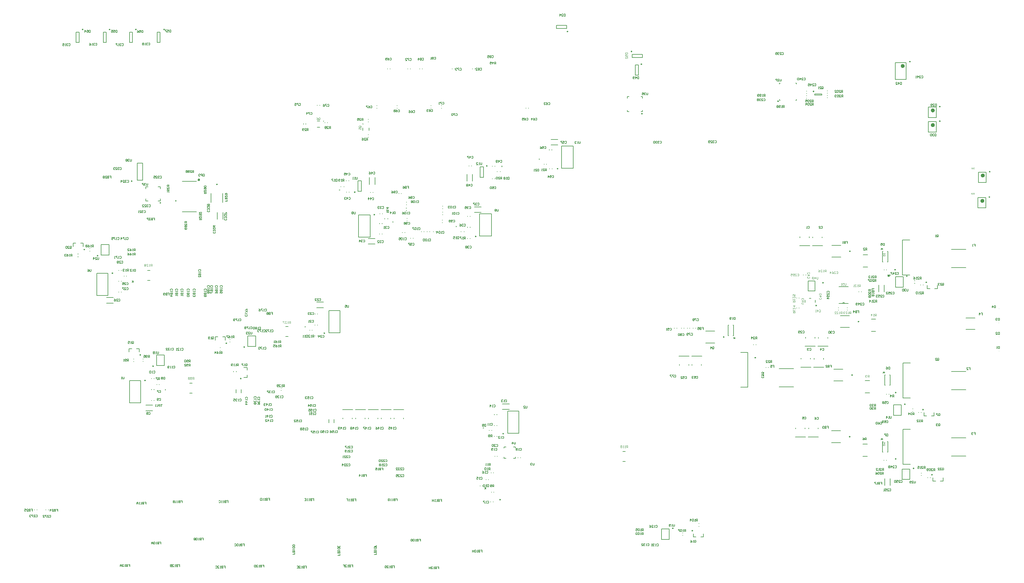
<source format=gbo>
G04*
G04 #@! TF.GenerationSoftware,Altium Limited,Altium Designer,20.2.6 (244)*
G04*
G04 Layer_Color=32896*
%FSLAX25Y25*%
%MOIN*%
G70*
G04*
G04 #@! TF.SameCoordinates,C0FDDEC0-252B-4CE6-8BE1-5BCEE630C73E*
G04*
G04*
G04 #@! TF.FilePolarity,Positive*
G04*
G01*
G75*
%ADD10C,0.00984*%
%ADD12C,0.00787*%
%ADD13C,0.00600*%
%ADD14C,0.01000*%
%ADD16C,0.02362*%
%ADD21C,0.00500*%
%ADD27C,0.00236*%
%ADD28C,0.00400*%
%ADD241C,0.01500*%
%ADD398C,0.00394*%
%ADD399C,0.00591*%
G36*
X186742Y591197D02*
X185742D01*
Y589697D01*
X186742D01*
Y591197D01*
D02*
G37*
G36*
X1119081Y599503D02*
X1119120Y599501D01*
X1119157Y599494D01*
X1119192Y599487D01*
X1119224Y599478D01*
X1119254Y599469D01*
X1119282Y599457D01*
X1119307Y599445D01*
X1119331Y599434D01*
X1119349Y599422D01*
X1119365Y599413D01*
X1119379Y599404D01*
X1119391Y599397D01*
X1119398Y599390D01*
X1119402Y599388D01*
X1119405Y599385D01*
X1119428Y599362D01*
X1119448Y599337D01*
X1119469Y599309D01*
X1119485Y599281D01*
X1119513Y599226D01*
X1119532Y599170D01*
X1119538Y599145D01*
X1119545Y599120D01*
X1119550Y599099D01*
X1119555Y599080D01*
X1119557Y599064D01*
Y599053D01*
X1119559Y599046D01*
Y599044D01*
X1119358Y599023D01*
X1119354Y599076D01*
X1119344Y599122D01*
X1119331Y599164D01*
X1119314Y599196D01*
X1119300Y599224D01*
X1119287Y599242D01*
X1119277Y599254D01*
X1119273Y599258D01*
X1119238Y599286D01*
X1119201Y599307D01*
X1119162Y599323D01*
X1119127Y599332D01*
X1119095Y599339D01*
X1119067Y599341D01*
X1119058Y599344D01*
X1119044D01*
X1118996Y599341D01*
X1118952Y599332D01*
X1118915Y599318D01*
X1118882Y599304D01*
X1118857Y599288D01*
X1118841Y599277D01*
X1118829Y599267D01*
X1118825Y599263D01*
X1118797Y599231D01*
X1118776Y599198D01*
X1118760Y599166D01*
X1118751Y599133D01*
X1118744Y599108D01*
X1118742Y599085D01*
X1118739Y599071D01*
Y599069D01*
Y599067D01*
X1118744Y599025D01*
X1118753Y598981D01*
X1118769Y598942D01*
X1118785Y598905D01*
X1118804Y598875D01*
X1118820Y598849D01*
X1118825Y598840D01*
X1118829Y598833D01*
X1118834Y598831D01*
Y598829D01*
X1118852Y598803D01*
X1118876Y598778D01*
X1118901Y598750D01*
X1118929Y598722D01*
X1118986Y598667D01*
X1119044Y598611D01*
X1119074Y598586D01*
X1119100Y598563D01*
X1119125Y598542D01*
X1119146Y598524D01*
X1119162Y598510D01*
X1119176Y598498D01*
X1119185Y598491D01*
X1119187Y598489D01*
X1119245Y598441D01*
X1119298Y598394D01*
X1119342Y598353D01*
X1119377Y598318D01*
X1119407Y598288D01*
X1119428Y598267D01*
X1119439Y598253D01*
X1119444Y598251D01*
Y598249D01*
X1119476Y598209D01*
X1119501Y598173D01*
X1119525Y598136D01*
X1119543Y598103D01*
X1119557Y598076D01*
X1119566Y598055D01*
X1119571Y598041D01*
X1119573Y598039D01*
Y598036D01*
X1119582Y598011D01*
X1119587Y597988D01*
X1119592Y597965D01*
X1119594Y597944D01*
X1119596Y597925D01*
Y597912D01*
Y597902D01*
Y597900D01*
X1118536D01*
Y598089D01*
X1119324D01*
X1119296Y598129D01*
X1119282Y598145D01*
X1119271Y598161D01*
X1119259Y598175D01*
X1119250Y598184D01*
X1119243Y598191D01*
X1119240Y598193D01*
X1119229Y598205D01*
X1119215Y598216D01*
X1119183Y598246D01*
X1119146Y598281D01*
X1119106Y598316D01*
X1119069Y598346D01*
X1119053Y598360D01*
X1119040Y598374D01*
X1119028Y598383D01*
X1119019Y598390D01*
X1119014Y598394D01*
X1119012Y598397D01*
X1118975Y598429D01*
X1118938Y598459D01*
X1118906Y598489D01*
X1118876Y598515D01*
X1118848Y598540D01*
X1118825Y598563D01*
X1118801Y598584D01*
X1118783Y598602D01*
X1118765Y598621D01*
X1118751Y598635D01*
X1118739Y598646D01*
X1118728Y598658D01*
X1118716Y598671D01*
X1118711Y598676D01*
X1118679Y598715D01*
X1118651Y598750D01*
X1118628Y598785D01*
X1118610Y598812D01*
X1118596Y598838D01*
X1118587Y598856D01*
X1118582Y598868D01*
X1118580Y598873D01*
X1118566Y598907D01*
X1118557Y598942D01*
X1118548Y598974D01*
X1118543Y599002D01*
X1118540Y599027D01*
X1118538Y599046D01*
Y599057D01*
Y599062D01*
X1118540Y599097D01*
X1118545Y599129D01*
X1118550Y599161D01*
X1118559Y599189D01*
X1118582Y599244D01*
X1118605Y599288D01*
X1118619Y599309D01*
X1118631Y599325D01*
X1118642Y599341D01*
X1118654Y599353D01*
X1118663Y599362D01*
X1118668Y599371D01*
X1118672Y599374D01*
X1118674Y599376D01*
X1118700Y599399D01*
X1118728Y599420D01*
X1118758Y599436D01*
X1118788Y599450D01*
X1118848Y599473D01*
X1118908Y599489D01*
X1118933Y599494D01*
X1118959Y599499D01*
X1118982Y599501D01*
X1119000Y599503D01*
X1119016Y599506D01*
X1119040D01*
X1119081Y599503D01*
D02*
G37*
G36*
X1121100Y597900D02*
X1120525D01*
X1120472Y597902D01*
X1120423Y597905D01*
X1120379Y597909D01*
X1120342Y597914D01*
X1120310Y597919D01*
X1120287Y597921D01*
X1120280Y597923D01*
X1120273Y597925D01*
X1120268D01*
X1120227Y597937D01*
X1120190Y597951D01*
X1120158Y597962D01*
X1120130Y597976D01*
X1120107Y597988D01*
X1120090Y597997D01*
X1120081Y598004D01*
X1120077Y598006D01*
X1120047Y598027D01*
X1120021Y598053D01*
X1119996Y598076D01*
X1119975Y598099D01*
X1119957Y598119D01*
X1119943Y598136D01*
X1119934Y598147D01*
X1119931Y598152D01*
X1119908Y598189D01*
X1119885Y598228D01*
X1119866Y598265D01*
X1119853Y598302D01*
X1119839Y598334D01*
X1119829Y598360D01*
X1119827Y598369D01*
X1119825Y598376D01*
X1119823Y598381D01*
Y598383D01*
X1119809Y598438D01*
X1119797Y598494D01*
X1119790Y598547D01*
X1119783Y598598D01*
X1119781Y598641D01*
Y598660D01*
X1119779Y598676D01*
Y598688D01*
Y598699D01*
Y598704D01*
Y598706D01*
X1119781Y598785D01*
X1119788Y598856D01*
X1119800Y598921D01*
X1119804Y598951D01*
X1119811Y598977D01*
X1119818Y599002D01*
X1119823Y599023D01*
X1119827Y599041D01*
X1119834Y599057D01*
X1119836Y599071D01*
X1119841Y599080D01*
X1119843Y599085D01*
Y599087D01*
X1119869Y599147D01*
X1119899Y599200D01*
X1119931Y599247D01*
X1119961Y599286D01*
X1119989Y599318D01*
X1120012Y599341D01*
X1120021Y599348D01*
X1120028Y599355D01*
X1120030Y599358D01*
X1120033Y599360D01*
X1120070Y599390D01*
X1120109Y599413D01*
X1120148Y599434D01*
X1120185Y599450D01*
X1120218Y599462D01*
X1120243Y599469D01*
X1120252Y599473D01*
X1120259D01*
X1120264Y599475D01*
X1120266D01*
X1120305Y599482D01*
X1120352Y599489D01*
X1120398Y599494D01*
X1120444Y599496D01*
X1120485Y599499D01*
X1121100D01*
Y597900D01*
D02*
G37*
G36*
X1117843Y599503D02*
X1117880Y599501D01*
X1117945Y599487D01*
X1117975Y599478D01*
X1118002Y599469D01*
X1118028Y599457D01*
X1118051Y599445D01*
X1118069Y599434D01*
X1118088Y599422D01*
X1118104Y599413D01*
X1118116Y599404D01*
X1118125Y599397D01*
X1118132Y599390D01*
X1118136Y599388D01*
X1118139Y599385D01*
X1118159Y599362D01*
X1118180Y599339D01*
X1118196Y599314D01*
X1118210Y599288D01*
X1118233Y599240D01*
X1118247Y599194D01*
X1118256Y599154D01*
X1118259Y599136D01*
X1118261Y599122D01*
X1118263Y599108D01*
Y599099D01*
Y599094D01*
Y599092D01*
X1118261Y599050D01*
X1118254Y599011D01*
X1118245Y598977D01*
X1118233Y598946D01*
X1118224Y598923D01*
X1118215Y598905D01*
X1118208Y598896D01*
X1118206Y598891D01*
X1118180Y598863D01*
X1118152Y598838D01*
X1118122Y598815D01*
X1118092Y598796D01*
X1118065Y598782D01*
X1118044Y598773D01*
X1118035Y598769D01*
X1118028Y598766D01*
X1118025Y598764D01*
X1118023D01*
X1118076Y598748D01*
X1118120Y598727D01*
X1118159Y598702D01*
X1118192Y598678D01*
X1118217Y598655D01*
X1118236Y598637D01*
X1118245Y598625D01*
X1118250Y598623D01*
Y598621D01*
X1118275Y598579D01*
X1118296Y598535D01*
X1118309Y598494D01*
X1118319Y598452D01*
X1118323Y598415D01*
X1118326Y598399D01*
Y598385D01*
X1118328Y598376D01*
Y598367D01*
Y598362D01*
Y598360D01*
X1118326Y598323D01*
X1118321Y598286D01*
X1118314Y598251D01*
X1118305Y598216D01*
X1118282Y598159D01*
X1118270Y598131D01*
X1118256Y598108D01*
X1118242Y598085D01*
X1118231Y598066D01*
X1118217Y598050D01*
X1118208Y598036D01*
X1118199Y598025D01*
X1118192Y598018D01*
X1118187Y598013D01*
X1118185Y598011D01*
X1118157Y597986D01*
X1118127Y597965D01*
X1118095Y597946D01*
X1118062Y597930D01*
X1118032Y597919D01*
X1118000Y597907D01*
X1117938Y597891D01*
X1117910Y597884D01*
X1117885Y597879D01*
X1117861Y597877D01*
X1117841Y597875D01*
X1117824Y597872D01*
X1117801D01*
X1117757Y597875D01*
X1117718Y597879D01*
X1117679Y597886D01*
X1117642Y597893D01*
X1117610Y597905D01*
X1117577Y597916D01*
X1117547Y597928D01*
X1117522Y597942D01*
X1117499Y597955D01*
X1117478Y597967D01*
X1117462Y597978D01*
X1117446Y597990D01*
X1117434Y597997D01*
X1117427Y598004D01*
X1117422Y598009D01*
X1117420Y598011D01*
X1117395Y598039D01*
X1117372Y598066D01*
X1117353Y598094D01*
X1117337Y598124D01*
X1117321Y598152D01*
X1117309Y598182D01*
X1117293Y598235D01*
X1117286Y598260D01*
X1117282Y598283D01*
X1117279Y598304D01*
X1117277Y598320D01*
X1117275Y598334D01*
Y598346D01*
Y598353D01*
Y598355D01*
X1117277Y598408D01*
X1117286Y598457D01*
X1117300Y598501D01*
X1117314Y598538D01*
X1117328Y598568D01*
X1117342Y598591D01*
X1117351Y598605D01*
X1117353Y598607D01*
Y598609D01*
X1117385Y598646D01*
X1117420Y598678D01*
X1117457Y598704D01*
X1117492Y598727D01*
X1117524Y598743D01*
X1117552Y598755D01*
X1117561Y598759D01*
X1117568Y598762D01*
X1117573Y598764D01*
X1117575D01*
X1117533Y598782D01*
X1117499Y598803D01*
X1117469Y598824D01*
X1117443Y598845D01*
X1117425Y598863D01*
X1117411Y598877D01*
X1117402Y598886D01*
X1117399Y598891D01*
X1117379Y598923D01*
X1117365Y598956D01*
X1117353Y598988D01*
X1117346Y599020D01*
X1117342Y599046D01*
X1117339Y599067D01*
Y599080D01*
Y599083D01*
Y599085D01*
X1117342Y599117D01*
X1117344Y599147D01*
X1117360Y599205D01*
X1117381Y599256D01*
X1117404Y599300D01*
X1117427Y599334D01*
X1117439Y599348D01*
X1117448Y599362D01*
X1117457Y599371D01*
X1117464Y599378D01*
X1117466Y599381D01*
X1117469Y599383D01*
X1117494Y599404D01*
X1117519Y599425D01*
X1117547Y599441D01*
X1117575Y599455D01*
X1117630Y599475D01*
X1117686Y599489D01*
X1117709Y599496D01*
X1117732Y599499D01*
X1117753Y599501D01*
X1117771Y599503D01*
X1117785Y599506D01*
X1117806D01*
X1117843Y599503D01*
D02*
G37*
G36*
X1119581Y629203D02*
X1119620Y629201D01*
X1119657Y629194D01*
X1119692Y629187D01*
X1119724Y629178D01*
X1119754Y629169D01*
X1119782Y629157D01*
X1119807Y629145D01*
X1119831Y629134D01*
X1119849Y629122D01*
X1119865Y629113D01*
X1119879Y629104D01*
X1119891Y629097D01*
X1119897Y629090D01*
X1119902Y629088D01*
X1119905Y629085D01*
X1119928Y629062D01*
X1119948Y629037D01*
X1119969Y629009D01*
X1119985Y628981D01*
X1120013Y628926D01*
X1120032Y628870D01*
X1120038Y628845D01*
X1120045Y628820D01*
X1120050Y628799D01*
X1120055Y628780D01*
X1120057Y628764D01*
Y628753D01*
X1120059Y628746D01*
Y628744D01*
X1119858Y628723D01*
X1119854Y628776D01*
X1119844Y628822D01*
X1119831Y628864D01*
X1119814Y628896D01*
X1119800Y628924D01*
X1119787Y628942D01*
X1119777Y628954D01*
X1119773Y628958D01*
X1119738Y628986D01*
X1119701Y629007D01*
X1119662Y629023D01*
X1119627Y629032D01*
X1119595Y629039D01*
X1119567Y629041D01*
X1119558Y629044D01*
X1119544D01*
X1119496Y629041D01*
X1119452Y629032D01*
X1119415Y629018D01*
X1119382Y629004D01*
X1119357Y628988D01*
X1119341Y628977D01*
X1119329Y628968D01*
X1119325Y628963D01*
X1119297Y628931D01*
X1119276Y628898D01*
X1119260Y628866D01*
X1119251Y628833D01*
X1119244Y628808D01*
X1119242Y628785D01*
X1119239Y628771D01*
Y628769D01*
Y628767D01*
X1119244Y628725D01*
X1119253Y628681D01*
X1119269Y628642D01*
X1119285Y628605D01*
X1119304Y628575D01*
X1119320Y628549D01*
X1119325Y628540D01*
X1119329Y628533D01*
X1119334Y628531D01*
Y628529D01*
X1119352Y628503D01*
X1119376Y628478D01*
X1119401Y628450D01*
X1119429Y628422D01*
X1119486Y628367D01*
X1119544Y628311D01*
X1119574Y628286D01*
X1119600Y628263D01*
X1119625Y628242D01*
X1119646Y628224D01*
X1119662Y628210D01*
X1119676Y628198D01*
X1119685Y628191D01*
X1119687Y628189D01*
X1119745Y628140D01*
X1119798Y628094D01*
X1119842Y628053D01*
X1119877Y628018D01*
X1119907Y627988D01*
X1119928Y627967D01*
X1119939Y627953D01*
X1119944Y627951D01*
Y627949D01*
X1119976Y627910D01*
X1120002Y627873D01*
X1120025Y627836D01*
X1120043Y627803D01*
X1120057Y627776D01*
X1120066Y627755D01*
X1120071Y627741D01*
X1120073Y627739D01*
Y627736D01*
X1120082Y627711D01*
X1120087Y627688D01*
X1120092Y627665D01*
X1120094Y627644D01*
X1120096Y627625D01*
Y627611D01*
Y627602D01*
Y627600D01*
X1119036D01*
Y627789D01*
X1119824D01*
X1119796Y627829D01*
X1119782Y627845D01*
X1119771Y627861D01*
X1119759Y627875D01*
X1119750Y627884D01*
X1119743Y627891D01*
X1119740Y627893D01*
X1119729Y627905D01*
X1119715Y627916D01*
X1119683Y627947D01*
X1119646Y627981D01*
X1119606Y628016D01*
X1119569Y628046D01*
X1119553Y628060D01*
X1119540Y628074D01*
X1119528Y628083D01*
X1119519Y628090D01*
X1119514Y628094D01*
X1119512Y628097D01*
X1119475Y628129D01*
X1119438Y628159D01*
X1119405Y628189D01*
X1119376Y628215D01*
X1119348Y628240D01*
X1119325Y628263D01*
X1119302Y628284D01*
X1119283Y628302D01*
X1119265Y628321D01*
X1119251Y628335D01*
X1119239Y628346D01*
X1119228Y628358D01*
X1119216Y628371D01*
X1119211Y628376D01*
X1119179Y628415D01*
X1119151Y628450D01*
X1119128Y628485D01*
X1119110Y628512D01*
X1119096Y628538D01*
X1119087Y628556D01*
X1119082Y628568D01*
X1119080Y628573D01*
X1119066Y628607D01*
X1119057Y628642D01*
X1119048Y628674D01*
X1119043Y628702D01*
X1119040Y628727D01*
X1119038Y628746D01*
Y628757D01*
Y628762D01*
X1119040Y628797D01*
X1119045Y628829D01*
X1119050Y628861D01*
X1119059Y628889D01*
X1119082Y628944D01*
X1119105Y628988D01*
X1119119Y629009D01*
X1119131Y629025D01*
X1119142Y629041D01*
X1119154Y629053D01*
X1119163Y629062D01*
X1119168Y629072D01*
X1119172Y629074D01*
X1119174Y629076D01*
X1119200Y629099D01*
X1119228Y629120D01*
X1119258Y629136D01*
X1119288Y629150D01*
X1119348Y629173D01*
X1119408Y629189D01*
X1119433Y629194D01*
X1119459Y629199D01*
X1119482Y629201D01*
X1119500Y629203D01*
X1119516Y629206D01*
X1119540D01*
X1119581Y629203D01*
D02*
G37*
G36*
X1118791Y628355D02*
X1118606Y628330D01*
X1118590Y628355D01*
X1118569Y628376D01*
X1118551Y628397D01*
X1118532Y628413D01*
X1118514Y628425D01*
X1118500Y628436D01*
X1118491Y628441D01*
X1118488Y628443D01*
X1118458Y628457D01*
X1118428Y628469D01*
X1118401Y628476D01*
X1118373Y628482D01*
X1118350Y628485D01*
X1118331Y628487D01*
X1118287D01*
X1118260Y628482D01*
X1118211Y628471D01*
X1118170Y628455D01*
X1118133Y628439D01*
X1118105Y628420D01*
X1118084Y628404D01*
X1118073Y628392D01*
X1118068Y628390D01*
Y628388D01*
X1118036Y628348D01*
X1118013Y628307D01*
X1117996Y628263D01*
X1117985Y628219D01*
X1117978Y628182D01*
X1117976Y628166D01*
Y628152D01*
X1117973Y628140D01*
Y628131D01*
Y628127D01*
Y628124D01*
Y628092D01*
X1117978Y628062D01*
X1117990Y628004D01*
X1118006Y627956D01*
X1118022Y627916D01*
X1118040Y627884D01*
X1118056Y627859D01*
X1118063Y627852D01*
X1118068Y627845D01*
X1118070Y627843D01*
X1118073Y627840D01*
X1118091Y627822D01*
X1118110Y627806D01*
X1118151Y627778D01*
X1118190Y627759D01*
X1118230Y627748D01*
X1118262Y627739D01*
X1118290Y627736D01*
X1118299Y627734D01*
X1118313D01*
X1118357Y627736D01*
X1118396Y627745D01*
X1118431Y627757D01*
X1118458Y627771D01*
X1118484Y627785D01*
X1118502Y627796D01*
X1118511Y627806D01*
X1118516Y627808D01*
X1118544Y627840D01*
X1118567Y627875D01*
X1118585Y627914D01*
X1118599Y627949D01*
X1118608Y627984D01*
X1118616Y628009D01*
X1118618Y628020D01*
X1118620Y628027D01*
Y628032D01*
Y628034D01*
X1118826Y628018D01*
X1118821Y627981D01*
X1118814Y627947D01*
X1118793Y627882D01*
X1118768Y627826D01*
X1118754Y627801D01*
X1118740Y627780D01*
X1118729Y627759D01*
X1118715Y627741D01*
X1118703Y627727D01*
X1118692Y627715D01*
X1118682Y627706D01*
X1118678Y627697D01*
X1118673Y627695D01*
X1118671Y627692D01*
X1118643Y627672D01*
X1118616Y627653D01*
X1118585Y627637D01*
X1118555Y627623D01*
X1118498Y627602D01*
X1118440Y627589D01*
X1118414Y627582D01*
X1118389Y627579D01*
X1118368Y627577D01*
X1118350Y627575D01*
X1118334Y627572D01*
X1118313D01*
X1118264Y627575D01*
X1118218Y627582D01*
X1118174Y627591D01*
X1118135Y627602D01*
X1118098Y627619D01*
X1118063Y627635D01*
X1118031Y627651D01*
X1118003Y627669D01*
X1117978Y627688D01*
X1117955Y627704D01*
X1117936Y627722D01*
X1117920Y627736D01*
X1117909Y627748D01*
X1117899Y627757D01*
X1117895Y627764D01*
X1117892Y627766D01*
X1117869Y627796D01*
X1117851Y627829D01*
X1117832Y627859D01*
X1117819Y627891D01*
X1117795Y627953D01*
X1117782Y628014D01*
X1117777Y628039D01*
X1117772Y628064D01*
X1117770Y628085D01*
X1117768Y628104D01*
X1117765Y628120D01*
Y628131D01*
Y628138D01*
Y628140D01*
X1117768Y628182D01*
X1117772Y628221D01*
X1117779Y628261D01*
X1117789Y628295D01*
X1117800Y628328D01*
X1117812Y628360D01*
X1117826Y628388D01*
X1117837Y628413D01*
X1117851Y628436D01*
X1117865Y628457D01*
X1117876Y628473D01*
X1117888Y628489D01*
X1117897Y628501D01*
X1117904Y628508D01*
X1117909Y628512D01*
X1117911Y628515D01*
X1117939Y628540D01*
X1117966Y628563D01*
X1117996Y628582D01*
X1118026Y628598D01*
X1118056Y628614D01*
X1118087Y628626D01*
X1118142Y628642D01*
X1118167Y628649D01*
X1118190Y628653D01*
X1118211Y628656D01*
X1118230Y628658D01*
X1118244Y628660D01*
X1118294D01*
X1118322Y628656D01*
X1118377Y628644D01*
X1118428Y628628D01*
X1118475Y628610D01*
X1118511Y628591D01*
X1118528Y628582D01*
X1118542Y628575D01*
X1118553Y628568D01*
X1118560Y628563D01*
X1118565Y628561D01*
X1118567Y628559D01*
X1118482Y628991D01*
X1117842D01*
Y629178D01*
X1118636D01*
X1118791Y628355D01*
D02*
G37*
G36*
X1121600Y627600D02*
X1121025D01*
X1120972Y627602D01*
X1120923Y627605D01*
X1120879Y627609D01*
X1120842Y627614D01*
X1120810Y627619D01*
X1120787Y627621D01*
X1120780Y627623D01*
X1120773Y627625D01*
X1120768D01*
X1120727Y627637D01*
X1120690Y627651D01*
X1120658Y627662D01*
X1120630Y627676D01*
X1120607Y627688D01*
X1120590Y627697D01*
X1120581Y627704D01*
X1120577Y627706D01*
X1120547Y627727D01*
X1120521Y627752D01*
X1120496Y627776D01*
X1120475Y627799D01*
X1120457Y627819D01*
X1120443Y627836D01*
X1120434Y627847D01*
X1120431Y627852D01*
X1120408Y627889D01*
X1120385Y627928D01*
X1120366Y627965D01*
X1120353Y628002D01*
X1120339Y628034D01*
X1120329Y628060D01*
X1120327Y628069D01*
X1120325Y628076D01*
X1120323Y628081D01*
Y628083D01*
X1120309Y628138D01*
X1120297Y628194D01*
X1120290Y628247D01*
X1120283Y628298D01*
X1120281Y628341D01*
Y628360D01*
X1120279Y628376D01*
Y628388D01*
Y628399D01*
Y628404D01*
Y628406D01*
X1120281Y628485D01*
X1120288Y628556D01*
X1120300Y628621D01*
X1120304Y628651D01*
X1120311Y628677D01*
X1120318Y628702D01*
X1120323Y628723D01*
X1120327Y628741D01*
X1120334Y628757D01*
X1120336Y628771D01*
X1120341Y628780D01*
X1120343Y628785D01*
Y628787D01*
X1120369Y628847D01*
X1120399Y628900D01*
X1120431Y628947D01*
X1120461Y628986D01*
X1120489Y629018D01*
X1120512Y629041D01*
X1120521Y629048D01*
X1120528Y629055D01*
X1120531Y629058D01*
X1120533Y629060D01*
X1120570Y629090D01*
X1120609Y629113D01*
X1120648Y629134D01*
X1120685Y629150D01*
X1120718Y629162D01*
X1120743Y629169D01*
X1120752Y629173D01*
X1120759D01*
X1120764Y629175D01*
X1120766D01*
X1120805Y629182D01*
X1120852Y629189D01*
X1120898Y629194D01*
X1120944Y629196D01*
X1120986Y629199D01*
X1121600D01*
Y627600D01*
D02*
G37*
%LPC*%
G36*
X1120887Y599309D02*
X1120518D01*
X1120488Y599307D01*
X1120458D01*
X1120430Y599304D01*
X1120384Y599298D01*
X1120347Y599293D01*
X1120317Y599286D01*
X1120296Y599279D01*
X1120285Y599277D01*
X1120280Y599274D01*
X1120238Y599254D01*
X1120199Y599228D01*
X1120164Y599198D01*
X1120134Y599168D01*
X1120111Y599141D01*
X1120093Y599117D01*
X1120088Y599108D01*
X1120084Y599101D01*
X1120079Y599097D01*
Y599094D01*
X1120065Y599069D01*
X1120051Y599039D01*
X1120030Y598979D01*
X1120017Y598914D01*
X1120005Y598852D01*
X1120003Y598824D01*
X1120000Y598796D01*
X1119998Y598773D01*
Y598752D01*
X1119996Y598734D01*
Y598722D01*
Y598713D01*
Y598711D01*
X1119998Y598646D01*
X1120003Y598586D01*
X1120010Y598533D01*
X1120017Y598487D01*
X1120021Y598468D01*
X1120026Y598452D01*
X1120030Y598436D01*
X1120033Y598424D01*
X1120035Y598415D01*
X1120037Y598408D01*
X1120040Y598404D01*
Y598401D01*
X1120056Y598357D01*
X1120074Y598318D01*
X1120095Y598283D01*
X1120114Y598253D01*
X1120130Y598230D01*
X1120144Y598214D01*
X1120153Y598205D01*
X1120155Y598200D01*
X1120178Y598182D01*
X1120201Y598166D01*
X1120224Y598152D01*
X1120248Y598138D01*
X1120268Y598129D01*
X1120285Y598122D01*
X1120296Y598119D01*
X1120301Y598117D01*
X1120335Y598108D01*
X1120377Y598101D01*
X1120418Y598096D01*
X1120458Y598094D01*
X1120492Y598092D01*
X1120509Y598089D01*
X1120887D01*
Y599309D01*
D02*
G37*
G36*
X1117820Y599344D02*
X1117801D01*
X1117762Y599341D01*
X1117725Y599332D01*
X1117695Y599321D01*
X1117667Y599307D01*
X1117647Y599293D01*
X1117630Y599281D01*
X1117619Y599272D01*
X1117616Y599270D01*
X1117591Y599240D01*
X1117573Y599210D01*
X1117559Y599180D01*
X1117550Y599152D01*
X1117545Y599127D01*
X1117540Y599106D01*
Y599092D01*
Y599090D01*
Y599087D01*
X1117543Y599050D01*
X1117552Y599016D01*
X1117563Y598986D01*
X1117577Y598960D01*
X1117591Y598940D01*
X1117603Y598926D01*
X1117612Y598914D01*
X1117614Y598912D01*
X1117642Y598889D01*
X1117674Y598870D01*
X1117704Y598859D01*
X1117734Y598849D01*
X1117762Y598845D01*
X1117783Y598842D01*
X1117797Y598840D01*
X1117801D01*
X1117843Y598842D01*
X1117880Y598852D01*
X1117912Y598863D01*
X1117940Y598877D01*
X1117961Y598889D01*
X1117977Y598900D01*
X1117988Y598910D01*
X1117991Y598912D01*
X1118014Y598940D01*
X1118032Y598972D01*
X1118044Y599002D01*
X1118053Y599032D01*
X1118058Y599057D01*
X1118060Y599078D01*
X1118062Y599092D01*
Y599094D01*
Y599097D01*
X1118060Y599133D01*
X1118051Y599166D01*
X1118039Y599196D01*
X1118025Y599221D01*
X1118014Y599242D01*
X1118002Y599258D01*
X1117993Y599267D01*
X1117991Y599270D01*
X1117961Y599295D01*
X1117931Y599314D01*
X1117898Y599325D01*
X1117868Y599334D01*
X1117841Y599339D01*
X1117820Y599344D01*
D02*
G37*
G36*
X1117822Y598681D02*
X1117808D01*
X1117757Y598676D01*
X1117711Y598667D01*
X1117670Y598651D01*
X1117635Y598635D01*
X1117607Y598616D01*
X1117587Y598600D01*
X1117575Y598591D01*
X1117570Y598586D01*
X1117538Y598549D01*
X1117515Y598510D01*
X1117499Y598471D01*
X1117487Y598436D01*
X1117480Y598401D01*
X1117478Y598376D01*
X1117476Y598367D01*
Y598360D01*
Y598355D01*
Y598353D01*
X1117480Y598304D01*
X1117490Y598258D01*
X1117506Y598219D01*
X1117522Y598186D01*
X1117538Y598161D01*
X1117554Y598140D01*
X1117563Y598129D01*
X1117568Y598124D01*
X1117605Y598094D01*
X1117642Y598071D01*
X1117681Y598057D01*
X1117718Y598045D01*
X1117750Y598039D01*
X1117778Y598036D01*
X1117787Y598034D01*
X1117801D01*
X1117834Y598036D01*
X1117866Y598041D01*
X1117896Y598048D01*
X1117921Y598055D01*
X1117942Y598062D01*
X1117958Y598069D01*
X1117968Y598073D01*
X1117972Y598076D01*
X1118000Y598094D01*
X1118023Y598112D01*
X1118044Y598133D01*
X1118060Y598154D01*
X1118074Y598170D01*
X1118083Y598184D01*
X1118088Y598196D01*
X1118090Y598198D01*
X1118102Y598228D01*
X1118111Y598256D01*
X1118118Y598283D01*
X1118122Y598309D01*
X1118125Y598330D01*
X1118127Y598346D01*
Y598355D01*
Y598360D01*
X1118122Y598408D01*
X1118113Y598452D01*
X1118099Y598491D01*
X1118081Y598526D01*
X1118065Y598551D01*
X1118051Y598572D01*
X1118042Y598584D01*
X1118037Y598588D01*
X1118002Y598618D01*
X1117963Y598641D01*
X1117926Y598658D01*
X1117889Y598669D01*
X1117857Y598676D01*
X1117831Y598678D01*
X1117822Y598681D01*
D02*
G37*
G36*
X1121387Y629009D02*
X1121018D01*
X1120988Y629007D01*
X1120958D01*
X1120930Y629004D01*
X1120884Y628998D01*
X1120847Y628993D01*
X1120817Y628986D01*
X1120796Y628979D01*
X1120785Y628977D01*
X1120780Y628974D01*
X1120738Y628954D01*
X1120699Y628928D01*
X1120665Y628898D01*
X1120634Y628868D01*
X1120611Y628840D01*
X1120593Y628817D01*
X1120588Y628808D01*
X1120584Y628801D01*
X1120579Y628797D01*
Y628794D01*
X1120565Y628769D01*
X1120551Y628739D01*
X1120531Y628679D01*
X1120517Y628614D01*
X1120505Y628552D01*
X1120503Y628524D01*
X1120500Y628496D01*
X1120498Y628473D01*
Y628452D01*
X1120496Y628434D01*
Y628422D01*
Y628413D01*
Y628411D01*
X1120498Y628346D01*
X1120503Y628286D01*
X1120510Y628233D01*
X1120517Y628187D01*
X1120521Y628168D01*
X1120526Y628152D01*
X1120531Y628136D01*
X1120533Y628124D01*
X1120535Y628115D01*
X1120537Y628108D01*
X1120540Y628104D01*
Y628101D01*
X1120556Y628057D01*
X1120574Y628018D01*
X1120595Y627984D01*
X1120614Y627953D01*
X1120630Y627930D01*
X1120644Y627914D01*
X1120653Y627905D01*
X1120655Y627900D01*
X1120678Y627882D01*
X1120701Y627866D01*
X1120724Y627852D01*
X1120748Y627838D01*
X1120768Y627829D01*
X1120785Y627822D01*
X1120796Y627819D01*
X1120801Y627817D01*
X1120835Y627808D01*
X1120877Y627801D01*
X1120918Y627796D01*
X1120958Y627794D01*
X1120992Y627792D01*
X1121009Y627789D01*
X1121387D01*
Y629009D01*
D02*
G37*
%LPD*%
D10*
X936383Y467856D02*
G03*
X936383Y467856I-492J0D01*
G01*
X944376Y494539D02*
G03*
X944376Y494539I-492J0D01*
G01*
X1139552Y624593D02*
G03*
X1139552Y624593I-492J0D01*
G01*
X1139052Y594893D02*
G03*
X1139052Y594893I-492J0D01*
G01*
X720102Y765315D02*
G03*
X720102Y765315I-492J0D01*
G01*
X234892Y609745D02*
G03*
X234892Y609745I-492J0D01*
G01*
X1081071Y683663D02*
G03*
X1081071Y683663I-492J0D01*
G01*
Y700807D02*
G03*
X1081071Y700807I-492J0D01*
G01*
X1029386Y365938D02*
G03*
X1029386Y365938I-492J0D01*
G01*
X865089Y406802D02*
G03*
X865089Y406802I-492J0D01*
G01*
X1028726Y509786D02*
G03*
X1028726Y509786I-492J0D01*
G01*
X1065222Y495071D02*
G03*
X1065222Y495071I-492J0D01*
G01*
X1029386Y288244D02*
G03*
X1029386Y288244I-492J0D01*
G01*
X566306Y240497D02*
G03*
X566306Y240497I-492J0D01*
G01*
X732406Y692381D02*
G03*
X732406Y692381I-492J0D01*
G01*
X891759Y707050D02*
G03*
X891759Y707050I-492J0D01*
G01*
X1046052Y753368D02*
G03*
X1046052Y753368I-492J0D01*
G01*
X975780Y531355D02*
G03*
X975780Y531355I-492J0D01*
G01*
X975632Y314233D02*
G03*
X975632Y314233I-492J0D01*
G01*
X828113Y430924D02*
G03*
X828113Y430924I-492J0D01*
G01*
X1042486Y502233D02*
G03*
X1042486Y502233I-492J0D01*
G01*
X645265Y788711D02*
G03*
X645265Y788711I-492J0D01*
G01*
X396249Y600642D02*
G03*
X396249Y600642I-492J0D01*
G01*
X419064Y574257D02*
G03*
X419064Y574257I-492J0D01*
G01*
X150765Y380097D02*
G03*
X150765Y380097I-492J0D01*
G01*
X112533Y505757D02*
G03*
X112533Y505757I-492J0D01*
G01*
X77682Y791067D02*
G03*
X77682Y791067I-492J0D01*
G01*
X109257Y791104D02*
G03*
X109257Y791104I-492J0D01*
G01*
X140034Y791104D02*
G03*
X140034Y791104I-492J0D01*
G01*
X173097Y791177D02*
G03*
X173097Y791177I-492J0D01*
G01*
X768590Y207021D02*
G03*
X768590Y207021I-492J0D01*
G01*
X791363Y204159D02*
G03*
X791363Y204159I-492J0D01*
G01*
X633646Y628077D02*
G03*
X633646Y628077I-492J0D01*
G01*
X933255Y718632D02*
G03*
X933255Y718632I-492J0D01*
G01*
X135177Y613524D02*
G03*
X135177Y613524I-492J0D01*
G01*
X985937Y449000D02*
G03*
X985937Y449000I-492J0D01*
G01*
X978387Y386350D02*
G03*
X978387Y386350I-492J0D01*
G01*
X1071873Y269682D02*
G03*
X1071873Y269682I-492J0D01*
G01*
X1061408Y345936D02*
G03*
X1061408Y345936I-492J0D01*
G01*
X1040219Y352287D02*
G03*
X1040219Y352287I-492J0D01*
G01*
X1050341Y277171D02*
G03*
X1050341Y277171I-492J0D01*
G01*
X360592Y435490D02*
G03*
X360592Y435490I-492J0D01*
G01*
X569971Y317803D02*
G03*
X569971Y317803I-492J0D01*
G01*
X537804Y548744D02*
G03*
X537804Y548744I-492J0D01*
G01*
X550727Y631293D02*
G03*
X550727Y631293I-492J0D01*
G01*
X262808Y382291D02*
G03*
X262808Y382291I-492J0D01*
G01*
X79647Y533381D02*
G03*
X79647Y533381I-492J0D01*
G01*
X95233Y526181D02*
G03*
X95233Y526181I-492J0D01*
G01*
X245868Y423683D02*
G03*
X245868Y423683I-492J0D01*
G01*
X266886Y419232D02*
G03*
X266886Y419232I-492J0D01*
G01*
X145098Y410001D02*
G03*
X145098Y410001I-492J0D01*
G01*
X160182Y396793D02*
G03*
X160182Y396793I-492J0D01*
G01*
X731736Y750394D02*
G03*
X731736Y750394I-492J0D01*
G01*
D12*
X915829Y476403D02*
Y476797D01*
X913073Y476403D02*
Y476797D01*
X915829Y464803D02*
Y465197D01*
X913073Y464803D02*
Y465197D01*
X922851Y471440D02*
Y474393D01*
X927772Y476362D02*
X929938D01*
X934859Y471440D02*
Y474393D01*
X972203Y465278D02*
X972597D01*
X972203Y462522D02*
X972597D01*
X961703Y465278D02*
X962097D01*
X961703Y462522D02*
X962097D01*
X988678Y483903D02*
Y484297D01*
X985922Y483903D02*
Y484297D01*
X934337Y484795D02*
Y496605D01*
X926463Y484795D02*
X934337D01*
X926463D02*
Y496605D01*
X934337D01*
X920932Y503603D02*
Y503997D01*
X923884Y503603D02*
Y503997D01*
X1125772Y611798D02*
X1134828D01*
X1125772Y624002D02*
X1134828D01*
X1125772Y611798D02*
Y624002D01*
X1134828Y611798D02*
Y624002D01*
X1125272Y582098D02*
X1134328D01*
X1125272Y594302D02*
X1134328D01*
X1125272Y582098D02*
Y594302D01*
X1134328Y582098D02*
Y594302D01*
X1111085Y453213D02*
X1121715D01*
X1111085Y439787D02*
X1121715D01*
X720398Y758228D02*
Y761772D01*
X732602Y758228D02*
Y761772D01*
X720398D02*
X732602D01*
X720398Y758228D02*
X732602D01*
X335863Y680360D02*
Y680754D01*
X338619Y680360D02*
Y680754D01*
X241348Y568748D02*
Y576852D01*
X234852Y568748D02*
Y576852D01*
X241290Y588485D02*
Y599115D01*
X227510Y588485D02*
Y599115D01*
X562463Y624468D02*
Y624861D01*
X566007Y624468D02*
Y624861D01*
X379535Y606827D02*
Y607221D01*
X383078Y606827D02*
Y607221D01*
X523659Y554219D02*
Y554613D01*
X520115Y554219D02*
Y554613D01*
X430898Y569372D02*
Y569765D01*
X434442Y569372D02*
Y569765D01*
X623603Y650014D02*
Y650408D01*
X626556Y650014D02*
Y650408D01*
X1067292Y670867D02*
X1076347D01*
X1067292Y683072D02*
X1076347D01*
X1067292Y670867D02*
Y683072D01*
X1076347Y670867D02*
Y683072D01*
X1067292Y688012D02*
X1076347D01*
X1067292Y700216D02*
X1076347D01*
X1067292Y688012D02*
Y700216D01*
X1076347Y688012D02*
Y700216D01*
X596247Y698992D02*
Y699385D01*
X599199Y698992D02*
Y699385D01*
X351744Y702317D02*
Y702711D01*
X354697Y702317D02*
Y702711D01*
X498374Y574285D02*
X498768D01*
X498374Y577238D02*
X498768D01*
X1037555Y400643D02*
X1046020D01*
X1037555Y359698D02*
Y400643D01*
Y359698D02*
X1046020D01*
X847471Y372098D02*
X855936D01*
Y413042D01*
X847471D02*
X855936D01*
X1036896Y544491D02*
X1045360D01*
X1036896Y503546D02*
Y544491D01*
Y503546D02*
X1045360D01*
X1074573Y487689D02*
X1077722D01*
Y491627D01*
X1065911Y487689D02*
X1069061D01*
X1065911D02*
Y491627D01*
X1037555Y322949D02*
X1046020D01*
X1037555Y282004D02*
Y322949D01*
Y282004D02*
X1046020D01*
X128497Y502073D02*
Y502467D01*
X125741Y502073D02*
Y502467D01*
X916896Y547217D02*
Y548398D01*
X927920Y547217D02*
Y548398D01*
X918224Y405098D02*
Y406280D01*
X929248Y405098D02*
Y406280D01*
X911927Y323445D02*
Y324626D01*
X922950Y323445D02*
Y324626D01*
X786764Y397819D02*
Y399000D01*
X775740Y397819D02*
Y399000D01*
X422873Y335188D02*
Y336369D01*
X411849Y335188D02*
Y336369D01*
X452828Y335188D02*
Y336369D01*
X441804Y335188D02*
Y336369D01*
X931955Y547173D02*
Y548354D01*
X942979Y547173D02*
Y548354D01*
X933342Y405004D02*
Y406185D01*
X944365Y405004D02*
Y406185D01*
X927045Y323445D02*
Y324626D01*
X938068Y323445D02*
Y324626D01*
X392918Y335188D02*
Y336369D01*
X381895Y335188D02*
Y336369D01*
X407896Y335188D02*
Y336369D01*
X396872Y335188D02*
Y336369D01*
X801634Y397819D02*
Y399000D01*
X790610Y397819D02*
Y399000D01*
X437850Y335188D02*
Y336369D01*
X426827Y335188D02*
Y336369D01*
X923343Y429640D02*
Y430822D01*
X934367Y429640D02*
Y430822D01*
X938438Y429523D02*
Y430704D01*
X949461Y429523D02*
Y430704D01*
X892471Y393840D02*
X909597D01*
X892471Y372422D02*
X909597D01*
X568630Y346113D02*
X576734D01*
X568630Y352609D02*
X576734D01*
X714984Y694940D02*
Y696712D01*
Y694940D02*
X716756D01*
X714984Y710688D02*
Y712460D01*
X716756D01*
X730732D02*
X732504D01*
Y710688D02*
Y712460D01*
Y694940D02*
Y696712D01*
X730732Y694940D02*
X732504D01*
X892906Y728307D02*
X893850D01*
X892906Y727362D02*
Y728307D01*
X911961D02*
X912906D01*
Y727362D02*
Y728307D01*
Y708307D02*
Y709252D01*
X911961Y708307D02*
X912906D01*
X892906D02*
X893850D01*
X892906D02*
Y709252D01*
X1028533Y732581D02*
X1041131D01*
X1028533Y752266D02*
X1041131D01*
X1028533Y732581D02*
Y752266D01*
X1041131Y732581D02*
Y752266D01*
X34218Y228532D02*
Y228925D01*
X37171Y228532D02*
Y228925D01*
X20963Y228532D02*
Y228925D01*
X23916Y228532D02*
Y228925D01*
X105191Y477154D02*
X113294D01*
X105191Y470658D02*
X113294D01*
X460697Y744811D02*
Y745205D01*
X457744Y744811D02*
Y745205D01*
X954028Y538245D02*
X964657D01*
X954028Y524466D02*
X964657D01*
X249437Y427908D02*
X249831D01*
X249437Y425151D02*
X249831D01*
X953880Y321123D02*
X964510D01*
X953880Y307343D02*
X964510D01*
X769983Y441309D02*
Y441703D01*
X772935Y441309D02*
Y441703D01*
X806361Y437813D02*
X816990D01*
X806361Y424034D02*
X816990D01*
X1037762Y489241D02*
Y501446D01*
X1028707Y489241D02*
Y501446D01*
X1037762D01*
X1028707Y489241D02*
X1037762D01*
X948849Y719362D02*
X949242D01*
X948849Y716606D02*
X949242D01*
X643986Y792255D02*
Y795798D01*
X631781Y792255D02*
Y795798D01*
Y792255D02*
X643986D01*
X631781Y795798D02*
X643986D01*
X363657Y681884D02*
Y682277D01*
X360901Y681884D02*
Y682277D01*
X447336Y598796D02*
Y599190D01*
X450289Y598796D02*
Y599190D01*
X403533Y601724D02*
Y613929D01*
X399596Y601724D02*
Y613929D01*
X403533D01*
X399596Y601724D02*
X403533D01*
X400166Y547918D02*
X413946D01*
X400166Y573902D02*
X413946D01*
X400166Y547918D02*
Y573902D01*
X413946Y547918D02*
Y573902D01*
X562609Y291299D02*
Y291692D01*
X559656Y291299D02*
Y291692D01*
X555560Y271798D02*
Y272192D01*
X558316Y271798D02*
Y272192D01*
X552311Y263944D02*
Y264338D01*
X549359Y263944D02*
Y264338D01*
X542468Y256528D02*
Y256922D01*
X545421Y256528D02*
Y256922D01*
X555852Y249252D02*
Y249646D01*
X558607Y249252D02*
Y249646D01*
X557665Y237866D02*
Y238260D01*
X554713Y237866D02*
Y238260D01*
X350998Y471877D02*
X359101D01*
X350998Y465381D02*
X359101D01*
X151028Y344645D02*
X159131D01*
X151028Y351141D02*
X159131D01*
X157896Y356573D02*
Y356966D01*
X160849Y356573D02*
Y356966D01*
X145056Y353758D02*
Y379742D01*
X132064Y353758D02*
Y379742D01*
X145056D01*
X132064Y353758D02*
X145056D01*
X119523Y483403D02*
Y483796D01*
X122475Y483403D02*
Y483796D01*
X106825Y479419D02*
Y505403D01*
X93833Y479419D02*
Y505403D01*
X106825D01*
X93833Y479419D02*
X106825D01*
X69495Y775783D02*
Y787988D01*
X73038Y775783D02*
Y787988D01*
X69495Y775783D02*
X73038D01*
X69495Y787988D02*
X73038D01*
X101364Y788004D02*
X104907D01*
X101364Y775799D02*
X104907D01*
Y788004D01*
X101364Y775799D02*
Y788004D01*
X132029Y788015D02*
X135573D01*
X132029Y775810D02*
X135573D01*
Y788015D01*
X132029Y775810D02*
Y788015D01*
X164383Y787996D02*
X167927D01*
X164383Y775791D02*
X167927D01*
Y787996D01*
X164383Y775791D02*
Y787996D01*
X581484Y302373D02*
X583806D01*
X570421D02*
X572743D01*
X581484Y288988D02*
X583806D01*
X570421D02*
X572743D01*
X583806Y300897D02*
Y302373D01*
Y288988D02*
Y290464D01*
X570421Y300897D02*
Y302373D01*
Y288988D02*
Y290464D01*
X779336Y201508D02*
X779729D01*
X779336Y198752D02*
X779729D01*
X754810Y194029D02*
X763866D01*
X754810Y206234D02*
X763866D01*
X754810Y194029D02*
Y206234D01*
X763866Y194029D02*
Y206234D01*
X792052Y196777D02*
Y200714D01*
Y196777D02*
X795201D01*
X803863D02*
Y200714D01*
X800713Y196777D02*
X803863D01*
X798340Y212539D02*
X798734D01*
X798340Y209390D02*
X798734D01*
X586894Y289511D02*
Y289905D01*
X589847Y289511D02*
Y289905D01*
X623802Y627761D02*
Y628155D01*
X626755Y627761D02*
Y628155D01*
X625385Y662390D02*
X633489D01*
X625385Y655894D02*
X633489D01*
X620092Y633318D02*
Y633712D01*
X617337Y633318D02*
Y633712D01*
X637779Y628431D02*
Y654415D01*
X651559Y628431D02*
Y654415D01*
X637779Y628431D02*
X651559D01*
X637779Y654415D02*
X651559D01*
X948849Y714046D02*
X949242D01*
X948849Y711290D02*
X949242D01*
X934239Y714104D02*
X942507D01*
X934239Y715679D02*
X942507D01*
Y714104D02*
Y715679D01*
X934239Y714104D02*
Y715679D01*
X924594Y718948D02*
X924987D01*
X924594Y716192D02*
X924987D01*
X924594Y710680D02*
X924987D01*
X924594Y713436D02*
X924987D01*
X865376Y421959D02*
Y422353D01*
X862619Y421959D02*
Y422353D01*
X484661Y701858D02*
X485055D01*
X484661Y698906D02*
X485055D01*
X533374Y744811D02*
Y745205D01*
X536327Y744811D02*
Y745205D01*
X434122Y744811D02*
Y745205D01*
X437075Y744811D02*
Y745205D01*
X421561Y698933D02*
X421954D01*
X421561Y701886D02*
X421954D01*
X445061Y698933D02*
X445455D01*
X445061Y701886D02*
X445455D01*
X791896Y441307D02*
Y441701D01*
X794849Y441307D02*
Y441701D01*
X785006Y441307D02*
Y441701D01*
X787958Y441307D02*
Y441701D01*
X471913Y744811D02*
Y745205D01*
X474866Y744811D02*
Y745205D01*
X778115Y441307D02*
Y441701D01*
X781068Y441307D02*
Y441701D01*
X509718Y744811D02*
Y745205D01*
X512670Y744811D02*
Y745205D01*
X497036Y698906D02*
X497430D01*
X497036Y701858D02*
X497430D01*
X141181Y614724D02*
Y634410D01*
X147480Y614724D02*
Y634410D01*
X141181Y614724D02*
X147480D01*
X141181Y634410D02*
X147480D01*
X1094134Y291622D02*
X1111260D01*
X1094134Y313039D02*
X1111260D01*
X1015354Y509646D02*
Y510039D01*
X1018110Y509646D02*
Y510039D01*
X1094134Y512094D02*
X1111260D01*
X1094134Y533512D02*
X1111260D01*
X964185Y442110D02*
X974815D01*
X964185Y455890D02*
X974815D01*
X956635Y393240D02*
X967265D01*
X956635Y379460D02*
X967265D01*
X1094134Y390489D02*
X1111260D01*
X1094134Y369071D02*
X1111260D01*
X1066408Y266234D02*
Y266628D01*
X1069557Y266234D02*
Y266628D01*
X1058039Y491739D02*
Y492133D01*
X1061189Y491739D02*
Y492133D01*
X1058884Y342507D02*
Y342900D01*
X1055734Y342507D02*
Y342900D01*
X1009144Y483734D02*
Y491837D01*
X1015640Y483734D02*
Y491837D01*
X1016114Y257070D02*
Y265174D01*
X1022610Y257070D02*
Y265174D01*
X1018307Y363976D02*
Y364370D01*
X1021063Y363976D02*
Y364370D01*
X1072562Y262300D02*
Y266237D01*
Y262300D02*
X1075712D01*
X1084373D02*
Y266237D01*
X1081224Y262300D02*
X1084373D01*
X1048721Y344020D02*
X1049115D01*
X1048721Y346776D02*
X1049115D01*
X1050952Y494044D02*
X1051346D01*
X1050952Y496800D02*
X1051346D01*
X1058807Y268786D02*
X1059201D01*
X1058807Y271541D02*
X1059201D01*
X1070758Y338554D02*
X1073908D01*
Y342491D01*
X1062097Y338554D02*
X1065246D01*
X1062097D02*
Y342491D01*
X1035495Y339295D02*
Y351500D01*
X1026440Y339295D02*
Y351500D01*
X1035495D01*
X1026440Y339295D02*
X1035495D01*
X1045617Y264179D02*
Y276384D01*
X1036562Y264179D02*
Y276384D01*
X1045617D01*
X1036562Y264179D02*
X1045617D01*
X1015279Y286444D02*
Y286838D01*
X1018035Y286444D02*
Y286838D01*
X424813Y551483D02*
Y551876D01*
X427766Y551483D02*
Y551876D01*
X530913Y572171D02*
Y572564D01*
X527960Y572171D02*
Y572564D01*
X352169Y444990D02*
Y445383D01*
X349216Y444990D02*
Y445383D01*
X119523Y496199D02*
Y496593D01*
X122475Y496199D02*
Y496593D01*
X164067Y375235D02*
Y375629D01*
X166823Y375235D02*
Y375629D01*
X157772Y369369D02*
Y369762D01*
X160724Y369369D02*
Y369762D01*
X556000Y321633D02*
Y322027D01*
X553244Y321633D02*
Y322027D01*
X561997Y327264D02*
Y327658D01*
X559044Y327264D02*
Y327658D01*
X365513Y462025D02*
X378506D01*
X365513Y436041D02*
X378506D01*
Y462025D01*
X365513Y436041D02*
Y462025D01*
X345967Y438914D02*
Y439308D01*
X343211Y438914D02*
Y439308D01*
X160789Y382165D02*
Y382559D01*
X157836Y382165D02*
Y382559D01*
X561997Y340060D02*
Y340454D01*
X559044Y340060D02*
Y340454D01*
X574695Y344142D02*
X587687D01*
X574695Y318158D02*
X587687D01*
Y344142D01*
X574695Y318158D02*
Y344142D01*
X559044Y314468D02*
Y314861D01*
X561997Y314468D02*
Y314861D01*
X556929Y630801D02*
Y631195D01*
X559881Y630801D02*
Y631195D01*
X556929Y616077D02*
Y616470D01*
X559882Y616077D02*
Y616470D01*
X386110Y600571D02*
Y600964D01*
X389063Y600571D02*
Y600964D01*
X388886Y613878D02*
Y614272D01*
X385933Y613878D02*
Y614272D01*
X352286Y457786D02*
Y458180D01*
X349333Y457786D02*
Y458180D01*
X349216Y432193D02*
Y432587D01*
X352169Y432193D02*
Y432587D01*
X411425Y667788D02*
X411819D01*
X411425Y665032D02*
X411819D01*
X424938Y563689D02*
Y564082D01*
X427891Y563689D02*
Y564082D01*
X541937Y549098D02*
Y575083D01*
X555717Y549098D02*
Y575083D01*
X541937Y549098D02*
X555717D01*
X541937Y575083D02*
X555717D01*
X530864Y559375D02*
Y559768D01*
X527912Y559375D02*
Y559768D01*
X428001Y575183D02*
Y575576D01*
X425048Y575183D02*
Y575576D01*
X527961Y546112D02*
Y546506D01*
X530913Y546112D02*
Y546506D01*
X879793Y395226D02*
Y395620D01*
X877037Y395226D02*
Y395620D01*
X122475Y508995D02*
Y509389D01*
X119523Y508995D02*
Y509389D01*
X411425Y685761D02*
X411819D01*
X411425Y683005D02*
X411819D01*
X411331Y539748D02*
X419434D01*
X411331Y546244D02*
X419434D01*
X535721Y583253D02*
X543824D01*
X535721Y576757D02*
X543824D01*
X529531Y631276D02*
Y631670D01*
X532484Y631276D02*
Y631670D01*
X526996Y613426D02*
Y621530D01*
X533492Y613426D02*
Y621530D01*
X414068Y600334D02*
Y600728D01*
X417021Y600334D02*
Y600728D01*
X419380Y609669D02*
Y617772D01*
X412884Y609669D02*
Y617772D01*
X542459Y618006D02*
Y630211D01*
X546396Y618006D02*
Y630211D01*
X542459Y618006D02*
X546396D01*
X542459Y630211D02*
X546396D01*
X309385Y371264D02*
X309779D01*
X309385Y368508D02*
X309779D01*
X269698Y392133D02*
Y395283D01*
X265761D02*
X269698D01*
Y383472D02*
Y386621D01*
X265761Y383472D02*
X269698D01*
X257098Y390340D02*
Y390734D01*
X253949Y390340D02*
Y390734D01*
X85356Y534445D02*
X85750D01*
X85356Y531690D02*
X85750D01*
X71628Y528164D02*
X72022D01*
X71628Y525014D02*
X72022D01*
X66162Y540763D02*
X69312D01*
X66162Y536826D02*
Y540763D01*
X74824D02*
X77974D01*
Y536826D02*
Y540763D01*
X98973Y539173D02*
X108028D01*
X98973Y526968D02*
X108028D01*
Y539173D01*
X98973Y526968D02*
Y539173D01*
X238095Y418465D02*
X238489D01*
X238095Y415315D02*
X238489D01*
X232383Y431065D02*
X235533D01*
X232383Y427128D02*
Y431065D01*
X241045D02*
X244194D01*
Y427128D02*
Y431065D01*
X270626Y432224D02*
X279682D01*
X270626Y420019D02*
X279682D01*
Y432224D01*
X270626Y420019D02*
Y432224D01*
X136830Y405241D02*
X137224D01*
X136830Y402091D02*
X137224D01*
X131614Y417383D02*
X134764D01*
X131614Y413446D02*
Y417383D01*
X140276D02*
X143425D01*
Y413446D02*
Y417383D01*
X262976Y365603D02*
Y369540D01*
X256874Y365603D02*
Y369540D01*
X163922Y397580D02*
Y409785D01*
X172977Y397580D02*
Y409785D01*
X163922Y397580D02*
X172977D01*
X163922Y409785D02*
X172977D01*
X147914Y405162D02*
X148308D01*
X147914Y402406D02*
X148308D01*
X365425Y330467D02*
Y334404D01*
X371528Y330467D02*
Y334404D01*
X724157Y749606D02*
X727701D01*
X724157Y737402D02*
X727701D01*
Y749606D01*
X724157Y737402D02*
Y749606D01*
X498114Y567959D02*
X498508D01*
X498114Y565006D02*
X498508D01*
X498374Y584180D02*
X498768D01*
X498374Y581228D02*
X498768D01*
X454527Y553174D02*
Y553568D01*
X451575Y553174D02*
Y553568D01*
X456101Y585880D02*
X456495D01*
X456101Y588832D02*
X456495D01*
X490724Y554142D02*
Y554535D01*
X487772Y554142D02*
Y554535D01*
X483601Y554142D02*
Y554535D01*
X480649Y554142D02*
Y554535D01*
X464066Y546524D02*
Y546917D01*
X461114Y546524D02*
Y546917D01*
X476711Y554150D02*
Y554544D01*
X473758Y554150D02*
Y554544D01*
X455933Y578891D02*
X456326D01*
X455933Y581844D02*
X456326D01*
X456790Y566987D02*
X457183D01*
X456790Y569940D02*
X457183D01*
D13*
X969200Y470150D02*
G03*
X966800Y470150I-1200J0D01*
G01*
X359146Y683402D02*
G03*
X359016Y683473I74J291D01*
G01*
X405653Y680366D02*
G03*
X405582Y680236I-291J74D01*
G01*
X202546Y376800D02*
X205526D01*
X202546Y365200D02*
X205526D01*
X709342Y285200D02*
X712323D01*
X709342Y296800D02*
X712323D01*
X153010Y508800D02*
X155990D01*
X153010Y497200D02*
X155990D01*
X314782Y431500D02*
X317762D01*
X314782Y443100D02*
X317762D01*
X962592Y470150D02*
X973408D01*
X962592Y489850D02*
X973408D01*
X1000360Y451800D02*
X1005640D01*
X1000360Y437400D02*
X1005640D01*
X990460Y305600D02*
X995740D01*
X990460Y291200D02*
X995740D01*
X993160Y379800D02*
X998440D01*
X993160Y365400D02*
X998440D01*
X990760Y527200D02*
X996040D01*
X990760Y512800D02*
X996040D01*
X351717Y683843D02*
X354724D01*
X351717Y676543D02*
X354724D01*
X412512Y672936D02*
Y675943D01*
X405212Y672936D02*
Y675943D01*
X193742Y613197D02*
X210542D01*
X193742Y577697D02*
X210542D01*
X1013500Y296332D02*
X1014165D01*
X1019150Y308553D02*
X1019815D01*
Y296332D02*
Y308553D01*
X1019150Y296332D02*
X1019815D01*
X1013500D02*
Y308553D01*
X1014165D01*
X1016074Y374454D02*
X1016739D01*
X1021725Y386675D02*
X1022389D01*
Y374454D02*
Y386675D01*
X1021725Y374454D02*
X1022389D01*
X1016074D02*
Y386675D01*
X1016739D01*
X1013500Y519001D02*
X1014165D01*
X1019150Y531222D02*
X1019815D01*
Y519001D02*
Y531222D01*
X1019150Y519001D02*
X1019815D01*
X1013500D02*
Y531222D01*
X1014165D01*
X838517Y444772D02*
X839182D01*
X832867Y432551D02*
X833532D01*
X832867D02*
Y444772D01*
X833532D01*
X839182Y432551D02*
Y444772D01*
X838517Y432551D02*
X839182D01*
X168002Y590224D02*
Y592761D01*
X165465Y606972D02*
X168002D01*
X151254Y590224D02*
Y592761D01*
Y606972D02*
X153790D01*
X168002Y604436D02*
Y606972D01*
X165465Y590224D02*
X168002D01*
X151254D02*
X153790D01*
X151254Y604436D02*
Y606972D01*
D14*
X168628Y588098D02*
G03*
X168628Y588098I-500J0D01*
G01*
X1019815Y502233D02*
Y503856D01*
Y502233D02*
X1021438D01*
X1019815D02*
X1021046Y503465D01*
X1022392D01*
D16*
X1132072Y620065D02*
G03*
X1132072Y620065I-1181J0D01*
G01*
X1131572Y590365D02*
G03*
X1131572Y590365I-1181J0D01*
G01*
X1073591Y679135D02*
G03*
X1073591Y679135I-1181J0D01*
G01*
Y696279D02*
G03*
X1073591Y696279I-1181J0D01*
G01*
X1038375Y748329D02*
G03*
X1038375Y748329I-1181J0D01*
G01*
D21*
X373928Y320953D02*
X374344Y321370D01*
X375177D01*
X375594Y320953D01*
Y319287D01*
X375177Y318870D01*
X374344D01*
X373928Y319287D01*
X373095Y318870D02*
X372262D01*
X372678D01*
Y321370D01*
X373095Y320953D01*
X369346Y321370D02*
X371012D01*
Y320120D01*
X370179Y320536D01*
X369762D01*
X369346Y320120D01*
Y319287D01*
X369762Y318870D01*
X370596D01*
X371012Y319287D01*
X366847Y321370D02*
X367680Y320953D01*
X368513Y320120D01*
Y319287D01*
X368096Y318870D01*
X367263D01*
X366847Y319287D01*
Y319703D01*
X367263Y320120D01*
X368513D01*
X1011658Y311864D02*
X1013658D01*
X1012991D01*
X1011658Y310531D01*
X1012658Y311530D01*
X1013658Y310531D01*
X1014233Y389986D02*
X1016232D01*
X1015566D01*
X1014233Y388653D01*
X1015232Y389652D01*
X1016232Y388653D01*
X1011658Y534533D02*
X1013658D01*
X1012991D01*
X1011658Y533200D01*
X1012658Y534200D01*
X1013658Y533200D01*
X841023Y429240D02*
X839024D01*
X839690D01*
X841023Y430573D01*
X840024Y429573D01*
X839024Y430573D01*
X549037Y254807D02*
Y252808D01*
Y253474D01*
X547704Y254807D01*
X548704Y253807D01*
X547704Y252808D01*
X136440Y496753D02*
Y494754D01*
Y495420D01*
X135107Y496753D01*
X136107Y495754D01*
X135107Y494754D01*
X213850Y568218D02*
X216350D01*
Y569468D01*
X215933Y569884D01*
X215100D01*
X214684Y569468D01*
Y568218D01*
Y569051D02*
X213850Y569884D01*
Y572383D02*
Y570717D01*
X215516Y572383D01*
X215933D01*
X216350Y571967D01*
Y571134D01*
X215933Y570717D01*
X214267Y573216D02*
X213850Y573633D01*
Y574466D01*
X214267Y574883D01*
X215933D01*
X216350Y574466D01*
Y573633D01*
X215933Y573216D01*
X215516D01*
X215100Y573633D01*
Y574883D01*
X213850Y577382D02*
Y575716D01*
X215516Y577382D01*
X215933D01*
X216350Y576965D01*
Y576132D01*
X215933Y575716D01*
X219350Y598818D02*
X221850D01*
Y600068D01*
X221433Y600484D01*
X220600D01*
X220183Y600068D01*
Y598818D01*
Y599651D02*
X219350Y600484D01*
Y602984D02*
Y601317D01*
X221017Y602984D01*
X221433D01*
X221850Y602567D01*
Y601734D01*
X221433Y601317D01*
X219767Y603817D02*
X219350Y604233D01*
Y605066D01*
X219767Y605483D01*
X221433D01*
X221850Y605066D01*
Y604233D01*
X221433Y603817D01*
X221017D01*
X220600Y604233D01*
Y605483D01*
X221433Y606316D02*
X221850Y606732D01*
Y607565D01*
X221433Y607982D01*
X219767D01*
X219350Y607565D01*
Y606732D01*
X219767Y606316D01*
X221433D01*
X363760Y702987D02*
X364177Y703403D01*
X365010D01*
X365426Y702987D01*
Y701320D01*
X365010Y700904D01*
X364177D01*
X363760Y701320D01*
X362927Y703403D02*
X361261D01*
Y702987D01*
X362927Y701320D01*
Y700904D01*
X358762Y703403D02*
X359595Y702987D01*
X360428Y702153D01*
Y701320D01*
X360012Y700904D01*
X359178D01*
X358762Y701320D01*
Y701737D01*
X359178Y702153D01*
X360428D01*
X330615Y704092D02*
X331032Y704509D01*
X331865D01*
X332281Y704092D01*
Y702426D01*
X331865Y702010D01*
X331032D01*
X330615Y702426D01*
X329782Y704509D02*
X328116D01*
Y704092D01*
X329782Y702426D01*
Y702010D01*
X325617Y704509D02*
X327283D01*
Y703259D01*
X326450Y703676D01*
X326033D01*
X325617Y703259D01*
Y702426D01*
X326033Y702010D01*
X326867D01*
X327283Y702426D01*
X344033Y693598D02*
X344449Y694014D01*
X345282D01*
X345699Y693598D01*
Y691931D01*
X345282Y691515D01*
X344449D01*
X344033Y691931D01*
X343199Y694014D02*
X341533D01*
Y693598D01*
X343199Y691931D01*
Y691515D01*
X339451D02*
Y694014D01*
X340700Y692765D01*
X339034D01*
X596748Y686965D02*
X597164Y687381D01*
X597998D01*
X598414Y686965D01*
Y685298D01*
X597998Y684882D01*
X597164D01*
X596748Y685298D01*
X594249Y687381D02*
X595082Y686965D01*
X595915Y686131D01*
Y685298D01*
X595498Y684882D01*
X594665D01*
X594249Y685298D01*
Y685715D01*
X594665Y686131D01*
X595915D01*
X591749Y687381D02*
X593416D01*
Y686131D01*
X592583Y686548D01*
X592166D01*
X591749Y686131D01*
Y685298D01*
X592166Y684882D01*
X592999D01*
X593416Y685298D01*
X607286Y686963D02*
X607703Y687380D01*
X608536D01*
X608953Y686963D01*
Y685297D01*
X608536Y684881D01*
X607703D01*
X607286Y685297D01*
X604787Y687380D02*
X605620Y686963D01*
X606453Y686130D01*
Y685297D01*
X606037Y684881D01*
X605204D01*
X604787Y685297D01*
Y685714D01*
X605204Y686130D01*
X606453D01*
X602704Y684881D02*
Y687380D01*
X603954Y686130D01*
X602288D01*
X622387Y705071D02*
X622803Y705488D01*
X623636D01*
X624053Y705071D01*
Y703405D01*
X623636Y702989D01*
X622803D01*
X622387Y703405D01*
X619888Y705488D02*
X620721Y705071D01*
X621554Y704238D01*
Y703405D01*
X621137Y702989D01*
X620304D01*
X619888Y703405D01*
Y703822D01*
X620304Y704238D01*
X621554D01*
X619055Y705071D02*
X618638Y705488D01*
X617805D01*
X617388Y705071D01*
Y704655D01*
X617805Y704238D01*
X618222D01*
X617805D01*
X617388Y703822D01*
Y703405D01*
X617805Y702989D01*
X618638D01*
X619055Y703405D01*
X814518Y417433D02*
Y419099D01*
X814934Y419516D01*
X815767D01*
X816184Y419099D01*
Y417433D01*
X815767Y417016D01*
X814934D01*
X815351Y417849D02*
X814518Y417016D01*
X814934D02*
X814518Y417433D01*
X812435Y417016D02*
Y419516D01*
X813685Y418266D01*
X812019D01*
X1079034Y327316D02*
Y328983D01*
X1079450Y329399D01*
X1080284D01*
X1080700Y328983D01*
Y327316D01*
X1080284Y326900D01*
X1079450D01*
X1079867Y327733D02*
X1079034Y326900D01*
X1079450D02*
X1079034Y327316D01*
X1078201Y328983D02*
X1077784Y329399D01*
X1076951D01*
X1076535Y328983D01*
Y328566D01*
X1076951Y328150D01*
X1077368D01*
X1076951D01*
X1076535Y327733D01*
Y327316D01*
X1076951Y326900D01*
X1077784D01*
X1078201Y327316D01*
X1077901Y404034D02*
Y405700D01*
X1078318Y406117D01*
X1079151D01*
X1079568Y405700D01*
Y404034D01*
X1079151Y403618D01*
X1078318D01*
X1078734Y404451D02*
X1077901Y403618D01*
X1078318D02*
X1077901Y404034D01*
X1075402Y403618D02*
X1077068D01*
X1075402Y405284D01*
Y405700D01*
X1075819Y406117D01*
X1076652D01*
X1077068Y405700D01*
X1077203Y548582D02*
Y550248D01*
X1077619Y550664D01*
X1078452D01*
X1078869Y550248D01*
Y548582D01*
X1078452Y548165D01*
X1077619D01*
X1078036Y548998D02*
X1077203Y548165D01*
X1077619D02*
X1077203Y548582D01*
X1076369Y548165D02*
X1075536D01*
X1075953D01*
Y550664D01*
X1076369Y550248D01*
X108712Y619457D02*
X110378D01*
Y618208D01*
X109545D01*
X110378D01*
Y616958D01*
X107879Y619457D02*
Y616958D01*
X106629D01*
X106213Y617375D01*
Y617791D01*
X106629Y618208D01*
X107879D01*
X106629D01*
X106213Y618624D01*
Y619041D01*
X106629Y619457D01*
X107879D01*
X103714Y616958D02*
X105380D01*
X103714Y618624D01*
Y619041D01*
X104130Y619457D01*
X104963D01*
X105380Y619041D01*
X102881D02*
X102464Y619457D01*
X101631D01*
X101215Y619041D01*
Y618624D01*
X101631Y618208D01*
X101215Y617791D01*
Y617375D01*
X101631Y616958D01*
X102464D01*
X102881Y617375D01*
Y617791D01*
X102464Y618208D01*
X102881Y618624D01*
Y619041D01*
X102464Y618208D02*
X101631D01*
X159834Y570299D02*
X161500D01*
Y569050D01*
X160667D01*
X161500D01*
Y567800D01*
X159001Y570299D02*
Y567800D01*
X157751D01*
X157335Y568217D01*
Y568633D01*
X157751Y569050D01*
X159001D01*
X157751D01*
X157335Y569466D01*
Y569883D01*
X157751Y570299D01*
X159001D01*
X154835Y567800D02*
X156502D01*
X154835Y569466D01*
Y569883D01*
X155252Y570299D01*
X156085D01*
X156502Y569883D01*
X154002Y570299D02*
X152336D01*
Y569883D01*
X154002Y568217D01*
Y567800D01*
X567973Y615823D02*
Y618322D01*
X566724D01*
X566307Y617906D01*
Y617073D01*
X566724Y616656D01*
X567973D01*
X567140D02*
X566307Y615823D01*
X563808D02*
X565474D01*
X563808Y617489D01*
Y617906D01*
X564225Y618322D01*
X565058D01*
X565474Y617906D01*
X562975D02*
X562559Y618322D01*
X561725D01*
X561309Y617906D01*
Y616240D01*
X561725Y615823D01*
X562559D01*
X562975Y616240D01*
Y617906D01*
X130746Y507976D02*
Y510475D01*
X129497D01*
X129080Y510059D01*
Y509226D01*
X129497Y508809D01*
X130746D01*
X129913D02*
X129080Y507976D01*
X128247D02*
X127414D01*
X127831D01*
Y510475D01*
X128247Y510059D01*
X126165D02*
X125748Y510475D01*
X124915D01*
X124498Y510059D01*
Y509642D01*
X124915Y509226D01*
X125332D01*
X124915D01*
X124498Y508809D01*
Y508393D01*
X124915Y507976D01*
X125748D01*
X126165Y508393D01*
X1076247Y668865D02*
Y666366D01*
X1074998D01*
X1074581Y666782D01*
Y668449D01*
X1074998Y668865D01*
X1076247D01*
X1073748Y668449D02*
X1073332Y668865D01*
X1072499D01*
X1072082Y668449D01*
Y668032D01*
X1072499Y667616D01*
X1072915D01*
X1072499D01*
X1072082Y667199D01*
Y666782D01*
X1072499Y666366D01*
X1073332D01*
X1073748Y666782D01*
X1071249Y668449D02*
X1070833Y668865D01*
X1069999D01*
X1069583Y668449D01*
Y666782D01*
X1069999Y666366D01*
X1070833D01*
X1071249Y666782D01*
Y668449D01*
X1076672Y703830D02*
Y701331D01*
X1075422D01*
X1075006Y701747D01*
Y703413D01*
X1075422Y703830D01*
X1076672D01*
X1072507Y701331D02*
X1074173D01*
X1072507Y702997D01*
Y703413D01*
X1072923Y703830D01*
X1073756D01*
X1074173Y703413D01*
X1071674Y701747D02*
X1071257Y701331D01*
X1070424D01*
X1070008Y701747D01*
Y703413D01*
X1070424Y703830D01*
X1071257D01*
X1071674Y703413D01*
Y702997D01*
X1071257Y702580D01*
X1070008D01*
X383607Y325031D02*
X384024Y325448D01*
X384857D01*
X385273Y325031D01*
Y323365D01*
X384857Y322949D01*
X384024D01*
X383607Y323365D01*
X382774Y322949D02*
X381941D01*
X382358D01*
Y325448D01*
X382774Y325031D01*
X379442Y322949D02*
Y325448D01*
X380691Y324198D01*
X379025D01*
X378192Y323365D02*
X377776Y322949D01*
X376943D01*
X376526Y323365D01*
Y325031D01*
X376943Y325448D01*
X377776D01*
X378192Y325031D01*
Y324615D01*
X377776Y324198D01*
X376526D01*
X397938Y325031D02*
X398354Y325448D01*
X399187D01*
X399604Y325031D01*
Y323365D01*
X399187Y322949D01*
X398354D01*
X397938Y323365D01*
X397105Y322949D02*
X396271D01*
X396688D01*
Y325448D01*
X397105Y325031D01*
X393772Y322949D02*
Y325448D01*
X395022Y324198D01*
X393356D01*
X392523Y325031D02*
X392106Y325448D01*
X391273D01*
X390857Y325031D01*
Y324615D01*
X391273Y324198D01*
X390857Y323782D01*
Y323365D01*
X391273Y322949D01*
X392106D01*
X392523Y323365D01*
Y323782D01*
X392106Y324198D01*
X392523Y324615D01*
Y325031D01*
X392106Y324198D02*
X391273D01*
X795568Y384489D02*
X795985Y384906D01*
X796818D01*
X797234Y384489D01*
Y382823D01*
X796818Y382406D01*
X795985D01*
X795568Y382823D01*
X793069Y384906D02*
X794735D01*
Y383656D01*
X793902Y384073D01*
X793486D01*
X793069Y383656D01*
Y382823D01*
X793486Y382406D01*
X794319D01*
X794735Y382823D01*
X792236Y384489D02*
X791819Y384906D01*
X790986D01*
X790570Y384489D01*
Y384073D01*
X790986Y383656D01*
X791403D01*
X790986D01*
X790570Y383240D01*
Y382823D01*
X790986Y382406D01*
X791819D01*
X792236Y382823D01*
X782427Y384241D02*
X782844Y384658D01*
X783677D01*
X784094Y384241D01*
Y382575D01*
X783677Y382159D01*
X782844D01*
X782427Y382575D01*
X779928Y384658D02*
X781594D01*
Y383408D01*
X780761Y383825D01*
X780345D01*
X779928Y383408D01*
Y382575D01*
X780345Y382159D01*
X781178D01*
X781594Y382575D01*
X777429Y382159D02*
X779095D01*
X777429Y383825D01*
Y384241D01*
X777845Y384658D01*
X778679D01*
X779095Y384241D01*
X955381Y437344D02*
X955797Y437761D01*
X956631D01*
X957047Y437344D01*
Y435678D01*
X956631Y435261D01*
X955797D01*
X955381Y435678D01*
X954548Y437344D02*
X954131Y437761D01*
X953298D01*
X952882Y437344D01*
Y436928D01*
X953298Y436511D01*
X953715D01*
X953298D01*
X952882Y436095D01*
Y435678D01*
X953298Y435261D01*
X954131D01*
X954548Y435678D01*
X952049Y437344D02*
X951632Y437761D01*
X950799D01*
X950383Y437344D01*
Y435678D01*
X950799Y435261D01*
X951632D01*
X952049Y435678D01*
Y437344D01*
X920131Y437652D02*
X920547Y438068D01*
X921381D01*
X921797Y437652D01*
Y435986D01*
X921381Y435569D01*
X920547D01*
X920131Y435986D01*
X917632Y435569D02*
X919298D01*
X917632Y437235D01*
Y437652D01*
X918048Y438068D01*
X918881D01*
X919298Y437652D01*
X916799Y435986D02*
X916382Y435569D01*
X915549D01*
X915133Y435986D01*
Y437652D01*
X915549Y438068D01*
X916382D01*
X916799Y437652D01*
Y437235D01*
X916382Y436819D01*
X915133D01*
X936760Y336537D02*
X937177Y336953D01*
X938010D01*
X938426Y336537D01*
Y334871D01*
X938010Y334454D01*
X937177D01*
X936760Y334871D01*
X934261Y336953D02*
X935094Y336537D01*
X935927Y335704D01*
Y334871D01*
X935510Y334454D01*
X934677D01*
X934261Y334871D01*
Y335287D01*
X934677Y335704D01*
X935927D01*
X922216Y336863D02*
X922633Y337279D01*
X923466D01*
X923882Y336863D01*
Y335197D01*
X923466Y334780D01*
X922633D01*
X922216Y335197D01*
X919717Y337279D02*
X921383D01*
Y336030D01*
X920550Y336446D01*
X920134D01*
X919717Y336030D01*
Y335197D01*
X920134Y334780D01*
X920967D01*
X921383Y335197D01*
X943150Y417272D02*
X943566Y417689D01*
X944399D01*
X944816Y417272D01*
Y415606D01*
X944399Y415190D01*
X943566D01*
X943150Y415606D01*
X941067Y415190D02*
Y417689D01*
X942317Y416439D01*
X940651D01*
X928132Y417322D02*
X928548Y417738D01*
X929381D01*
X929798Y417322D01*
Y415656D01*
X929381Y415239D01*
X928548D01*
X928132Y415656D01*
X927299Y417322D02*
X926882Y417738D01*
X926049D01*
X925633Y417322D01*
Y416905D01*
X926049Y416489D01*
X926466D01*
X926049D01*
X925633Y416072D01*
Y415656D01*
X926049Y415239D01*
X926882D01*
X927299Y415656D01*
X941537Y560250D02*
X941953Y560667D01*
X942787D01*
X943203Y560250D01*
Y558584D01*
X942787Y558168D01*
X941953D01*
X941537Y558584D01*
X939038Y558168D02*
X940704D01*
X939038Y559834D01*
Y560250D01*
X939454Y560667D01*
X940287D01*
X940704Y560250D01*
X926273Y560213D02*
X926690Y560630D01*
X927523D01*
X927940Y560213D01*
Y558547D01*
X927523Y558130D01*
X926690D01*
X926273Y558547D01*
X925440Y558130D02*
X924607D01*
X925024D01*
Y560630D01*
X925440Y560213D01*
X412763Y325031D02*
X413179Y325448D01*
X414012D01*
X414429Y325031D01*
Y323365D01*
X414012Y322949D01*
X413179D01*
X412763Y323365D01*
X411930Y322949D02*
X411096D01*
X411513D01*
Y325448D01*
X411930Y325031D01*
X408597Y322949D02*
Y325448D01*
X409847Y324198D01*
X408181D01*
X407348Y325448D02*
X405682D01*
Y325031D01*
X407348Y323365D01*
Y322949D01*
X427527Y325031D02*
X427943Y325448D01*
X428776D01*
X429193Y325031D01*
Y323365D01*
X428776Y322949D01*
X427943D01*
X427527Y323365D01*
X426693Y322949D02*
X425861D01*
X426277D01*
Y325448D01*
X426693Y325031D01*
X423361Y322949D02*
Y325448D01*
X424611Y324198D01*
X422945D01*
X420445Y325448D02*
X421279Y325031D01*
X422112Y324198D01*
Y323365D01*
X421695Y322949D01*
X420862D01*
X420445Y323365D01*
Y323782D01*
X420862Y324198D01*
X422112D01*
X442531Y325031D02*
X442948Y325448D01*
X443781D01*
X444198Y325031D01*
Y323365D01*
X443781Y322949D01*
X442948D01*
X442531Y323365D01*
X441698Y322949D02*
X440865D01*
X441282D01*
Y325448D01*
X441698Y325031D01*
X438366Y322949D02*
Y325448D01*
X439616Y324198D01*
X437950D01*
X435450Y325448D02*
X437116D01*
Y324198D01*
X436283Y324615D01*
X435867D01*
X435450Y324198D01*
Y323365D01*
X435867Y322949D01*
X436700D01*
X437116Y323365D01*
X841000Y453899D02*
Y451400D01*
X839750D01*
X839334Y451817D01*
Y453483D01*
X839750Y453899D01*
X841000D01*
X838501Y451400D02*
X837668D01*
X838084D01*
Y453899D01*
X838501Y453483D01*
X836418Y451817D02*
X836002Y451400D01*
X835168D01*
X834752Y451817D01*
Y453483D01*
X835168Y453899D01*
X836002D01*
X836418Y453483D01*
Y453066D01*
X836002Y452650D01*
X834752D01*
X1019827Y317492D02*
Y314992D01*
X1018577D01*
X1018161Y315409D01*
Y317075D01*
X1018577Y317492D01*
X1019827D01*
X1017328D02*
X1015662D01*
Y317075D01*
X1017328Y315409D01*
Y314992D01*
X1022046Y395835D02*
Y393336D01*
X1020797D01*
X1020380Y393753D01*
Y395419D01*
X1020797Y395835D01*
X1022046D01*
X1017881D02*
X1018714Y395419D01*
X1019547Y394586D01*
Y393753D01*
X1019131Y393336D01*
X1018297D01*
X1017881Y393753D01*
Y394169D01*
X1018297Y394586D01*
X1019547D01*
X1015781Y540591D02*
Y538092D01*
X1014532D01*
X1014115Y538508D01*
Y540174D01*
X1014532Y540591D01*
X1015781D01*
X1011616D02*
X1013282D01*
Y539341D01*
X1012449Y539758D01*
X1012033D01*
X1011616Y539341D01*
Y538508D01*
X1012033Y538092D01*
X1012866D01*
X1013282Y538508D01*
X605770Y283275D02*
Y281192D01*
X605354Y280776D01*
X604521D01*
X604104Y281192D01*
Y283275D01*
X603271Y282859D02*
X602855Y283275D01*
X602022D01*
X601605Y282859D01*
Y282442D01*
X602022Y282026D01*
X602438D01*
X602022D01*
X601605Y281609D01*
Y281192D01*
X602022Y280776D01*
X602855D01*
X603271Y281192D01*
X738752Y716923D02*
Y714840D01*
X738336Y714424D01*
X737503D01*
X737086Y714840D01*
Y716923D01*
X736253Y716507D02*
X735837Y716923D01*
X735004D01*
X734587Y716507D01*
Y716090D01*
X735004Y715673D01*
X735420D01*
X735004D01*
X734587Y715257D01*
Y714840D01*
X735004Y714424D01*
X735837D01*
X736253Y714840D01*
X732088Y716923D02*
X733754D01*
Y715673D01*
X732921Y716090D01*
X732504D01*
X732088Y715673D01*
Y714840D01*
X732504Y714424D01*
X733337D01*
X733754Y714840D01*
X895023Y732963D02*
Y730880D01*
X894606Y730464D01*
X893773D01*
X893357Y730880D01*
Y732963D01*
X890858Y730464D02*
X892524D01*
X890858Y732130D01*
Y732547D01*
X891274Y732963D01*
X892107D01*
X892524Y732547D01*
X890024Y732963D02*
X888358D01*
Y732547D01*
X890024Y730880D01*
Y730464D01*
X1035749Y729140D02*
Y726641D01*
X1034500D01*
X1034083Y727057D01*
Y728723D01*
X1034500Y729140D01*
X1035749D01*
X1032001Y726641D02*
Y729140D01*
X1033250Y727890D01*
X1031584D01*
X1029085Y726641D02*
X1030751D01*
X1029085Y728307D01*
Y728723D01*
X1029501Y729140D01*
X1030334D01*
X1030751Y728723D01*
X16780Y229473D02*
X18446D01*
Y228223D01*
X17613D01*
X18446D01*
Y226974D01*
X15947Y229473D02*
Y226974D01*
X14697D01*
X14280Y227390D01*
Y227807D01*
X14697Y228223D01*
X15947D01*
X14697D01*
X14280Y228640D01*
Y229057D01*
X14697Y229473D01*
X15947D01*
X11781Y226974D02*
X13447D01*
X11781Y228640D01*
Y229057D01*
X12198Y229473D01*
X13031D01*
X13447Y229057D01*
X9282Y229473D02*
X10948D01*
Y228223D01*
X10115Y228640D01*
X9699D01*
X9282Y228223D01*
Y227390D01*
X9699Y226974D01*
X10532D01*
X10948Y227390D01*
X46399Y229374D02*
X48065D01*
Y228124D01*
X47232D01*
X48065D01*
Y226875D01*
X45566Y229374D02*
Y226875D01*
X44316D01*
X43900Y227291D01*
Y227708D01*
X44316Y228124D01*
X45566D01*
X44316D01*
X43900Y228541D01*
Y228957D01*
X44316Y229374D01*
X45566D01*
X41401Y226875D02*
X43067D01*
X41401Y228541D01*
Y228957D01*
X41817Y229374D01*
X42650D01*
X43067Y228957D01*
X39318Y226875D02*
Y229374D01*
X40567Y228124D01*
X38901D01*
X22606Y222188D02*
X23022Y222604D01*
X23855D01*
X24272Y222188D01*
Y220521D01*
X23855Y220105D01*
X23022D01*
X22606Y220521D01*
X20106Y220105D02*
X21772D01*
X20106Y221771D01*
Y222188D01*
X20523Y222604D01*
X21356D01*
X21772Y222188D01*
X19273Y222604D02*
X17607D01*
Y222188D01*
X19273Y220521D01*
Y220105D01*
X16774Y222188D02*
X16358Y222604D01*
X15525D01*
X15108Y222188D01*
Y221771D01*
X15525Y221355D01*
X15941D01*
X15525D01*
X15108Y220938D01*
Y220521D01*
X15525Y220105D01*
X16358D01*
X16774Y220521D01*
X38213Y221833D02*
X38629Y222249D01*
X39462D01*
X39879Y221833D01*
Y220167D01*
X39462Y219750D01*
X38629D01*
X38213Y220167D01*
X35713Y219750D02*
X37380D01*
X35713Y221416D01*
Y221833D01*
X36130Y222249D01*
X36963D01*
X37380Y221833D01*
X34880Y222249D02*
X33214D01*
Y221833D01*
X34880Y220167D01*
Y219750D01*
X30715D02*
X32381D01*
X30715Y221416D01*
Y221833D01*
X31132Y222249D01*
X31965D01*
X32381Y221833D01*
X1001201Y486023D02*
Y487689D01*
X1002450D01*
Y486856D01*
Y487689D01*
X1003700D01*
X1001201Y485190D02*
X1003700D01*
Y483941D01*
X1003284Y483524D01*
X1002867D01*
X1002450Y483941D01*
Y485190D01*
Y483941D01*
X1002034Y483524D01*
X1001617D01*
X1001201Y483941D01*
Y485190D01*
X1003700Y482691D02*
Y481858D01*
Y482275D01*
X1001201D01*
X1001617Y482691D01*
Y480608D02*
X1001201Y480192D01*
Y479359D01*
X1001617Y478942D01*
X1002034D01*
X1002450Y479359D01*
X1002867Y478942D01*
X1003284D01*
X1003700Y479359D01*
Y480192D01*
X1003284Y480608D01*
X1002867D01*
X1002450Y480192D01*
X1002034Y480608D01*
X1001617D01*
X1002450Y480192D02*
Y479359D01*
X1011135Y260895D02*
X1012801D01*
Y259646D01*
X1011968D01*
X1012801D01*
Y258396D01*
X1010302Y260895D02*
Y258396D01*
X1009053D01*
X1008636Y258812D01*
Y259229D01*
X1009053Y259646D01*
X1010302D01*
X1009053D01*
X1008636Y260062D01*
Y260479D01*
X1009053Y260895D01*
X1010302D01*
X1007803Y258396D02*
X1006970D01*
X1007387D01*
Y260895D01*
X1007803Y260479D01*
X1005721Y260895D02*
X1004054D01*
Y260479D01*
X1005721Y258812D01*
Y258396D01*
X427116Y277597D02*
X428782D01*
Y276348D01*
X427949D01*
X428782D01*
Y275098D01*
X426283Y277597D02*
Y275098D01*
X425033D01*
X424617Y275515D01*
Y275931D01*
X425033Y276348D01*
X426283D01*
X425033D01*
X424617Y276764D01*
Y277181D01*
X425033Y277597D01*
X426283D01*
X423783Y275098D02*
X422951D01*
X423367D01*
Y277597D01*
X423783Y277181D01*
X420035Y277597D02*
X421701D01*
Y276348D01*
X420868Y276764D01*
X420451D01*
X420035Y276348D01*
Y275515D01*
X420451Y275098D01*
X421284D01*
X421701Y275515D01*
X407869Y270012D02*
X409535D01*
Y268763D01*
X408702D01*
X409535D01*
Y267513D01*
X407036Y270012D02*
Y267513D01*
X405786D01*
X405370Y267930D01*
Y268346D01*
X405786Y268763D01*
X407036D01*
X405786D01*
X405370Y269179D01*
Y269596D01*
X405786Y270012D01*
X407036D01*
X404537Y267513D02*
X403704D01*
X404120D01*
Y270012D01*
X404537Y269596D01*
X401204Y267513D02*
Y270012D01*
X402454Y268763D01*
X400788D01*
X543103Y181482D02*
X544769D01*
Y180233D01*
X543936D01*
X544769D01*
Y178983D01*
X542270Y181482D02*
Y178983D01*
X541020D01*
X540604Y179400D01*
Y179816D01*
X541020Y180233D01*
X542270D01*
X541020D01*
X540604Y180649D01*
Y181066D01*
X541020Y181482D01*
X542270D01*
X539771Y178983D02*
X538938D01*
X539354D01*
Y181482D01*
X539771Y181066D01*
X537688D02*
X537272Y181482D01*
X536439D01*
X536022Y181066D01*
Y179400D01*
X536439Y178983D01*
X537272D01*
X537688Y179400D01*
Y181066D01*
X535189Y181482D02*
Y178983D01*
Y180233D01*
X533523D01*
Y181482D01*
Y178983D01*
X471025Y194389D02*
X472691D01*
Y193140D01*
X471858D01*
X472691D01*
Y191890D01*
X470192Y194389D02*
Y191890D01*
X468942D01*
X468526Y192306D01*
Y192723D01*
X468942Y193140D01*
X470192D01*
X468942D01*
X468526Y193556D01*
Y193973D01*
X468942Y194389D01*
X470192D01*
X467693Y191890D02*
X466859D01*
X467276D01*
Y194389D01*
X467693Y193973D01*
X465610D02*
X465193Y194389D01*
X464360D01*
X463944Y193973D01*
Y192306D01*
X464360Y191890D01*
X465193D01*
X465610Y192306D01*
Y193973D01*
X461445D02*
X461861Y194389D01*
X462694D01*
X463111Y193973D01*
Y192306D01*
X462694Y191890D01*
X461861D01*
X461445Y192306D01*
Y193140D01*
X462278D01*
X421077Y177752D02*
Y176086D01*
X419827D01*
Y176919D01*
Y176086D01*
X418578D01*
X421077Y178585D02*
X418578D01*
Y179834D01*
X418994Y180251D01*
X419411D01*
X419827Y179834D01*
Y178585D01*
Y179834D01*
X420244Y180251D01*
X420660D01*
X421077Y179834D01*
Y178585D01*
X418578Y181084D02*
Y181917D01*
Y181501D01*
X421077D01*
X420660Y181084D01*
Y183167D02*
X421077Y183583D01*
Y184416D01*
X420660Y184833D01*
X418994D01*
X418578Y184416D01*
Y183583D01*
X418994Y183167D01*
X420660D01*
X421077Y187332D02*
Y185666D01*
X419827D01*
Y186499D01*
Y185666D01*
X418578D01*
X378419Y177052D02*
Y175386D01*
X377169D01*
Y176219D01*
Y175386D01*
X375919D01*
X378419Y177885D02*
X375919D01*
Y179135D01*
X376336Y179551D01*
X376752D01*
X377169Y179135D01*
Y177885D01*
Y179135D01*
X377586Y179551D01*
X378002D01*
X378419Y179135D01*
Y177885D01*
X375919Y180385D02*
Y181218D01*
Y180801D01*
X378419D01*
X378002Y180385D01*
Y182467D02*
X378419Y182884D01*
Y183717D01*
X378002Y184133D01*
X376336D01*
X375919Y183717D01*
Y182884D01*
X376336Y182467D01*
X378002D01*
X378419Y186633D02*
Y184966D01*
X375919D01*
Y186633D01*
X377169Y184966D02*
Y185799D01*
X325633Y178190D02*
Y176524D01*
X324384D01*
Y177357D01*
Y176524D01*
X323134D01*
X325633Y179023D02*
X323134D01*
Y180272D01*
X323551Y180689D01*
X323967D01*
X324384Y180272D01*
Y179023D01*
Y180272D01*
X324800Y180689D01*
X325217D01*
X325633Y180272D01*
Y179023D01*
X323134Y181522D02*
Y182355D01*
Y181939D01*
X325633D01*
X325217Y181522D01*
Y183605D02*
X325633Y184021D01*
Y184854D01*
X325217Y185271D01*
X323551D01*
X323134Y184854D01*
Y184021D01*
X323551Y183605D01*
X325217D01*
X325633Y186104D02*
X323134D01*
Y187354D01*
X323551Y187770D01*
X325217D01*
X325633Y187354D01*
Y186104D01*
X264783Y188791D02*
X266449D01*
Y187541D01*
X265616D01*
X266449D01*
Y186292D01*
X263950Y188791D02*
Y186292D01*
X262700D01*
X262284Y186708D01*
Y187125D01*
X262700Y187541D01*
X263950D01*
X262700D01*
X262284Y187958D01*
Y188374D01*
X262700Y188791D01*
X263950D01*
X261451Y186292D02*
X260618D01*
X261034D01*
Y188791D01*
X261451Y188374D01*
X259368D02*
X258952Y188791D01*
X258119D01*
X257702Y188374D01*
Y186708D01*
X258119Y186292D01*
X258952D01*
X259368Y186708D01*
Y188374D01*
X255203D02*
X255619Y188791D01*
X256452D01*
X256869Y188374D01*
Y186708D01*
X256452Y186292D01*
X255619D01*
X255203Y186708D01*
X216984Y195595D02*
X218650D01*
Y194346D01*
X217817D01*
X218650D01*
Y193096D01*
X216151Y195595D02*
Y193096D01*
X214901D01*
X214485Y193512D01*
Y193929D01*
X214901Y194346D01*
X216151D01*
X214901D01*
X214485Y194762D01*
Y195179D01*
X214901Y195595D01*
X216151D01*
X213652Y193096D02*
X212819D01*
X213235D01*
Y195595D01*
X213652Y195179D01*
X211569D02*
X211153Y195595D01*
X210320D01*
X209903Y195179D01*
Y193512D01*
X210320Y193096D01*
X211153D01*
X211569Y193512D01*
Y195179D01*
X209070Y195595D02*
Y193096D01*
X207820D01*
X207404Y193512D01*
Y193929D01*
X207820Y194346D01*
X209070D01*
X207820D01*
X207404Y194762D01*
Y195179D01*
X207820Y195595D01*
X209070D01*
X167249Y190931D02*
X168915D01*
Y189681D01*
X168082D01*
X168915D01*
Y188432D01*
X166416Y190931D02*
Y188432D01*
X165167D01*
X164750Y188848D01*
Y189265D01*
X165167Y189681D01*
X166416D01*
X165167D01*
X164750Y190098D01*
Y190514D01*
X165167Y190931D01*
X166416D01*
X163917Y188432D02*
X163084D01*
X163501D01*
Y190931D01*
X163917Y190514D01*
X161835D02*
X161418Y190931D01*
X160585D01*
X160168Y190514D01*
Y188848D01*
X160585Y188432D01*
X161418D01*
X161835Y188848D01*
Y190514D01*
X159335Y188432D02*
Y190098D01*
X158502Y190931D01*
X157669Y190098D01*
Y188432D01*
Y189681D01*
X159335D01*
X492363Y161906D02*
X494029D01*
Y160656D01*
X493196D01*
X494029D01*
Y159406D01*
X491530Y161906D02*
Y159406D01*
X490280D01*
X489864Y159823D01*
Y160240D01*
X490280Y160656D01*
X491530D01*
X490280D01*
X489864Y161073D01*
Y161489D01*
X490280Y161906D01*
X491530D01*
X489031Y159406D02*
X488198D01*
X488614D01*
Y161906D01*
X489031Y161489D01*
X485282Y159406D02*
X486948D01*
X485282Y161073D01*
Y161489D01*
X485699Y161906D01*
X486532D01*
X486948Y161489D01*
X484449Y161906D02*
Y159406D01*
Y160656D01*
X482783D01*
Y161906D01*
Y159406D01*
X440648Y163087D02*
X442314D01*
Y161838D01*
X441480D01*
X442314D01*
Y160588D01*
X439814Y163087D02*
Y160588D01*
X438565D01*
X438148Y161005D01*
Y161421D01*
X438565Y161838D01*
X439814D01*
X438565D01*
X438148Y162254D01*
Y162671D01*
X438565Y163087D01*
X439814D01*
X437315Y160588D02*
X436482D01*
X436899D01*
Y163087D01*
X437315Y162671D01*
X433566Y160588D02*
X435233D01*
X433566Y162254D01*
Y162671D01*
X433983Y163087D01*
X434816D01*
X435233Y162671D01*
X431067D02*
X431484Y163087D01*
X432317D01*
X432733Y162671D01*
Y161005D01*
X432317Y160588D01*
X431484D01*
X431067Y161005D01*
Y161838D01*
X431900D01*
X391666Y164176D02*
X393332D01*
Y162926D01*
X392499D01*
X393332D01*
Y161677D01*
X390833Y164176D02*
Y161677D01*
X389583D01*
X389167Y162093D01*
Y162510D01*
X389583Y162926D01*
X390833D01*
X389583D01*
X389167Y163343D01*
Y163759D01*
X389583Y164176D01*
X390833D01*
X388334Y161677D02*
X387501D01*
X387917D01*
Y164176D01*
X388334Y163759D01*
X384585Y161677D02*
X386251D01*
X384585Y163343D01*
Y163759D01*
X385001Y164176D01*
X385834D01*
X386251Y163759D01*
X382086Y164176D02*
X383752D01*
Y162926D01*
X382919D01*
X383752D01*
Y161677D01*
X337578Y162808D02*
X339244D01*
Y161558D01*
X338411D01*
X339244D01*
Y160308D01*
X336745Y162808D02*
Y160308D01*
X335495D01*
X335079Y160725D01*
Y161142D01*
X335495Y161558D01*
X336745D01*
X335495D01*
X335079Y161975D01*
Y162391D01*
X335495Y162808D01*
X336745D01*
X334245Y160308D02*
X333412D01*
X333829D01*
Y162808D01*
X334245Y162391D01*
X330497Y160308D02*
X332163D01*
X330497Y161975D01*
Y162391D01*
X330913Y162808D01*
X331746D01*
X332163Y162391D01*
X327997Y162808D02*
X329664D01*
Y160308D01*
X327997D01*
X329664Y161558D02*
X328831D01*
X287712Y163995D02*
X289378D01*
Y162746D01*
X288545D01*
X289378D01*
Y161496D01*
X286879Y163995D02*
Y161496D01*
X285630D01*
X285213Y161913D01*
Y162329D01*
X285630Y162746D01*
X286879D01*
X285630D01*
X285213Y163162D01*
Y163579D01*
X285630Y163995D01*
X286879D01*
X284380Y161496D02*
X283547D01*
X283963D01*
Y163995D01*
X284380Y163579D01*
X280631Y161496D02*
X282297D01*
X280631Y163162D01*
Y163579D01*
X281048Y163995D01*
X281881D01*
X282297Y163579D01*
X279798Y163995D02*
Y161496D01*
X278549D01*
X278132Y161913D01*
Y163579D01*
X278549Y163995D01*
X279798D01*
X242333Y162875D02*
X243999D01*
Y161626D01*
X243166D01*
X243999D01*
Y160376D01*
X241500Y162875D02*
Y160376D01*
X240250D01*
X239834Y160792D01*
Y161209D01*
X240250Y161626D01*
X241500D01*
X240250D01*
X239834Y162042D01*
Y162459D01*
X240250Y162875D01*
X241500D01*
X239001Y160376D02*
X238168D01*
X238584D01*
Y162875D01*
X239001Y162459D01*
X235252Y160376D02*
X236918D01*
X235252Y162042D01*
Y162459D01*
X235668Y162875D01*
X236501D01*
X236918Y162459D01*
X232753D02*
X233169Y162875D01*
X234002D01*
X234419Y162459D01*
Y160792D01*
X234002Y160376D01*
X233169D01*
X232753Y160792D01*
X189316Y164482D02*
X190982D01*
Y163232D01*
X190149D01*
X190982D01*
Y161983D01*
X188483Y164482D02*
Y161983D01*
X187233D01*
X186817Y162399D01*
Y162816D01*
X187233Y163232D01*
X188483D01*
X187233D01*
X186817Y163649D01*
Y164065D01*
X187233Y164482D01*
X188483D01*
X185983Y161983D02*
X185150D01*
X185567D01*
Y164482D01*
X185983Y164065D01*
X182235Y161983D02*
X183901D01*
X182235Y163649D01*
Y164065D01*
X182651Y164482D01*
X183484D01*
X183901Y164065D01*
X181402Y164482D02*
Y161983D01*
X180152D01*
X179735Y162399D01*
Y162816D01*
X180152Y163232D01*
X181402D01*
X180152D01*
X179735Y163649D01*
Y164065D01*
X180152Y164482D01*
X181402D01*
X130688Y164581D02*
X132354D01*
Y163332D01*
X131521D01*
X132354D01*
Y162082D01*
X129855Y164581D02*
Y162082D01*
X128605D01*
X128189Y162498D01*
Y162915D01*
X128605Y163332D01*
X129855D01*
X128605D01*
X128189Y163748D01*
Y164165D01*
X128605Y164581D01*
X129855D01*
X127356Y162082D02*
X126523D01*
X126939D01*
Y164581D01*
X127356Y164165D01*
X123607Y162082D02*
X125273D01*
X123607Y163748D01*
Y164165D01*
X124023Y164581D01*
X124856D01*
X125273Y164165D01*
X122774Y162082D02*
Y163748D01*
X121941Y164581D01*
X121108Y163748D01*
Y162082D01*
Y163332D01*
X122774D01*
X495748Y240870D02*
X497414D01*
Y239620D01*
X496581D01*
X497414D01*
Y238370D01*
X494915Y240870D02*
Y238370D01*
X493665D01*
X493249Y238787D01*
Y239204D01*
X493665Y239620D01*
X494915D01*
X493665D01*
X493249Y240037D01*
Y240453D01*
X493665Y240870D01*
X494915D01*
X492416Y238370D02*
X491582D01*
X491999D01*
Y240870D01*
X492416Y240453D01*
X490333Y238370D02*
X489500D01*
X489916D01*
Y240870D01*
X490333Y240453D01*
X488250Y240870D02*
Y238370D01*
Y239620D01*
X486584D01*
Y240870D01*
Y238370D01*
X443920Y241694D02*
X445586D01*
Y240444D01*
X444753D01*
X445586D01*
Y239194D01*
X443087Y241694D02*
Y239194D01*
X441837D01*
X441421Y239611D01*
Y240027D01*
X441837Y240444D01*
X443087D01*
X441837D01*
X441421Y240861D01*
Y241277D01*
X441837Y241694D01*
X443087D01*
X440588Y239194D02*
X439755D01*
X440171D01*
Y241694D01*
X440588Y241277D01*
X438505Y239194D02*
X437672D01*
X438089D01*
Y241694D01*
X438505Y241277D01*
X434756D02*
X435173Y241694D01*
X436006D01*
X436422Y241277D01*
Y239611D01*
X436006Y239194D01*
X435173D01*
X434756Y239611D01*
Y240444D01*
X435589D01*
X395397Y241474D02*
X397063D01*
Y240225D01*
X396230D01*
X397063D01*
Y238975D01*
X394564Y241474D02*
Y238975D01*
X393314D01*
X392898Y239392D01*
Y239808D01*
X393314Y240225D01*
X394564D01*
X393314D01*
X392898Y240641D01*
Y241058D01*
X393314Y241474D01*
X394564D01*
X392065Y238975D02*
X391232D01*
X391648D01*
Y241474D01*
X392065Y241058D01*
X389982Y238975D02*
X389149D01*
X389565D01*
Y241474D01*
X389982Y241058D01*
X386233Y241474D02*
X387899D01*
Y240225D01*
X387066D01*
X387899D01*
Y238975D01*
X346291Y241817D02*
X347957D01*
Y240567D01*
X347124D01*
X347957D01*
Y239317D01*
X345458Y241817D02*
Y239317D01*
X344208D01*
X343792Y239734D01*
Y240151D01*
X344208Y240567D01*
X345458D01*
X344208D01*
X343792Y240984D01*
Y241400D01*
X344208Y241817D01*
X345458D01*
X342958Y239317D02*
X342125D01*
X342542D01*
Y241817D01*
X342958Y241400D01*
X340876Y239317D02*
X340043D01*
X340459D01*
Y241817D01*
X340876Y241400D01*
X337127Y241817D02*
X338793D01*
Y239317D01*
X337127D01*
X338793Y240567D02*
X337960D01*
X294401Y242082D02*
X296067D01*
Y240833D01*
X295234D01*
X296067D01*
Y239583D01*
X293568Y242082D02*
Y239583D01*
X292318D01*
X291902Y240000D01*
Y240416D01*
X292318Y240833D01*
X293568D01*
X292318D01*
X291902Y241249D01*
Y241666D01*
X292318Y242082D01*
X293568D01*
X291069Y239583D02*
X290235D01*
X290652D01*
Y242082D01*
X291069Y241666D01*
X288986Y239583D02*
X288153D01*
X288569D01*
Y242082D01*
X288986Y241666D01*
X286903Y242082D02*
Y239583D01*
X285654D01*
X285237Y240000D01*
Y241666D01*
X285654Y242082D01*
X286903D01*
X245931Y239455D02*
X247597D01*
Y238205D01*
X246764D01*
X247597D01*
Y236956D01*
X245098Y239455D02*
Y236956D01*
X243848D01*
X243432Y237372D01*
Y237789D01*
X243848Y238205D01*
X245098D01*
X243848D01*
X243432Y238622D01*
Y239038D01*
X243848Y239455D01*
X245098D01*
X242599Y236956D02*
X241766D01*
X242182D01*
Y239455D01*
X242599Y239038D01*
X240516Y236956D02*
X239683D01*
X240100D01*
Y239455D01*
X240516Y239038D01*
X236768D02*
X237184Y239455D01*
X238017D01*
X238434Y239038D01*
Y237372D01*
X238017Y236956D01*
X237184D01*
X236768Y237372D01*
X192199Y239359D02*
X193866D01*
Y238110D01*
X193032D01*
X193866D01*
Y236860D01*
X191366Y239359D02*
Y236860D01*
X190117D01*
X189700Y237277D01*
Y237693D01*
X190117Y238110D01*
X191366D01*
X190117D01*
X189700Y238527D01*
Y238943D01*
X190117Y239359D01*
X191366D01*
X188867Y236860D02*
X188034D01*
X188451D01*
Y239359D01*
X188867Y238943D01*
X186785Y236860D02*
X185951D01*
X186368D01*
Y239359D01*
X186785Y238943D01*
X184702Y239359D02*
Y236860D01*
X183452D01*
X183036Y237277D01*
Y237693D01*
X183452Y238110D01*
X184702D01*
X183452D01*
X183036Y238527D01*
Y238943D01*
X183452Y239359D01*
X184702D01*
X149769Y237593D02*
X151435D01*
Y236343D01*
X150602D01*
X151435D01*
Y235093D01*
X148936Y237593D02*
Y235093D01*
X147686D01*
X147270Y235510D01*
Y235926D01*
X147686Y236343D01*
X148936D01*
X147686D01*
X147270Y236759D01*
Y237176D01*
X147686Y237593D01*
X148936D01*
X146437Y235093D02*
X145604D01*
X146020D01*
Y237593D01*
X146437Y237176D01*
X144354Y235093D02*
X143521D01*
X143938D01*
Y237593D01*
X144354Y237176D01*
X142271Y235093D02*
Y236759D01*
X141438Y237593D01*
X140605Y236759D01*
Y235093D01*
Y236343D01*
X142271D01*
X176951Y482442D02*
X178617D01*
Y481192D01*
X177784D01*
X178617D01*
Y479943D01*
X176118Y482442D02*
Y479943D01*
X174868D01*
X174451Y480359D01*
Y480776D01*
X174868Y481192D01*
X176118D01*
X174868D01*
X174451Y481609D01*
Y482025D01*
X174868Y482442D01*
X176118D01*
X173618Y480359D02*
X173202Y479943D01*
X172369D01*
X171952Y480359D01*
Y482025D01*
X172369Y482442D01*
X173202D01*
X173618Y482025D01*
Y481609D01*
X173202Y481192D01*
X171952D01*
X297724Y459792D02*
X299390D01*
Y458542D01*
X298557D01*
X299390D01*
Y457293D01*
X296891Y459792D02*
Y457293D01*
X295641D01*
X295225Y457709D01*
Y458126D01*
X295641Y458542D01*
X296891D01*
X295641D01*
X295225Y458959D01*
Y459375D01*
X295641Y459792D01*
X296891D01*
X294392Y459375D02*
X293975Y459792D01*
X293142D01*
X292726Y459375D01*
Y458959D01*
X293142Y458542D01*
X292726Y458126D01*
Y457709D01*
X293142Y457293D01*
X293975D01*
X294392Y457709D01*
Y458126D01*
X293975Y458542D01*
X294392Y458959D01*
Y459375D01*
X293975Y458542D02*
X293142D01*
X488784Y758310D02*
X489200Y758726D01*
X490033D01*
X490450Y758310D01*
Y756643D01*
X490033Y756227D01*
X489200D01*
X488784Y756643D01*
X487951Y758310D02*
X487534Y758726D01*
X486701D01*
X486285Y758310D01*
Y757893D01*
X486701Y757477D01*
X486285Y757060D01*
Y756643D01*
X486701Y756227D01*
X487534D01*
X487951Y756643D01*
Y757060D01*
X487534Y757477D01*
X487951Y757893D01*
Y758310D01*
X487534Y757477D02*
X486701D01*
X485452Y756227D02*
X484619D01*
X485035D01*
Y758726D01*
X485452Y758310D01*
X460124Y756812D02*
X460541Y757228D01*
X461374D01*
X461791Y756812D01*
Y755145D01*
X461374Y754729D01*
X460541D01*
X460124Y755145D01*
X459291Y757228D02*
X457625D01*
Y756812D01*
X459291Y755145D01*
Y754729D01*
X455126D02*
X456792D01*
X455126Y756395D01*
Y756812D01*
X455543Y757228D01*
X456376D01*
X456792Y756812D01*
X60903Y774090D02*
X61319Y774507D01*
X62152D01*
X62569Y774090D01*
Y772424D01*
X62152Y772008D01*
X61319D01*
X60903Y772424D01*
X60070Y774090D02*
X59653Y774507D01*
X58820D01*
X58403Y774090D01*
Y773674D01*
X58820Y773257D01*
X59237D01*
X58820D01*
X58403Y772841D01*
Y772424D01*
X58820Y772008D01*
X59653D01*
X60070Y772424D01*
X57570Y772008D02*
X56737D01*
X57154D01*
Y774507D01*
X57570Y774090D01*
X53822Y774507D02*
X55488D01*
Y773257D01*
X54655Y773674D01*
X54238D01*
X53822Y773257D01*
Y772424D01*
X54238Y772008D01*
X55071D01*
X55488Y772424D01*
X583800Y307899D02*
Y305817D01*
X583384Y305400D01*
X582550D01*
X582134Y305817D01*
Y307899D01*
X580051Y305400D02*
Y307899D01*
X581301Y306650D01*
X579635D01*
X560810Y750506D02*
Y753006D01*
X559560D01*
X559143Y752589D01*
Y751756D01*
X559560Y751339D01*
X560810D01*
X559977D02*
X559143Y750506D01*
X557061D02*
Y753006D01*
X558310Y751756D01*
X556644D01*
X554145Y753006D02*
X555811D01*
Y751756D01*
X554978Y752173D01*
X554562D01*
X554145Y751756D01*
Y750923D01*
X554562Y750506D01*
X555395D01*
X555811Y750923D01*
X556198Y760133D02*
X556615Y760550D01*
X557448D01*
X557865Y760133D01*
Y758467D01*
X557448Y758051D01*
X556615D01*
X556198Y758467D01*
X555365Y760133D02*
X554949Y760550D01*
X554116D01*
X553699Y760133D01*
Y759717D01*
X554116Y759300D01*
X553699Y758884D01*
Y758467D01*
X554116Y758051D01*
X554949D01*
X555365Y758467D01*
Y758884D01*
X554949Y759300D01*
X555365Y759717D01*
Y760133D01*
X554949Y759300D02*
X554116D01*
X551200Y760550D02*
X552866D01*
Y759300D01*
X552033Y759717D01*
X551616D01*
X551200Y759300D01*
Y758467D01*
X551616Y758051D01*
X552450D01*
X552866Y758467D01*
X753066Y659924D02*
X753483Y660340D01*
X754316D01*
X754732Y659924D01*
Y658257D01*
X754316Y657841D01*
X753483D01*
X753066Y658257D01*
X752233Y659924D02*
X751817Y660340D01*
X750983D01*
X750567Y659924D01*
Y659507D01*
X750983Y659091D01*
X751400D01*
X750983D01*
X750567Y658674D01*
Y658257D01*
X750983Y657841D01*
X751817D01*
X752233Y658257D01*
X749734Y659924D02*
X749317Y660340D01*
X748484D01*
X748068Y659924D01*
Y659507D01*
X748484Y659091D01*
X748901D01*
X748484D01*
X748068Y658674D01*
Y658257D01*
X748484Y657841D01*
X749317D01*
X749734Y658257D01*
X747235Y659924D02*
X746818Y660340D01*
X745985D01*
X745569Y659924D01*
Y658257D01*
X745985Y657841D01*
X746818D01*
X747235Y658257D01*
Y659924D01*
X817369Y660461D02*
X817785Y660877D01*
X818618D01*
X819035Y660461D01*
Y658794D01*
X818618Y658378D01*
X817785D01*
X817369Y658794D01*
X816535Y660461D02*
X816119Y660877D01*
X815286D01*
X814869Y660461D01*
Y660044D01*
X815286Y659627D01*
X815703D01*
X815286D01*
X814869Y659211D01*
Y658794D01*
X815286Y658378D01*
X816119D01*
X816535Y658794D01*
X812370Y658378D02*
X814036D01*
X812370Y660044D01*
Y660461D01*
X812787Y660877D01*
X813620D01*
X814036Y660461D01*
X811537Y658794D02*
X811121Y658378D01*
X810287D01*
X809871Y658794D01*
Y660461D01*
X810287Y660877D01*
X811121D01*
X811537Y660461D01*
Y660044D01*
X811121Y659627D01*
X809871D01*
X552554Y258093D02*
Y255594D01*
X551305D01*
X550888Y256010D01*
Y257676D01*
X551305Y258093D01*
X552554D01*
X550055Y255594D02*
X549222D01*
X549639D01*
Y258093D01*
X550055Y257676D01*
X547972D02*
X547556Y258093D01*
X546723D01*
X546306Y257676D01*
Y256010D01*
X546723Y255594D01*
X547556D01*
X547972Y256010D01*
Y257676D01*
X554408Y280421D02*
Y282920D01*
X553158D01*
X552742Y282504D01*
Y281670D01*
X553158Y281254D01*
X554408D01*
X553575D02*
X552742Y280421D01*
X551909D02*
X551076D01*
X551492D01*
Y282920D01*
X551909Y282504D01*
X549826Y280421D02*
X548993D01*
X549409D01*
Y282920D01*
X549826Y282504D01*
X554097Y275319D02*
Y277818D01*
X552847D01*
X552431Y277402D01*
Y276569D01*
X552847Y276152D01*
X554097D01*
X553264D02*
X552431Y275319D01*
X551598D02*
X550765D01*
X551181D01*
Y277818D01*
X551598Y277402D01*
X549515D02*
X549098Y277818D01*
X548265D01*
X547849Y277402D01*
Y275735D01*
X548265Y275319D01*
X549098D01*
X549515Y275735D01*
Y277402D01*
X558583Y255453D02*
Y257952D01*
X557334D01*
X556917Y257535D01*
Y256702D01*
X557334Y256286D01*
X558583D01*
X557750D02*
X556917Y255453D01*
X556084Y255869D02*
X555667Y255453D01*
X554834D01*
X554418Y255869D01*
Y257535D01*
X554834Y257952D01*
X555667D01*
X556084Y257535D01*
Y257119D01*
X555667Y256702D01*
X554418D01*
X561331Y304776D02*
X561747Y305193D01*
X562580D01*
X562997Y304776D01*
Y303110D01*
X562580Y302694D01*
X561747D01*
X561331Y303110D01*
X558832Y302694D02*
X560498D01*
X558832Y304360D01*
Y304776D01*
X559248Y305193D01*
X560081D01*
X560498Y304776D01*
X557999D02*
X557582Y305193D01*
X556749D01*
X556332Y304776D01*
Y303110D01*
X556749Y302694D01*
X557582D01*
X557999Y303110D01*
Y304776D01*
X560421Y300278D02*
X560838Y300695D01*
X561671D01*
X562087Y300278D01*
Y298612D01*
X561671Y298196D01*
X560838D01*
X560421Y298612D01*
X559588Y298196D02*
X558755D01*
X559172D01*
Y300695D01*
X559588Y300278D01*
X557506Y298612D02*
X557089Y298196D01*
X556256D01*
X555839Y298612D01*
Y300278D01*
X556256Y300695D01*
X557089D01*
X557506Y300278D01*
Y299862D01*
X557089Y299445D01*
X555839D01*
X589234Y300283D02*
X589650Y300699D01*
X590484D01*
X590900Y300283D01*
Y298617D01*
X590484Y298200D01*
X589650D01*
X589234Y298617D01*
X588401Y298200D02*
X587568D01*
X587984D01*
Y300699D01*
X588401Y300283D01*
X586318D02*
X585902Y300699D01*
X585069D01*
X584652Y300283D01*
Y299866D01*
X585069Y299450D01*
X584652Y299033D01*
Y298617D01*
X585069Y298200D01*
X585902D01*
X586318Y298617D01*
Y299033D01*
X585902Y299450D01*
X586318Y299866D01*
Y300283D01*
X585902Y299450D02*
X585069D01*
X550701Y238465D02*
X551118Y238882D01*
X551951D01*
X552367Y238465D01*
Y236799D01*
X551951Y236383D01*
X551118D01*
X550701Y236799D01*
X549868Y236383D02*
X549035D01*
X549452D01*
Y238882D01*
X549868Y238465D01*
X547786Y238882D02*
X546119D01*
Y238465D01*
X547786Y236799D01*
Y236383D01*
X549860Y273475D02*
X550276Y273892D01*
X551110D01*
X551526Y273475D01*
Y271809D01*
X551110Y271393D01*
X550276D01*
X549860Y271809D01*
X549027Y271393D02*
X548194D01*
X548610D01*
Y273892D01*
X549027Y273475D01*
X545278Y273892D02*
X546111Y273475D01*
X546944Y272642D01*
Y271809D01*
X546528Y271393D01*
X545694D01*
X545278Y271809D01*
Y272226D01*
X545694Y272642D01*
X546944D01*
X543223Y266324D02*
X543639Y266740D01*
X544472D01*
X544889Y266324D01*
Y264657D01*
X544472Y264241D01*
X543639D01*
X543223Y264657D01*
X542389Y264241D02*
X541556D01*
X541973D01*
Y266740D01*
X542389Y266324D01*
X538641Y266740D02*
X540307D01*
Y265491D01*
X539474Y265907D01*
X539057D01*
X538641Y265491D01*
Y264657D01*
X539057Y264241D01*
X539890D01*
X540307Y264657D01*
X659700Y659899D02*
Y657817D01*
X659283Y657400D01*
X658450D01*
X658034Y657817D01*
Y659899D01*
X657201Y657400D02*
X656368D01*
X656784D01*
Y659899D01*
X657201Y659483D01*
X655118D02*
X654702Y659899D01*
X653868D01*
X653452Y659483D01*
Y659066D01*
X653868Y658650D01*
X654285D01*
X653868D01*
X653452Y658233D01*
Y657817D01*
X653868Y657400D01*
X654702D01*
X655118Y657817D01*
X620300Y625517D02*
Y628017D01*
X619051D01*
X618634Y627600D01*
Y626767D01*
X619051Y626350D01*
X620300D01*
X619467D02*
X618634Y625517D01*
X616135D02*
X617801D01*
X616135Y627183D01*
Y627600D01*
X616551Y628017D01*
X617385D01*
X617801Y627600D01*
X615302Y625517D02*
X614469D01*
X614885D01*
Y628017D01*
X615302Y627600D01*
X611313Y627626D02*
Y625127D01*
X610063D01*
X609647Y625543D01*
Y627209D01*
X610063Y627626D01*
X611313D01*
X607148Y625127D02*
X608814D01*
X607148Y626793D01*
Y627209D01*
X607564Y627626D01*
X608397D01*
X608814Y627209D01*
X606314Y625127D02*
X605481D01*
X605898D01*
Y627626D01*
X606314Y627209D01*
X641818Y659750D02*
X642234Y660167D01*
X643067D01*
X643484Y659750D01*
Y658084D01*
X643067Y657667D01*
X642234D01*
X641818Y658084D01*
X639319Y660167D02*
X640985D01*
Y658917D01*
X640152Y659333D01*
X639735D01*
X639319Y658917D01*
Y658084D01*
X639735Y657667D01*
X640568D01*
X640985Y658084D01*
X638485Y660167D02*
X636819D01*
Y659750D01*
X638485Y658084D01*
Y657667D01*
X617748Y653554D02*
X618164Y653971D01*
X618997D01*
X619414Y653554D01*
Y651888D01*
X618997Y651472D01*
X618164D01*
X617748Y651888D01*
X615249Y653971D02*
X616915D01*
Y652721D01*
X616082Y653138D01*
X615665D01*
X615249Y652721D01*
Y651888D01*
X615665Y651472D01*
X616498D01*
X616915Y651888D01*
X612749Y653971D02*
X613583Y653554D01*
X614416Y652721D01*
Y651888D01*
X613999Y651472D01*
X613166D01*
X612749Y651888D01*
Y652305D01*
X613166Y652721D01*
X614416D01*
X626815Y619515D02*
X627232Y619932D01*
X628065D01*
X628481Y619515D01*
Y617849D01*
X628065Y617432D01*
X627232D01*
X626815Y617849D01*
X624316Y619932D02*
X625982D01*
Y618682D01*
X625149Y619099D01*
X624732D01*
X624316Y618682D01*
Y617849D01*
X624732Y617432D01*
X625565D01*
X625982Y617849D01*
X622233Y617432D02*
Y619932D01*
X623483Y618682D01*
X621817D01*
X764680Y440896D02*
X765096Y441312D01*
X765929D01*
X766346Y440896D01*
Y439230D01*
X765929Y438813D01*
X765096D01*
X764680Y439230D01*
X762181Y441312D02*
X763847D01*
Y440063D01*
X763014Y440479D01*
X762597D01*
X762181Y440063D01*
Y439230D01*
X762597Y438813D01*
X763430D01*
X763847Y439230D01*
X761347Y438813D02*
X760514D01*
X760931D01*
Y441312D01*
X761347Y440896D01*
X128696Y494206D02*
X129113Y494623D01*
X129946D01*
X130362Y494206D01*
Y492540D01*
X129946Y492124D01*
X129113D01*
X128696Y492540D01*
X126197Y492124D02*
X127863D01*
X126197Y493790D01*
Y494206D01*
X126613Y494623D01*
X127446D01*
X127863Y494206D01*
X123698Y494623D02*
X125364D01*
Y493373D01*
X124531Y493790D01*
X124114D01*
X123698Y493373D01*
Y492540D01*
X124114Y492124D01*
X124947D01*
X125364Y492540D01*
X1145757Y467601D02*
Y465102D01*
X1144507D01*
X1144091Y465518D01*
Y467184D01*
X1144507Y467601D01*
X1145757D01*
X1142008Y465102D02*
Y467601D01*
X1143258Y466351D01*
X1141592D01*
X275391Y436768D02*
Y434686D01*
X274974Y434269D01*
X274141D01*
X273725Y434686D01*
Y436768D01*
X271226Y434269D02*
X272892D01*
X271226Y435935D01*
Y436352D01*
X271642Y436768D01*
X272475D01*
X272892Y436352D01*
X270392D02*
X269976Y436768D01*
X269143D01*
X268726Y436352D01*
Y435935D01*
X269143Y435519D01*
X269559D01*
X269143D01*
X268726Y435102D01*
Y434686D01*
X269143Y434269D01*
X269976D01*
X270392Y434686D01*
X96217Y524223D02*
Y522140D01*
X95801Y521724D01*
X94968D01*
X94551Y522140D01*
Y524223D01*
X92052Y521724D02*
X93718D01*
X92052Y523390D01*
Y523806D01*
X92468Y524223D01*
X93301D01*
X93718Y523806D01*
X89969Y521724D02*
Y524223D01*
X91219Y522973D01*
X89553D01*
X218550Y621799D02*
X219384D01*
X219800Y621383D01*
Y619717D01*
X219384Y619300D01*
X218550D01*
X218134Y619717D01*
Y621383D01*
X218550Y621799D01*
X217301Y619300D02*
Y621799D01*
X216051D01*
X215635Y621383D01*
Y620550D01*
X216051Y620133D01*
X217301D01*
X214802Y621383D02*
X214385Y621799D01*
X213552D01*
X213136Y621383D01*
Y620966D01*
X213552Y620550D01*
X213969D01*
X213552D01*
X213136Y620133D01*
Y619717D01*
X213552Y619300D01*
X214385D01*
X214802Y619717D01*
X134372Y639222D02*
Y637139D01*
X133956Y636723D01*
X133123D01*
X132706Y637139D01*
Y639222D01*
X131873Y638805D02*
X131457Y639222D01*
X130624D01*
X130207Y638805D01*
Y638389D01*
X130624Y637972D01*
X131040D01*
X130624D01*
X130207Y637556D01*
Y637139D01*
X130624Y636723D01*
X131457D01*
X131873Y637139D01*
X129374Y638805D02*
X128957Y639222D01*
X128124D01*
X127708Y638805D01*
Y638389D01*
X128124Y637972D01*
X127708Y637556D01*
Y637139D01*
X128124Y636723D01*
X128957D01*
X129374Y637139D01*
Y637556D01*
X128957Y637972D01*
X129374Y638389D01*
Y638805D01*
X128957Y637972D02*
X128124D01*
X153477Y611057D02*
Y608975D01*
X153060Y608558D01*
X152227D01*
X151811Y608975D01*
Y611057D01*
X150978Y610641D02*
X150561Y611057D01*
X149728D01*
X149311Y610641D01*
Y610224D01*
X149728Y609808D01*
X150145D01*
X149728D01*
X149311Y609391D01*
Y608975D01*
X149728Y608558D01*
X150561D01*
X150978Y608975D01*
X148478Y611057D02*
X146812D01*
Y610641D01*
X148478Y608975D01*
Y608558D01*
X1043437Y487174D02*
Y485091D01*
X1043021Y484674D01*
X1042188D01*
X1041771Y485091D01*
Y487174D01*
X1040938Y486757D02*
X1040522Y487174D01*
X1039689D01*
X1039272Y486757D01*
Y486340D01*
X1039689Y485924D01*
X1040105D01*
X1039689D01*
X1039272Y485507D01*
Y485091D01*
X1039689Y484674D01*
X1040522D01*
X1040938Y485091D01*
X1038439Y486757D02*
X1038023Y487174D01*
X1037189D01*
X1036773Y486757D01*
Y485091D01*
X1037189Y484674D01*
X1038023D01*
X1038439Y485091D01*
Y486757D01*
X1052033Y262334D02*
Y260251D01*
X1051617Y259835D01*
X1050784D01*
X1050367Y260251D01*
Y262334D01*
X1047868Y259835D02*
X1049534D01*
X1047868Y261501D01*
Y261917D01*
X1048284Y262334D01*
X1049117D01*
X1049534Y261917D01*
X1047035Y260251D02*
X1046618Y259835D01*
X1045785D01*
X1045369Y260251D01*
Y261917D01*
X1045785Y262334D01*
X1046618D01*
X1047035Y261917D01*
Y261501D01*
X1046618Y261084D01*
X1045369D01*
X770030Y211683D02*
Y209600D01*
X769613Y209184D01*
X768780D01*
X768364Y209600D01*
Y211683D01*
X767530Y209184D02*
X766698D01*
X767114D01*
Y211683D01*
X767530Y211266D01*
X765448Y209600D02*
X765031Y209184D01*
X764198D01*
X763782Y209600D01*
Y211266D01*
X764198Y211683D01*
X765031D01*
X765448Y211266D01*
Y210850D01*
X765031Y210433D01*
X763782D01*
X166052Y413875D02*
Y411793D01*
X165635Y411376D01*
X164802D01*
X164386Y411793D01*
Y413875D01*
X163553Y411376D02*
X162720D01*
X163136D01*
Y413875D01*
X163553Y413459D01*
X161470D02*
X161054Y413875D01*
X160221D01*
X159804Y413459D01*
Y413042D01*
X160221Y412626D01*
X159804Y412209D01*
Y411793D01*
X160221Y411376D01*
X161054D01*
X161470Y411793D01*
Y412209D01*
X161054Y412626D01*
X161470Y413042D01*
Y413459D01*
X161054Y412626D02*
X160221D01*
X1023977Y338218D02*
Y336135D01*
X1023561Y335718D01*
X1022728D01*
X1022311Y336135D01*
Y338218D01*
X1021478Y335718D02*
X1020645D01*
X1021062D01*
Y338218D01*
X1021478Y337801D01*
X1018146Y335718D02*
Y338218D01*
X1019395Y336968D01*
X1017729D01*
X544334Y635186D02*
Y633103D01*
X543918Y632687D01*
X543085D01*
X542668Y633103D01*
Y635186D01*
X541835Y632687D02*
X541002D01*
X541419D01*
Y635186D01*
X541835Y634769D01*
X538086Y632687D02*
X539752D01*
X538086Y634353D01*
Y634769D01*
X538503Y635186D01*
X539336D01*
X539752Y634769D01*
X398828Y618202D02*
Y616119D01*
X398411Y615702D01*
X397578D01*
X397161Y616119D01*
Y618202D01*
X396328Y615702D02*
X395495D01*
X395912D01*
Y618202D01*
X396328Y617785D01*
X394246Y615702D02*
X393413D01*
X393829D01*
Y618202D01*
X394246Y617785D01*
X563900Y580599D02*
Y578516D01*
X563483Y578100D01*
X562650D01*
X562234Y578516D01*
Y580599D01*
X561401Y578516D02*
X560984Y578100D01*
X560151D01*
X559735Y578516D01*
Y580183D01*
X560151Y580599D01*
X560984D01*
X561401Y580183D01*
Y579766D01*
X560984Y579350D01*
X559735D01*
X396410Y577532D02*
Y575450D01*
X395993Y575033D01*
X395160D01*
X394744Y575450D01*
Y577532D01*
X393911Y577116D02*
X393494Y577532D01*
X392661D01*
X392245Y577116D01*
Y576699D01*
X392661Y576283D01*
X392245Y575866D01*
Y575450D01*
X392661Y575033D01*
X393494D01*
X393911Y575450D01*
Y575866D01*
X393494Y576283D01*
X393911Y576699D01*
Y577116D01*
X393494Y576283D02*
X392661D01*
X87229Y510164D02*
Y508082D01*
X86812Y507665D01*
X85979D01*
X85563Y508082D01*
Y510164D01*
X83064D02*
X83897Y509748D01*
X84730Y508915D01*
Y508082D01*
X84313Y507665D01*
X83480D01*
X83064Y508082D01*
Y508498D01*
X83480Y508915D01*
X84730D01*
X388600Y468099D02*
Y466016D01*
X388183Y465600D01*
X387350D01*
X386934Y466016D01*
Y468099D01*
X384435D02*
X386101D01*
Y466850D01*
X385268Y467266D01*
X384851D01*
X384435Y466850D01*
Y466016D01*
X384851Y465600D01*
X385684D01*
X386101Y466016D01*
X597500Y350199D02*
Y348116D01*
X597084Y347700D01*
X596250D01*
X595834Y348116D01*
Y350199D01*
X593335Y347700D02*
X595001D01*
X593335Y349366D01*
Y349783D01*
X593751Y350199D01*
X594584D01*
X595001Y349783D01*
X125835Y384266D02*
Y382183D01*
X125419Y381767D01*
X124585D01*
X124169Y382183D01*
Y384266D01*
X123336Y381767D02*
X122503D01*
X122919D01*
Y384266D01*
X123336Y383850D01*
X170440Y351919D02*
X168774D01*
X169607D01*
Y349419D01*
X167941D02*
Y351919D01*
X166691D01*
X166275Y351502D01*
Y350669D01*
X166691Y350253D01*
X167941D01*
X165442Y349419D02*
X164609D01*
X165025D01*
Y351919D01*
X165442Y351502D01*
X163359Y349419D02*
X162526D01*
X162943D01*
Y351919D01*
X163359Y351502D01*
X178600Y608800D02*
X176101D01*
Y607550D01*
X176517Y607134D01*
X177350D01*
X177767Y607550D01*
Y608800D01*
Y607967D02*
X178600Y607134D01*
Y604635D02*
Y606301D01*
X176934Y604635D01*
X176517D01*
X176101Y605051D01*
Y605884D01*
X176517Y606301D01*
X178183Y603802D02*
X178600Y603385D01*
Y602552D01*
X178183Y602136D01*
X176517D01*
X176101Y602552D01*
Y603385D01*
X176517Y603802D01*
X176934D01*
X177350Y603385D01*
Y602136D01*
X178600Y601302D02*
Y600469D01*
Y600886D01*
X176101D01*
X176517Y601302D01*
X199200Y566200D02*
X196701D01*
Y564950D01*
X197117Y564534D01*
X197950D01*
X198367Y564950D01*
Y566200D01*
Y565367D02*
X199200Y564534D01*
Y562035D02*
Y563701D01*
X197534Y562035D01*
X197117D01*
X196701Y562451D01*
Y563284D01*
X197117Y563701D01*
Y561202D02*
X196701Y560785D01*
Y559952D01*
X197117Y559536D01*
X197534D01*
X197950Y559952D01*
X198367Y559536D01*
X198784D01*
X199200Y559952D01*
Y560785D01*
X198784Y561202D01*
X198367D01*
X197950Y560785D01*
X197534Y561202D01*
X197117D01*
X197950Y560785D02*
Y559952D01*
X198784Y558702D02*
X199200Y558286D01*
Y557453D01*
X198784Y557036D01*
X197117D01*
X196701Y557453D01*
Y558286D01*
X197117Y558702D01*
X197534D01*
X197950Y558286D01*
Y557036D01*
X207300Y623500D02*
Y625999D01*
X206050D01*
X205634Y625583D01*
Y624750D01*
X206050Y624333D01*
X207300D01*
X206467D02*
X205634Y623500D01*
X203135D02*
X204801D01*
X203135Y625166D01*
Y625583D01*
X203551Y625999D01*
X204384D01*
X204801Y625583D01*
X202302D02*
X201885Y625999D01*
X201052D01*
X200636Y625583D01*
Y625166D01*
X201052Y624750D01*
X200636Y624333D01*
Y623916D01*
X201052Y623500D01*
X201885D01*
X202302Y623916D01*
Y624333D01*
X201885Y624750D01*
X202302Y625166D01*
Y625583D01*
X201885Y624750D02*
X201052D01*
X199802Y625583D02*
X199386Y625999D01*
X198553D01*
X198136Y625583D01*
Y625166D01*
X198553Y624750D01*
X198136Y624333D01*
Y623916D01*
X198553Y623500D01*
X199386D01*
X199802Y623916D01*
Y624333D01*
X199386Y624750D01*
X199802Y625166D01*
Y625583D01*
X199386Y624750D02*
X198553D01*
X1058707Y498668D02*
Y501167D01*
X1057458D01*
X1057041Y500751D01*
Y499918D01*
X1057458Y499501D01*
X1058707D01*
X1057874D02*
X1057041Y498668D01*
X1054542D02*
X1056208D01*
X1054542Y500334D01*
Y500751D01*
X1054959Y501167D01*
X1055792D01*
X1056208Y500751D01*
X1053709Y498668D02*
X1052876D01*
X1053292D01*
Y501167D01*
X1053709Y500751D01*
X1049960Y501167D02*
X1050793Y500751D01*
X1051626Y499918D01*
Y499085D01*
X1051210Y498668D01*
X1050377D01*
X1049960Y499085D01*
Y499501D01*
X1050377Y499918D01*
X1051626D01*
X1063442Y276954D02*
Y279453D01*
X1062192D01*
X1061776Y279036D01*
Y278203D01*
X1062192Y277787D01*
X1063442D01*
X1062609D02*
X1061776Y276954D01*
X1059277D02*
X1060943D01*
X1059277Y278620D01*
Y279036D01*
X1059693Y279453D01*
X1060526D01*
X1060943Y279036D01*
X1058444Y276954D02*
X1057611D01*
X1058027D01*
Y279453D01*
X1058444Y279036D01*
X1054695Y279453D02*
X1056361D01*
Y278203D01*
X1055528Y278620D01*
X1055111D01*
X1054695Y278203D01*
Y277370D01*
X1055111Y276954D01*
X1055944D01*
X1056361Y277370D01*
X1006800Y471700D02*
Y474199D01*
X1005550D01*
X1005134Y473783D01*
Y472950D01*
X1005550Y472533D01*
X1006800D01*
X1005967D02*
X1005134Y471700D01*
X1002635D02*
X1004301D01*
X1002635Y473366D01*
Y473783D01*
X1003051Y474199D01*
X1003884D01*
X1004301Y473783D01*
X1001802Y471700D02*
X1000969D01*
X1001385D01*
Y474199D01*
X1001802Y473783D01*
X998469Y471700D02*
Y474199D01*
X999719Y472950D01*
X998053D01*
X1006133Y500139D02*
Y502638D01*
X1004883D01*
X1004467Y502222D01*
Y501389D01*
X1004883Y500972D01*
X1006133D01*
X1005300D02*
X1004467Y500139D01*
X1001967D02*
X1003633D01*
X1001967Y501805D01*
Y502222D01*
X1002384Y502638D01*
X1003217D01*
X1003633Y502222D01*
X1001134Y500139D02*
X1000301D01*
X1000718D01*
Y502638D01*
X1001134Y502222D01*
X999052D02*
X998635Y502638D01*
X997802D01*
X997386Y502222D01*
Y501805D01*
X997802Y501389D01*
X998219D01*
X997802D01*
X997386Y500972D01*
Y500556D01*
X997802Y500139D01*
X998635D01*
X999052Y500556D01*
X1014786Y274608D02*
Y277108D01*
X1013536D01*
X1013120Y276691D01*
Y275858D01*
X1013536Y275442D01*
X1014786D01*
X1013953D02*
X1013120Y274608D01*
X1010620D02*
X1012287D01*
X1010620Y276275D01*
Y276691D01*
X1011037Y277108D01*
X1011870D01*
X1012287Y276691D01*
X1009787Y274608D02*
X1008954D01*
X1009371D01*
Y277108D01*
X1009787Y276691D01*
X1006039Y274608D02*
X1007705D01*
X1006039Y276275D01*
Y276691D01*
X1006455Y277108D01*
X1007288D01*
X1007705Y276691D01*
X1061522Y481378D02*
Y483878D01*
X1060273D01*
X1059856Y483461D01*
Y482628D01*
X1060273Y482211D01*
X1061522D01*
X1060689D02*
X1059856Y481378D01*
X1057357D02*
X1059023D01*
X1057357Y483044D01*
Y483461D01*
X1057773Y483878D01*
X1058607D01*
X1059023Y483461D01*
X1056524Y481378D02*
X1055691D01*
X1056107D01*
Y483878D01*
X1056524Y483461D01*
X1054441D02*
X1054025Y483878D01*
X1053192D01*
X1052775Y483461D01*
Y481795D01*
X1053192Y481378D01*
X1054025D01*
X1054441Y481795D01*
Y483461D01*
X1074657Y274350D02*
Y276849D01*
X1073407D01*
X1072991Y276433D01*
Y275600D01*
X1073407Y275183D01*
X1074657D01*
X1073824D02*
X1072991Y274350D01*
X1070491D02*
X1072157D01*
X1070491Y276016D01*
Y276433D01*
X1070908Y276849D01*
X1071741D01*
X1072157Y276433D01*
X1069658D02*
X1069242Y276849D01*
X1068409D01*
X1067992Y276433D01*
Y274767D01*
X1068409Y274350D01*
X1069242D01*
X1069658Y274767D01*
Y276433D01*
X1067159Y274767D02*
X1066743Y274350D01*
X1065909D01*
X1065493Y274767D01*
Y276433D01*
X1065909Y276849D01*
X1066743D01*
X1067159Y276433D01*
Y276016D01*
X1066743Y275600D01*
X1065493D01*
X999800Y486500D02*
X997301D01*
Y485250D01*
X997717Y484834D01*
X998550D01*
X998967Y485250D01*
Y486500D01*
Y485667D02*
X999800Y484834D01*
Y482335D02*
Y484001D01*
X998134Y482335D01*
X997717D01*
X997301Y482751D01*
Y483584D01*
X997717Y484001D01*
Y481502D02*
X997301Y481085D01*
Y480252D01*
X997717Y479836D01*
X999384D01*
X999800Y480252D01*
Y481085D01*
X999384Y481502D01*
X997717D01*
Y479002D02*
X997301Y478586D01*
Y477753D01*
X997717Y477336D01*
X998134D01*
X998550Y477753D01*
X998967Y477336D01*
X999384D01*
X999800Y477753D01*
Y478586D01*
X999384Y479002D01*
X998967D01*
X998550Y478586D01*
X998134Y479002D01*
X997717D01*
X998550Y478586D02*
Y477753D01*
X1005902Y495925D02*
Y498424D01*
X1004652D01*
X1004236Y498007D01*
Y497174D01*
X1004652Y496758D01*
X1005902D01*
X1005069D02*
X1004236Y495925D01*
X1001736D02*
X1003403D01*
X1001736Y497591D01*
Y498007D01*
X1002153Y498424D01*
X1002986D01*
X1003403Y498007D01*
X1000903D02*
X1000487Y498424D01*
X999654D01*
X999237Y498007D01*
Y496341D01*
X999654Y495925D01*
X1000487D01*
X1000903Y496341D01*
Y498007D01*
X998404Y498424D02*
X996738D01*
Y498007D01*
X998404Y496341D01*
Y495925D01*
X1014633Y270103D02*
Y272602D01*
X1013384D01*
X1012967Y272186D01*
Y271353D01*
X1013384Y270936D01*
X1014633D01*
X1013800D02*
X1012967Y270103D01*
X1010468D02*
X1012134D01*
X1010468Y271769D01*
Y272186D01*
X1010885Y272602D01*
X1011718D01*
X1012134Y272186D01*
X1009635D02*
X1009219Y272602D01*
X1008385D01*
X1007969Y272186D01*
Y270520D01*
X1008385Y270103D01*
X1009219D01*
X1009635Y270520D01*
Y272186D01*
X1005470Y272602D02*
X1006303Y272186D01*
X1007136Y271353D01*
Y270520D01*
X1006719Y270103D01*
X1005886D01*
X1005470Y270520D01*
Y270936D01*
X1005886Y271353D01*
X1007136D01*
X932595Y706206D02*
Y708705D01*
X931345D01*
X930929Y708289D01*
Y707456D01*
X931345Y707039D01*
X932595D01*
X931762D02*
X930929Y706206D01*
X928429D02*
X930095D01*
X928429Y707872D01*
Y708289D01*
X928846Y708705D01*
X929679D01*
X930095Y708289D01*
X927596D02*
X927180Y708705D01*
X926347D01*
X925930Y708289D01*
Y706623D01*
X926347Y706206D01*
X927180D01*
X927596Y706623D01*
Y708289D01*
X923431Y708705D02*
X925097D01*
Y707456D01*
X924264Y707872D01*
X923847D01*
X923431Y707456D01*
Y706623D01*
X923847Y706206D01*
X924681D01*
X925097Y706623D01*
X932528Y702362D02*
Y704861D01*
X931279D01*
X930862Y704445D01*
Y703611D01*
X931279Y703195D01*
X932528D01*
X931695D02*
X930862Y702362D01*
X928363D02*
X930029D01*
X928363Y704028D01*
Y704445D01*
X928779Y704861D01*
X929613D01*
X930029Y704445D01*
X927530D02*
X927113Y704861D01*
X926280D01*
X925864Y704445D01*
Y702778D01*
X926280Y702362D01*
X927113D01*
X927530Y702778D01*
Y704445D01*
X923781Y702362D02*
Y704861D01*
X925031Y703611D01*
X923365D01*
X967039Y711914D02*
Y714413D01*
X965789D01*
X965373Y713996D01*
Y713163D01*
X965789Y712747D01*
X967039D01*
X966206D02*
X965373Y711914D01*
X962873D02*
X964540D01*
X962873Y713580D01*
Y713996D01*
X963290Y714413D01*
X964123D01*
X964540Y713996D01*
X962040D02*
X961624Y714413D01*
X960791D01*
X960374Y713996D01*
Y712330D01*
X960791Y711914D01*
X961624D01*
X962040Y712330D01*
Y713996D01*
X959541D02*
X959125Y714413D01*
X958292D01*
X957875Y713996D01*
Y713580D01*
X958292Y713163D01*
X958708D01*
X958292D01*
X957875Y712747D01*
Y712330D01*
X958292Y711914D01*
X959125D01*
X959541Y712330D01*
X966844Y717327D02*
Y719827D01*
X965595D01*
X965178Y719410D01*
Y718577D01*
X965595Y718160D01*
X966844D01*
X966011D02*
X965178Y717327D01*
X962679D02*
X964345D01*
X962679Y718993D01*
Y719410D01*
X963096Y719827D01*
X963929D01*
X964345Y719410D01*
X961846D02*
X961430Y719827D01*
X960596D01*
X960180Y719410D01*
Y717744D01*
X960596Y717327D01*
X961430D01*
X961846Y717744D01*
Y719410D01*
X957681Y717327D02*
X959347D01*
X957681Y718993D01*
Y719410D01*
X958097Y719827D01*
X958930D01*
X959347Y719410D01*
X876016Y712649D02*
Y715148D01*
X874766D01*
X874350Y714732D01*
Y713899D01*
X874766Y713482D01*
X876016D01*
X875183D02*
X874350Y712649D01*
X873517D02*
X872684D01*
X873100D01*
Y715148D01*
X873517Y714732D01*
X871434Y713065D02*
X871017Y712649D01*
X870184D01*
X869768Y713065D01*
Y714732D01*
X870184Y715148D01*
X871017D01*
X871434Y714732D01*
Y714315D01*
X871017Y713899D01*
X869768D01*
X868935Y713065D02*
X868518Y712649D01*
X867685D01*
X867269Y713065D01*
Y714732D01*
X867685Y715148D01*
X868518D01*
X868935Y714732D01*
Y714315D01*
X868518Y713899D01*
X867269D01*
X898633Y699616D02*
Y702115D01*
X897383D01*
X896966Y701699D01*
Y700866D01*
X897383Y700449D01*
X898633D01*
X897800D02*
X896966Y699616D01*
X896134D02*
X895300D01*
X895717D01*
Y702115D01*
X896134Y701699D01*
X894051Y700033D02*
X893634Y699616D01*
X892801D01*
X892385Y700033D01*
Y701699D01*
X892801Y702115D01*
X893634D01*
X894051Y701699D01*
Y701283D01*
X893634Y700866D01*
X892385D01*
X891552Y701699D02*
X891135Y702115D01*
X890302D01*
X889886Y701699D01*
Y701283D01*
X890302Y700866D01*
X889886Y700449D01*
Y700033D01*
X890302Y699616D01*
X891135D01*
X891552Y700033D01*
Y700449D01*
X891135Y700866D01*
X891552Y701283D01*
Y701699D01*
X891135Y700866D02*
X890302D01*
X254423Y429956D02*
Y432455D01*
X253174D01*
X252757Y432038D01*
Y431205D01*
X253174Y430789D01*
X254423D01*
X253590D02*
X252757Y429956D01*
X251924D02*
X251091D01*
X251508D01*
Y432455D01*
X251924Y432038D01*
X248175Y432455D02*
X249008Y432038D01*
X249842Y431205D01*
Y430372D01*
X249425Y429956D01*
X248592D01*
X248175Y430372D01*
Y430789D01*
X248592Y431205D01*
X249842D01*
X247342Y432455D02*
X245676D01*
Y432038D01*
X247342Y430372D01*
Y429956D01*
X240539Y411417D02*
Y413916D01*
X239289D01*
X238873Y413500D01*
Y412667D01*
X239289Y412250D01*
X240539D01*
X239706D02*
X238873Y411417D01*
X238040D02*
X237207D01*
X237623D01*
Y413916D01*
X238040Y413500D01*
X234291Y413916D02*
X235124Y413500D01*
X235957Y412667D01*
Y411834D01*
X235541Y411417D01*
X234708D01*
X234291Y411834D01*
Y412250D01*
X234708Y412667D01*
X235957D01*
X232208Y411417D02*
Y413916D01*
X233458Y412667D01*
X231792D01*
X309385Y419232D02*
Y421731D01*
X308136D01*
X307719Y421314D01*
Y420481D01*
X308136Y420065D01*
X309385D01*
X308552D02*
X307719Y419232D01*
X306886D02*
X306053D01*
X306470D01*
Y421731D01*
X306886Y421314D01*
X303137Y421731D02*
X303971Y421314D01*
X304804Y420481D01*
Y419648D01*
X304387Y419232D01*
X303554D01*
X303137Y419648D01*
Y420065D01*
X303554Y420481D01*
X304804D01*
X300638Y421731D02*
X302304D01*
Y420481D01*
X301471Y420898D01*
X301055D01*
X300638Y420481D01*
Y419648D01*
X301055Y419232D01*
X301888D01*
X302304Y419648D01*
X309100Y424200D02*
Y426699D01*
X307850D01*
X307434Y426283D01*
Y425450D01*
X307850Y425033D01*
X309100D01*
X308267D02*
X307434Y424200D01*
X306601D02*
X305768D01*
X306184D01*
Y426699D01*
X306601Y426283D01*
X302852Y426699D02*
X303685Y426283D01*
X304518Y425450D01*
Y424616D01*
X304102Y424200D01*
X303269D01*
X302852Y424616D01*
Y425033D01*
X303269Y425450D01*
X304518D01*
X302019Y424200D02*
X301186D01*
X301602D01*
Y426699D01*
X302019Y426283D01*
X89713Y536262D02*
Y538761D01*
X88464D01*
X88047Y538345D01*
Y537512D01*
X88464Y537095D01*
X89713D01*
X88880D02*
X88047Y536262D01*
X87214D02*
X86381D01*
X86798D01*
Y538761D01*
X87214Y538345D01*
X83465Y538761D02*
X84298Y538345D01*
X85131Y537512D01*
Y536679D01*
X84715Y536262D01*
X83882D01*
X83465Y536679D01*
Y537095D01*
X83882Y537512D01*
X85131D01*
X82632Y538345D02*
X82216Y538761D01*
X81383D01*
X80966Y538345D01*
Y537928D01*
X81383Y537512D01*
X80966Y537095D01*
Y536679D01*
X81383Y536262D01*
X82216D01*
X82632Y536679D01*
Y537095D01*
X82216Y537512D01*
X82632Y537928D01*
Y538345D01*
X82216Y537512D02*
X81383D01*
X138714Y526798D02*
Y529297D01*
X137465D01*
X137048Y528881D01*
Y528048D01*
X137465Y527631D01*
X138714D01*
X137881D02*
X137048Y526798D01*
X136215D02*
X135382D01*
X135799D01*
Y529297D01*
X136215Y528881D01*
X132466Y529297D02*
X133299Y528881D01*
X134132Y528048D01*
Y527215D01*
X133716Y526798D01*
X132883D01*
X132466Y527215D01*
Y527631D01*
X132883Y528048D01*
X134132D01*
X129967Y529297D02*
X130800Y528881D01*
X131633Y528048D01*
Y527215D01*
X131217Y526798D01*
X130384D01*
X129967Y527215D01*
Y527631D01*
X130384Y528048D01*
X131633D01*
X64777Y525543D02*
Y528042D01*
X63528D01*
X63111Y527625D01*
Y526792D01*
X63528Y526376D01*
X64777D01*
X63944D02*
X63111Y525543D01*
X62278D02*
X61445D01*
X61862D01*
Y528042D01*
X62278Y527625D01*
X58530Y528042D02*
X59363Y527625D01*
X60196Y526792D01*
Y525959D01*
X59779Y525543D01*
X58946D01*
X58530Y525959D01*
Y526376D01*
X58946Y526792D01*
X60196D01*
X57696Y527625D02*
X57280Y528042D01*
X56447D01*
X56030Y527625D01*
Y527209D01*
X56447Y526792D01*
X56863D01*
X56447D01*
X56030Y526376D01*
Y525959D01*
X56447Y525543D01*
X57280D01*
X57696Y525959D01*
X138714Y531811D02*
Y534310D01*
X137465D01*
X137048Y533893D01*
Y533060D01*
X137465Y532644D01*
X138714D01*
X137881D02*
X137048Y531811D01*
X136215D02*
X135382D01*
X135799D01*
Y534310D01*
X136215Y533893D01*
X132466Y534310D02*
X133299Y533893D01*
X134132Y533060D01*
Y532227D01*
X133716Y531811D01*
X132883D01*
X132466Y532227D01*
Y532644D01*
X132883Y533060D01*
X134132D01*
X129967Y531811D02*
X131633D01*
X129967Y533477D01*
Y533893D01*
X130384Y534310D01*
X131217D01*
X131633Y533893D01*
X313497Y372672D02*
Y375171D01*
X312247D01*
X311831Y374755D01*
Y373922D01*
X312247Y373505D01*
X313497D01*
X312664D02*
X311831Y372672D01*
X310998D02*
X310164D01*
X310581D01*
Y375171D01*
X310998Y374755D01*
X307249Y372672D02*
X308915D01*
X307249Y374338D01*
Y374755D01*
X307665Y375171D01*
X308498D01*
X308915Y374755D01*
X306416Y373089D02*
X305999Y372672D01*
X305166D01*
X304749Y373089D01*
Y374755D01*
X305166Y375171D01*
X305999D01*
X306416Y374755D01*
Y374338D01*
X305999Y373922D01*
X304749D01*
X783074Y203112D02*
Y205611D01*
X781824D01*
X781408Y205195D01*
Y204362D01*
X781824Y203945D01*
X783074D01*
X782241D02*
X781408Y203112D01*
X780575D02*
X779742D01*
X780158D01*
Y205611D01*
X780575Y205195D01*
X778492D02*
X778076Y205611D01*
X777243D01*
X776826Y205195D01*
Y203529D01*
X777243Y203112D01*
X778076D01*
X778492Y203529D01*
Y205195D01*
X775993Y205611D02*
X774327D01*
Y205195D01*
X775993Y203529D01*
Y203112D01*
X733609Y204015D02*
Y206514D01*
X732360D01*
X731943Y206098D01*
Y205265D01*
X732360Y204848D01*
X733609D01*
X732776D02*
X731943Y204015D01*
X731110D02*
X730277D01*
X730693D01*
Y206514D01*
X731110Y206098D01*
X729027D02*
X728611Y206514D01*
X727778D01*
X727361Y206098D01*
Y204432D01*
X727778Y204015D01*
X728611D01*
X729027Y204432D01*
Y206098D01*
X724862Y206514D02*
X726528D01*
Y205265D01*
X725695Y205681D01*
X725279D01*
X724862Y205265D01*
Y204432D01*
X725279Y204015D01*
X726112D01*
X726528Y204432D01*
X259603Y397112D02*
Y399611D01*
X258353D01*
X257937Y399194D01*
Y398361D01*
X258353Y397945D01*
X259603D01*
X258769D02*
X257937Y397112D01*
X257103D02*
X256270D01*
X256687D01*
Y399611D01*
X257103Y399194D01*
X255021Y397112D02*
X254188D01*
X254604D01*
Y399611D01*
X255021Y399194D01*
X252938Y397528D02*
X252522Y397112D01*
X251689D01*
X251272Y397528D01*
Y399194D01*
X251689Y399611D01*
X252522D01*
X252938Y399194D01*
Y398778D01*
X252522Y398361D01*
X251272D01*
X796956Y215280D02*
Y217780D01*
X795706D01*
X795290Y217363D01*
Y216530D01*
X795706Y216113D01*
X796956D01*
X796123D02*
X795290Y215280D01*
X794457D02*
X793624D01*
X794040D01*
Y217780D01*
X794457Y217363D01*
X792374D02*
X791958Y217780D01*
X791124D01*
X790708Y217363D01*
Y215697D01*
X791124Y215280D01*
X791958D01*
X792374Y215697D01*
Y217363D01*
X788625Y215280D02*
Y217780D01*
X789875Y216530D01*
X788209D01*
X733477Y199441D02*
Y201940D01*
X732228D01*
X731811Y201524D01*
Y200691D01*
X732228Y200274D01*
X733477D01*
X732644D02*
X731811Y199441D01*
X730978D02*
X730145D01*
X730561D01*
Y201940D01*
X730978Y201524D01*
X728895D02*
X728479Y201940D01*
X727646D01*
X727229Y201524D01*
Y199857D01*
X727646Y199441D01*
X728479D01*
X728895Y199857D01*
Y201524D01*
X726396D02*
X725980Y201940D01*
X725146D01*
X724730Y201524D01*
Y201107D01*
X725146Y200691D01*
X725563D01*
X725146D01*
X724730Y200274D01*
Y199857D01*
X725146Y199441D01*
X725980D01*
X726396Y199857D01*
X155396Y406916D02*
Y409415D01*
X154147D01*
X153730Y408999D01*
Y408166D01*
X154147Y407749D01*
X155396D01*
X154563D02*
X153730Y406916D01*
X152897Y407333D02*
X152481Y406916D01*
X151648D01*
X151231Y407333D01*
Y408999D01*
X151648Y409415D01*
X152481D01*
X152897Y408999D01*
Y408582D01*
X152481Y408166D01*
X151231D01*
X148732Y409415D02*
X150398D01*
Y408166D01*
X149565Y408582D01*
X149148D01*
X148732Y408166D01*
Y407333D01*
X149148Y406916D01*
X149982D01*
X150398Y407333D01*
X203117Y396885D02*
Y399384D01*
X201867D01*
X201451Y398968D01*
Y398135D01*
X201867Y397718D01*
X203117D01*
X202284D02*
X201451Y396885D01*
X200618Y397302D02*
X200201Y396885D01*
X199368D01*
X198952Y397302D01*
Y398968D01*
X199368Y399384D01*
X200201D01*
X200618Y398968D01*
Y398551D01*
X200201Y398135D01*
X198952D01*
X196452Y396885D02*
X198119D01*
X196452Y398551D01*
Y398968D01*
X196869Y399384D01*
X197702D01*
X198119Y398968D01*
X130839Y402592D02*
Y405091D01*
X129589D01*
X129173Y404675D01*
Y403841D01*
X129589Y403425D01*
X130839D01*
X130006D02*
X129173Y402592D01*
X128340Y403008D02*
X127923Y402592D01*
X127090D01*
X126674Y403008D01*
Y404675D01*
X127090Y405091D01*
X127923D01*
X128340Y404675D01*
Y404258D01*
X127923Y403841D01*
X126674D01*
X125840Y402592D02*
X125007D01*
X125424D01*
Y405091D01*
X125840Y404675D01*
X203172Y401596D02*
Y404095D01*
X201923D01*
X201506Y403678D01*
Y402845D01*
X201923Y402429D01*
X203172D01*
X202339D02*
X201506Y401596D01*
X200673Y402012D02*
X200257Y401596D01*
X199424D01*
X199007Y402012D01*
Y403678D01*
X199424Y404095D01*
X200257D01*
X200673Y403678D01*
Y403262D01*
X200257Y402845D01*
X199007D01*
X198174Y403678D02*
X197758Y404095D01*
X196924D01*
X196508Y403678D01*
Y402012D01*
X196924Y401596D01*
X197758D01*
X198174Y402012D01*
Y403678D01*
X367425Y675053D02*
Y677552D01*
X366176D01*
X365759Y677136D01*
Y676302D01*
X366176Y675886D01*
X367425D01*
X366592D02*
X365759Y675053D01*
X363260D02*
X364926D01*
X363260Y676719D01*
Y677136D01*
X363677Y677552D01*
X364510D01*
X364926Y677136D01*
X362427D02*
X362010Y677552D01*
X361177D01*
X360761Y677136D01*
Y676719D01*
X361177Y676302D01*
X360761Y675886D01*
Y675469D01*
X361177Y675053D01*
X362010D01*
X362427Y675469D01*
Y675886D01*
X362010Y676302D01*
X362427Y676719D01*
Y677136D01*
X362010Y676302D02*
X361177D01*
X341300Y672600D02*
Y675099D01*
X340050D01*
X339634Y674683D01*
Y673850D01*
X340050Y673433D01*
X341300D01*
X340467D02*
X339634Y672600D01*
X337135D02*
X338801D01*
X337135Y674266D01*
Y674683D01*
X337551Y675099D01*
X338384D01*
X338801Y674683D01*
X336302Y673017D02*
X335885Y672600D01*
X335052D01*
X334635Y673017D01*
Y674683D01*
X335052Y675099D01*
X335885D01*
X336302Y674683D01*
Y674266D01*
X335885Y673850D01*
X334635D01*
X410937Y661318D02*
Y663817D01*
X409687D01*
X409271Y663400D01*
Y662567D01*
X409687Y662151D01*
X410937D01*
X410104D02*
X409271Y661318D01*
X406772D02*
X408438D01*
X406772Y662984D01*
Y663400D01*
X407188Y663817D01*
X408021D01*
X408438Y663400D01*
X404272Y663817D02*
X405105Y663400D01*
X405938Y662567D01*
Y661734D01*
X405522Y661318D01*
X404689D01*
X404272Y661734D01*
Y662151D01*
X404689Y662567D01*
X405938D01*
X866353Y428637D02*
Y431136D01*
X865104D01*
X864687Y430720D01*
Y429887D01*
X865104Y429470D01*
X866353D01*
X865520D02*
X864687Y428637D01*
X862188D02*
X863854D01*
X862188Y430303D01*
Y430720D01*
X862605Y431136D01*
X863438D01*
X863854Y430720D01*
X860105Y428637D02*
Y431136D01*
X861355Y429887D01*
X859689D01*
X405426Y684458D02*
Y686957D01*
X404176D01*
X403760Y686541D01*
Y685708D01*
X404176Y685291D01*
X405426D01*
X404593D02*
X403760Y684458D01*
X401260D02*
X402926D01*
X401260Y686124D01*
Y686541D01*
X401677Y686957D01*
X402510D01*
X402926Y686541D01*
X398761Y686957D02*
X400427D01*
Y685708D01*
X399594Y686124D01*
X399178D01*
X398761Y685708D01*
Y684875D01*
X399178Y684458D01*
X400011D01*
X400427Y684875D01*
X1050511Y339759D02*
Y342259D01*
X1049261D01*
X1048845Y341842D01*
Y341009D01*
X1049261Y340592D01*
X1050511D01*
X1049678D02*
X1048845Y339759D01*
X1048012Y341842D02*
X1047595Y342259D01*
X1046762D01*
X1046346Y341842D01*
Y341425D01*
X1046762Y341009D01*
X1047179D01*
X1046762D01*
X1046346Y340592D01*
Y340176D01*
X1046762Y339759D01*
X1047595D01*
X1048012Y340176D01*
X1044263Y339759D02*
Y342259D01*
X1045513Y341009D01*
X1043847D01*
X1005385Y349757D02*
Y352257D01*
X1004135D01*
X1003719Y351840D01*
Y351007D01*
X1004135Y350590D01*
X1005385D01*
X1004552D02*
X1003719Y349757D01*
X1002886Y351840D02*
X1002469Y352257D01*
X1001636D01*
X1001219Y351840D01*
Y351424D01*
X1001636Y351007D01*
X1002052D01*
X1001636D01*
X1001219Y350590D01*
Y350174D01*
X1001636Y349757D01*
X1002469D01*
X1002886Y350174D01*
X1000386Y351840D02*
X999970Y352257D01*
X999137D01*
X998720Y351840D01*
Y351424D01*
X999137Y351007D01*
X999553D01*
X999137D01*
X998720Y350590D01*
Y350174D01*
X999137Y349757D01*
X999970D01*
X1000386Y350174D01*
X1060499Y331448D02*
Y333947D01*
X1059249D01*
X1058833Y333530D01*
Y332697D01*
X1059249Y332281D01*
X1060499D01*
X1059666D02*
X1058833Y331448D01*
X1058000Y333530D02*
X1057583Y333947D01*
X1056750D01*
X1056333Y333530D01*
Y333114D01*
X1056750Y332697D01*
X1057166D01*
X1056750D01*
X1056333Y332281D01*
Y331864D01*
X1056750Y331448D01*
X1057583D01*
X1058000Y331864D01*
X1053834Y331448D02*
X1055500D01*
X1053834Y333114D01*
Y333530D01*
X1054251Y333947D01*
X1055084D01*
X1055500Y333530D01*
X883886Y400973D02*
Y403472D01*
X882637D01*
X882220Y403055D01*
Y402222D01*
X882637Y401806D01*
X883886D01*
X883053D02*
X882220Y400973D01*
X879721D02*
X881387D01*
X879721Y402639D01*
Y403055D01*
X880137Y403472D01*
X880970D01*
X881387Y403055D01*
X877222Y400973D02*
X878888D01*
X877222Y402639D01*
Y403055D01*
X877638Y403472D01*
X878471D01*
X878888Y403055D01*
X1005325Y346079D02*
Y348578D01*
X1004076D01*
X1003659Y348162D01*
Y347329D01*
X1004076Y346912D01*
X1005325D01*
X1004492D02*
X1003659Y346079D01*
X1002826Y348162D02*
X1002410Y348578D01*
X1001577D01*
X1001160Y348162D01*
Y347745D01*
X1001577Y347329D01*
X1001993D01*
X1001577D01*
X1001160Y346912D01*
Y346496D01*
X1001577Y346079D01*
X1002410D01*
X1002826Y346496D01*
X1000327Y348162D02*
X999911Y348578D01*
X999077D01*
X998661Y348162D01*
Y346496D01*
X999077Y346079D01*
X999911D01*
X1000327Y346496D01*
Y348162D01*
X383164Y613260D02*
Y615759D01*
X381915D01*
X381498Y615342D01*
Y614509D01*
X381915Y614093D01*
X383164D01*
X382331D02*
X381498Y613260D01*
X380665D02*
X379832D01*
X380249D01*
Y615759D01*
X380665Y615342D01*
X378583Y613676D02*
X378166Y613260D01*
X377333D01*
X376916Y613676D01*
Y615342D01*
X377333Y615759D01*
X378166D01*
X378583Y615342D01*
Y614926D01*
X378166Y614509D01*
X376916D01*
X525194Y545684D02*
Y548184D01*
X523944D01*
X523527Y547767D01*
Y546934D01*
X523944Y546518D01*
X525194D01*
X524360D02*
X523527Y545684D01*
X522694D02*
X521861D01*
X522278D01*
Y548184D01*
X522694Y547767D01*
X520612Y548184D02*
X518946D01*
Y547767D01*
X520612Y546101D01*
Y545684D01*
X433000Y576800D02*
X435499D01*
Y578050D01*
X435083Y578466D01*
X434250D01*
X433833Y578050D01*
Y576800D01*
Y577633D02*
X433000Y578466D01*
Y579299D02*
Y580132D01*
Y579716D01*
X435499D01*
X435083Y579299D01*
X435499Y583048D02*
X435083Y582215D01*
X434250Y581382D01*
X433417D01*
X433000Y581798D01*
Y582631D01*
X433417Y583048D01*
X433833D01*
X434250Y582631D01*
Y581382D01*
X347695Y430704D02*
Y433203D01*
X346445D01*
X346029Y432787D01*
Y431953D01*
X346445Y431537D01*
X347695D01*
X346862D02*
X346029Y430704D01*
X345196D02*
X344363D01*
X344779D01*
Y433203D01*
X345196Y432787D01*
X341447Y430704D02*
X343113D01*
X341447Y432370D01*
Y432787D01*
X341863Y433203D01*
X342697D01*
X343113Y432787D01*
X556485Y314061D02*
Y316560D01*
X555235D01*
X554819Y316144D01*
Y315311D01*
X555235Y314894D01*
X556485D01*
X555652D02*
X554819Y314061D01*
X553986Y316144D02*
X553569Y316560D01*
X552736D01*
X552320Y316144D01*
Y315727D01*
X552736Y315311D01*
X552320Y314894D01*
Y314478D01*
X552736Y314061D01*
X553569D01*
X553986Y314478D01*
Y314894D01*
X553569Y315311D01*
X553986Y315727D01*
Y316144D01*
X553569Y315311D02*
X552736D01*
X167279Y380938D02*
Y383437D01*
X166029D01*
X165612Y383021D01*
Y382188D01*
X166029Y381771D01*
X167279D01*
X166446D02*
X165612Y380938D01*
X164779Y383437D02*
X163113D01*
Y383021D01*
X164779Y381354D01*
Y380938D01*
X994500Y310400D02*
Y312899D01*
X993250D01*
X992834Y312483D01*
Y311650D01*
X993250Y311233D01*
X994500D01*
X993667D02*
X992834Y310400D01*
X990335Y312899D02*
X991168Y312483D01*
X992001Y311650D01*
Y310817D01*
X991584Y310400D01*
X990751D01*
X990335Y310817D01*
Y311233D01*
X990751Y311650D01*
X992001D01*
X1026721Y360726D02*
Y363226D01*
X1025472D01*
X1025055Y362809D01*
Y361976D01*
X1025472Y361559D01*
X1026721D01*
X1025888D02*
X1025055Y360726D01*
X1022972D02*
Y363226D01*
X1024222Y361976D01*
X1022556D01*
X995300Y532700D02*
Y535199D01*
X994050D01*
X993634Y534783D01*
Y533950D01*
X994050Y533533D01*
X995300D01*
X994467D02*
X993634Y532700D01*
X991135D02*
X992801D01*
X991135Y534366D01*
Y534783D01*
X991551Y535199D01*
X992384D01*
X992801Y534783D01*
X1083589Y491860D02*
Y493526D01*
X1084006Y493942D01*
X1084839D01*
X1085255Y493526D01*
Y491860D01*
X1084839Y491443D01*
X1084006D01*
X1084422Y492276D02*
X1083589Y491443D01*
X1084006D02*
X1083589Y491860D01*
X1081090Y491443D02*
X1082756D01*
X1081090Y493109D01*
Y493526D01*
X1081507Y493942D01*
X1082340D01*
X1082756Y493526D01*
X1080257D02*
X1079840Y493942D01*
X1079007D01*
X1078591Y493526D01*
Y493109D01*
X1079007Y492693D01*
X1079424D01*
X1079007D01*
X1078591Y492276D01*
Y491860D01*
X1079007Y491443D01*
X1079840D01*
X1080257Y491860D01*
X1083334Y275517D02*
Y277183D01*
X1083750Y277599D01*
X1084583D01*
X1085000Y277183D01*
Y275517D01*
X1084583Y275100D01*
X1083750D01*
X1084167Y275933D02*
X1083334Y275100D01*
X1083750D02*
X1083334Y275517D01*
X1080835Y275100D02*
X1082501D01*
X1080835Y276766D01*
Y277183D01*
X1081251Y277599D01*
X1082084D01*
X1082501Y277183D01*
X1078335Y275100D02*
X1080002D01*
X1078335Y276766D01*
Y277183D01*
X1078752Y277599D01*
X1079585D01*
X1080002Y277183D01*
X942556Y721989D02*
Y723656D01*
X942972Y724072D01*
X943805D01*
X944222Y723656D01*
Y721989D01*
X943805Y721573D01*
X942972D01*
X943389Y722406D02*
X942556Y721573D01*
X942972D02*
X942556Y721989D01*
X940057Y721573D02*
X941723D01*
X940057Y723239D01*
Y723656D01*
X940473Y724072D01*
X941306D01*
X941723Y723656D01*
X939223Y721573D02*
X938391D01*
X938807D01*
Y724072D01*
X939223Y723656D01*
X228945Y429116D02*
Y430782D01*
X229362Y431199D01*
X230195D01*
X230612Y430782D01*
Y429116D01*
X230195Y428699D01*
X229362D01*
X229779Y429532D02*
X228945Y428699D01*
X229362D02*
X228945Y429116D01*
X228113Y428699D02*
X227279D01*
X227696D01*
Y431199D01*
X228113Y430782D01*
X226030Y429116D02*
X225613Y428699D01*
X224780D01*
X224364Y429116D01*
Y430782D01*
X224780Y431199D01*
X225613D01*
X226030Y430782D01*
Y430366D01*
X225613Y429949D01*
X224364D01*
X62485Y535077D02*
Y536743D01*
X62902Y537160D01*
X63735D01*
X64152Y536743D01*
Y535077D01*
X63735Y534661D01*
X62902D01*
X63319Y535494D02*
X62485Y534661D01*
X62902D02*
X62485Y535077D01*
X59986Y534661D02*
X61652D01*
X59986Y536327D01*
Y536743D01*
X60403Y537160D01*
X61236D01*
X61652Y536743D01*
X59153D02*
X58737Y537160D01*
X57904D01*
X57487Y536743D01*
Y535077D01*
X57904Y534661D01*
X58737D01*
X59153Y535077D01*
Y536743D01*
X793393Y190869D02*
Y192535D01*
X793809Y192951D01*
X794642D01*
X795059Y192535D01*
Y190869D01*
X794642Y190452D01*
X793809D01*
X794226Y191285D02*
X793393Y190452D01*
X793809D02*
X793393Y190869D01*
X792560Y190452D02*
X791727D01*
X792143D01*
Y192951D01*
X792560Y192535D01*
X788811Y192951D02*
X789644Y192535D01*
X790477Y191702D01*
Y190869D01*
X790060Y190452D01*
X789227D01*
X788811Y190869D01*
Y191285D01*
X789227Y191702D01*
X790477D01*
X268132Y397503D02*
Y399169D01*
X268549Y399586D01*
X269382D01*
X269798Y399169D01*
Y397503D01*
X269382Y397087D01*
X268549D01*
X268965Y397920D02*
X268132Y397087D01*
X268549D02*
X268132Y397503D01*
X267299Y397087D02*
X266466D01*
X266883D01*
Y399586D01*
X267299Y399169D01*
X265216Y399586D02*
X263550D01*
Y399169D01*
X265216Y397503D01*
Y397087D01*
X135081Y423687D02*
Y425353D01*
X135497Y425769D01*
X136330D01*
X136747Y425353D01*
Y423687D01*
X136330Y423270D01*
X135497D01*
X135914Y424103D02*
X135081Y423270D01*
X135497D02*
X135081Y423687D01*
X134248Y423270D02*
X133415D01*
X133831D01*
Y425769D01*
X134248Y425353D01*
X130499Y425769D02*
X132165D01*
Y424520D01*
X131332Y424936D01*
X130915D01*
X130499Y424520D01*
Y423687D01*
X130915Y423270D01*
X131748D01*
X132165Y423687D01*
X1079114Y339262D02*
Y340928D01*
X1079530Y341344D01*
X1080363D01*
X1080780Y340928D01*
Y339262D01*
X1080363Y338845D01*
X1079530D01*
X1079947Y339678D02*
X1079114Y338845D01*
X1079530D02*
X1079114Y339262D01*
X1078281Y341344D02*
X1076615D01*
Y340928D01*
X1078281Y339262D01*
Y338845D01*
X246499Y591566D02*
Y589900D01*
X245250D01*
Y590733D01*
Y589900D01*
X244000D01*
X246499Y592399D02*
X244000D01*
Y593649D01*
X244416Y594065D01*
X244833D01*
X245250Y593649D01*
Y592399D01*
Y593649D01*
X245666Y594065D01*
X246083D01*
X246499Y593649D01*
Y592399D01*
X244000Y596564D02*
Y594898D01*
X245666Y596564D01*
X246083D01*
X246499Y596148D01*
Y595315D01*
X246083Y594898D01*
X244416Y597398D02*
X244000Y597814D01*
Y598647D01*
X244416Y599064D01*
X246083D01*
X246499Y598647D01*
Y597814D01*
X246083Y597398D01*
X245666D01*
X245250Y597814D01*
Y599064D01*
X457137Y607488D02*
X458803D01*
Y606238D01*
X457970D01*
X458803D01*
Y604989D01*
X456304Y607488D02*
Y604989D01*
X455055D01*
X454638Y605405D01*
Y605822D01*
X455055Y606238D01*
X456304D01*
X455055D01*
X454638Y606655D01*
Y607071D01*
X455055Y607488D01*
X456304D01*
X452139D02*
X452972Y607071D01*
X453805Y606238D01*
Y605405D01*
X453389Y604989D01*
X452555D01*
X452139Y605405D01*
Y605822D01*
X452555Y606238D01*
X453805D01*
X802120Y442172D02*
X803786D01*
Y440923D01*
X802953D01*
X803786D01*
Y439673D01*
X801287Y442172D02*
Y439673D01*
X800038D01*
X799621Y440090D01*
Y440506D01*
X800038Y440923D01*
X801287D01*
X800038D01*
X799621Y441339D01*
Y441756D01*
X800038Y442172D01*
X801287D01*
X797122D02*
X798788D01*
Y440923D01*
X797955Y441339D01*
X797538D01*
X797122Y440923D01*
Y440090D01*
X797538Y439673D01*
X798372D01*
X798788Y440090D01*
X984234Y461799D02*
X985900D01*
Y460550D01*
X985067D01*
X985900D01*
Y459300D01*
X983401Y461799D02*
Y459300D01*
X982151D01*
X981735Y459717D01*
Y460133D01*
X982151Y460550D01*
X983401D01*
X982151D01*
X981735Y460966D01*
Y461383D01*
X982151Y461799D01*
X983401D01*
X979652Y459300D02*
Y461799D01*
X980902Y460550D01*
X979235D01*
X948395Y326413D02*
X950061D01*
Y325164D01*
X949228D01*
X950061D01*
Y323914D01*
X947562Y326413D02*
Y323914D01*
X946312D01*
X945896Y324331D01*
Y324747D01*
X946312Y325164D01*
X947562D01*
X946312D01*
X945896Y325580D01*
Y325997D01*
X946312Y326413D01*
X947562D01*
X945063Y325997D02*
X944646Y326413D01*
X943813D01*
X943396Y325997D01*
Y325580D01*
X943813Y325164D01*
X944230D01*
X943813D01*
X943396Y324747D01*
Y324331D01*
X943813Y323914D01*
X944646D01*
X945063Y324331D01*
X952049Y397970D02*
X953715D01*
Y396720D01*
X952882D01*
X953715D01*
Y395470D01*
X951215Y397970D02*
Y395470D01*
X949966D01*
X949549Y395887D01*
Y396303D01*
X949966Y396720D01*
X951215D01*
X949966D01*
X949549Y397136D01*
Y397553D01*
X949966Y397970D01*
X951215D01*
X947050Y395470D02*
X948716D01*
X947050Y397136D01*
Y397553D01*
X947467Y397970D01*
X948300D01*
X948716Y397553D01*
X970982Y542904D02*
X972649D01*
Y541654D01*
X971815D01*
X972649D01*
Y540404D01*
X970149Y542904D02*
Y540404D01*
X968900D01*
X968483Y540821D01*
Y541237D01*
X968900Y541654D01*
X970149D01*
X968900D01*
X968483Y542070D01*
Y542487D01*
X968900Y542904D01*
X970149D01*
X967650Y540404D02*
X966817D01*
X967234D01*
Y542904D01*
X967650Y542487D01*
X884916Y397844D02*
X886582D01*
Y396594D01*
X885749D01*
X886582D01*
Y395344D01*
X882417Y397844D02*
X884083D01*
Y396594D01*
X883250Y397010D01*
X882833D01*
X882417Y396594D01*
Y395761D01*
X882833Y395344D01*
X883667D01*
X884083Y395761D01*
X1128841Y459132D02*
X1130507D01*
Y457883D01*
X1129674D01*
X1130507D01*
Y456633D01*
X1126758D02*
Y459132D01*
X1128008Y457883D01*
X1126342D01*
X1120434Y319099D02*
X1122100D01*
Y317850D01*
X1121267D01*
X1122100D01*
Y316600D01*
X1119601Y318683D02*
X1119184Y319099D01*
X1118351D01*
X1117935Y318683D01*
Y318266D01*
X1118351Y317850D01*
X1118768D01*
X1118351D01*
X1117935Y317433D01*
Y317017D01*
X1118351Y316600D01*
X1119184D01*
X1119601Y317017D01*
X1114544Y395189D02*
X1116210D01*
Y393940D01*
X1115377D01*
X1116210D01*
Y392690D01*
X1112045D02*
X1113711D01*
X1112045Y394356D01*
Y394773D01*
X1112461Y395189D01*
X1113295D01*
X1113711Y394773D01*
X1120434Y539599D02*
X1122100D01*
Y538350D01*
X1121267D01*
X1122100D01*
Y537100D01*
X1119601D02*
X1118768D01*
X1119184D01*
Y539599D01*
X1119601Y539183D01*
X180484Y790426D02*
Y787927D01*
X179234D01*
X178818Y788343D01*
Y790010D01*
X179234Y790426D01*
X180484D01*
X176318D02*
X177984D01*
Y789177D01*
X177151Y789593D01*
X176735D01*
X176318Y789177D01*
Y788343D01*
X176735Y787927D01*
X177568D01*
X177984Y788343D01*
X175485Y790426D02*
X173819D01*
Y790010D01*
X175485Y788343D01*
Y787927D01*
X147670Y789946D02*
Y787446D01*
X146420D01*
X146004Y787863D01*
Y789529D01*
X146420Y789946D01*
X147670D01*
X143505D02*
X145171D01*
Y788696D01*
X144338Y789113D01*
X143921D01*
X143505Y788696D01*
Y787863D01*
X143921Y787446D01*
X144754D01*
X145171Y787863D01*
X141005Y789946D02*
X141839Y789529D01*
X142672Y788696D01*
Y787863D01*
X142255Y787446D01*
X141422D01*
X141005Y787863D01*
Y788280D01*
X141422Y788696D01*
X142672D01*
X117465Y790152D02*
Y787652D01*
X116215D01*
X115799Y788069D01*
Y789735D01*
X116215Y790152D01*
X117465D01*
X113299D02*
X114965D01*
Y788902D01*
X114132Y789319D01*
X113716D01*
X113299Y788902D01*
Y788069D01*
X113716Y787652D01*
X114549D01*
X114965Y788069D01*
X110800Y790152D02*
X112466D01*
Y788902D01*
X111633Y789319D01*
X111217D01*
X110800Y788902D01*
Y788069D01*
X111217Y787652D01*
X112050D01*
X112466Y788069D01*
X86161Y790083D02*
Y787584D01*
X84912D01*
X84495Y788000D01*
Y789667D01*
X84912Y790083D01*
X86161D01*
X81996D02*
X83662D01*
Y788833D01*
X82829Y789250D01*
X82412D01*
X81996Y788833D01*
Y788000D01*
X82412Y787584D01*
X83245D01*
X83662Y788000D01*
X79913Y787584D02*
Y790083D01*
X81163Y788833D01*
X79497D01*
X728243Y735732D02*
Y733233D01*
X726993D01*
X726577Y733649D01*
Y735315D01*
X726993Y735732D01*
X728243D01*
X724494Y733233D02*
Y735732D01*
X725744Y734482D01*
X724078D01*
X723244Y733649D02*
X722828Y733233D01*
X721995D01*
X721578Y733649D01*
Y735315D01*
X721995Y735732D01*
X722828D01*
X723244Y735315D01*
Y734899D01*
X722828Y734482D01*
X721578D01*
X642121Y809213D02*
Y806714D01*
X640872D01*
X640455Y807131D01*
Y808797D01*
X640872Y809213D01*
X642121D01*
X637956Y806714D02*
X639622D01*
X637956Y808380D01*
Y808797D01*
X638373Y809213D01*
X639206D01*
X639622Y808797D01*
X635873Y806714D02*
Y809213D01*
X637123Y807964D01*
X635457D01*
X576551Y618090D02*
Y615591D01*
X575301D01*
X574885Y616007D01*
Y617673D01*
X575301Y618090D01*
X576551D01*
X574052Y615591D02*
X573219D01*
X573635D01*
Y618090D01*
X574052Y617673D01*
X571969D02*
X571553Y618090D01*
X570719D01*
X570303Y617673D01*
Y617257D01*
X570719Y616840D01*
X570303Y616424D01*
Y616007D01*
X570719Y615591D01*
X571553D01*
X571969Y616007D01*
Y616424D01*
X571553Y616840D01*
X571969Y617257D01*
Y617673D01*
X571553Y616840D02*
X570719D01*
X375230Y615758D02*
Y613259D01*
X373981D01*
X373564Y613675D01*
Y615341D01*
X373981Y615758D01*
X375230D01*
X372731Y613259D02*
X371898D01*
X372315D01*
Y615758D01*
X372731Y615341D01*
X370649Y615758D02*
X368982D01*
Y615341D01*
X370649Y613675D01*
Y613259D01*
X517550Y548411D02*
Y545912D01*
X516300D01*
X515883Y546328D01*
Y547995D01*
X516300Y548411D01*
X517550D01*
X515050Y545912D02*
X514217D01*
X514634D01*
Y548411D01*
X515050Y547995D01*
X511302Y548411D02*
X512968D01*
Y547161D01*
X512135Y547578D01*
X511718D01*
X511302Y547161D01*
Y546328D01*
X511718Y545912D01*
X512551D01*
X512968Y546328D01*
X443281Y577671D02*
Y575172D01*
X442032D01*
X441615Y575588D01*
Y577254D01*
X442032Y577671D01*
X443281D01*
X440782Y575172D02*
X439949D01*
X440366D01*
Y577671D01*
X440782Y577254D01*
X437450Y575172D02*
Y577671D01*
X438699Y576421D01*
X437033D01*
X139152Y510335D02*
Y507836D01*
X137902D01*
X137486Y508252D01*
Y509919D01*
X137902Y510335D01*
X139152D01*
X136653Y507836D02*
X135820D01*
X136236D01*
Y510335D01*
X136653Y509919D01*
X132904Y507836D02*
X134570D01*
X132904Y509502D01*
Y509919D01*
X133321Y510335D01*
X134154D01*
X134570Y509919D01*
X340490Y433108D02*
Y430609D01*
X339240D01*
X338824Y431026D01*
Y432692D01*
X339240Y433108D01*
X340490D01*
X337990Y430609D02*
X337157D01*
X337574D01*
Y433108D01*
X337990Y432692D01*
X335908Y430609D02*
X335075D01*
X335491D01*
Y433108D01*
X335908Y432692D01*
X549298Y328832D02*
Y326333D01*
X548049D01*
X547632Y326750D01*
Y328416D01*
X548049Y328832D01*
X549298D01*
X546799Y326750D02*
X546383Y326333D01*
X545550D01*
X545133Y326750D01*
Y328416D01*
X545550Y328832D01*
X546383D01*
X546799Y328416D01*
Y327999D01*
X546383Y327583D01*
X545133D01*
X173427Y384051D02*
Y381552D01*
X172177D01*
X171761Y381968D01*
Y383635D01*
X172177Y384051D01*
X173427D01*
X170928Y383635D02*
X170511Y384051D01*
X169678D01*
X169261Y383635D01*
Y383218D01*
X169678Y382802D01*
X169261Y382385D01*
Y381968D01*
X169678Y381552D01*
X170511D01*
X170928Y381968D01*
Y382385D01*
X170511Y382802D01*
X170928Y383218D01*
Y383635D01*
X170511Y382802D02*
X169678D01*
X1150400Y452899D02*
Y450400D01*
X1149150D01*
X1148734Y450816D01*
Y452483D01*
X1149150Y452899D01*
X1150400D01*
X1147901Y452483D02*
X1147484Y452899D01*
X1146651D01*
X1146235Y452483D01*
Y452066D01*
X1146651Y451650D01*
X1147068D01*
X1146651D01*
X1146235Y451233D01*
Y450816D01*
X1146651Y450400D01*
X1147484D01*
X1147901Y450816D01*
X1150400Y436399D02*
Y433900D01*
X1149150D01*
X1148734Y434316D01*
Y435983D01*
X1149150Y436399D01*
X1150400D01*
X1146235Y433900D02*
X1147901D01*
X1146235Y435566D01*
Y435983D01*
X1146651Y436399D01*
X1147484D01*
X1147901Y435983D01*
X1150400Y419899D02*
Y417400D01*
X1149150D01*
X1148734Y417816D01*
Y419483D01*
X1149150Y419899D01*
X1150400D01*
X1147901Y417400D02*
X1147068D01*
X1147484D01*
Y419899D01*
X1147901Y419483D01*
X225383Y579066D02*
X225799Y578650D01*
Y577816D01*
X225383Y577400D01*
X223716D01*
X223300Y577816D01*
Y578650D01*
X223716Y579066D01*
X225383Y579899D02*
X225799Y580316D01*
Y581149D01*
X225383Y581565D01*
X224966D01*
X224550Y581149D01*
Y580732D01*
Y581149D01*
X224133Y581565D01*
X223716D01*
X223300Y581149D01*
Y580316D01*
X223716Y579899D01*
X223300Y584064D02*
Y582398D01*
X224966Y584064D01*
X225383D01*
X225799Y583648D01*
Y582815D01*
X225383Y582398D01*
Y584898D02*
X225799Y585314D01*
Y586147D01*
X225383Y586564D01*
X224966D01*
X224550Y586147D01*
X224133Y586564D01*
X223716D01*
X223300Y586147D01*
Y585314D01*
X223716Y584898D01*
X224133D01*
X224550Y585314D01*
X224966Y584898D01*
X225383D01*
X224550Y585314D02*
Y586147D01*
X245383Y569466D02*
X245799Y569050D01*
Y568217D01*
X245383Y567800D01*
X243717D01*
X243300Y568217D01*
Y569050D01*
X243717Y569466D01*
X245383Y570299D02*
X245799Y570716D01*
Y571549D01*
X245383Y571965D01*
X244966D01*
X244550Y571549D01*
Y571132D01*
Y571549D01*
X244133Y571965D01*
X243717D01*
X243300Y571549D01*
Y570716D01*
X243717Y570299D01*
X243300Y574465D02*
Y572798D01*
X244966Y574465D01*
X245383D01*
X245799Y574048D01*
Y573215D01*
X245383Y572798D01*
X245799Y575298D02*
Y576964D01*
X245383D01*
X243717Y575298D01*
X243300D01*
X232088Y554066D02*
X232505Y553650D01*
Y552816D01*
X232088Y552400D01*
X230422D01*
X230006Y552816D01*
Y553650D01*
X230422Y554066D01*
X232088Y554899D02*
X232505Y555316D01*
Y556149D01*
X232088Y556565D01*
X231672D01*
X231255Y556149D01*
Y555732D01*
Y556149D01*
X230839Y556565D01*
X230422D01*
X230006Y556149D01*
Y555316D01*
X230422Y554899D01*
X230006Y559064D02*
Y557398D01*
X231672Y559064D01*
X232088D01*
X232505Y558648D01*
Y557815D01*
X232088Y557398D01*
X232505Y561564D02*
X232088Y560731D01*
X231255Y559898D01*
X230422D01*
X230006Y560314D01*
Y561147D01*
X230422Y561564D01*
X230839D01*
X231255Y561147D01*
Y559898D01*
X167899Y619042D02*
X168316Y619458D01*
X169149D01*
X169565Y619042D01*
Y617376D01*
X169149Y616959D01*
X168316D01*
X167899Y617376D01*
X167066Y619042D02*
X166650Y619458D01*
X165817D01*
X165400Y619042D01*
Y618625D01*
X165817Y618209D01*
X166233D01*
X165817D01*
X165400Y617792D01*
Y617376D01*
X165817Y616959D01*
X166650D01*
X167066Y617376D01*
X162901Y616959D02*
X164567D01*
X162901Y618625D01*
Y619042D01*
X163318Y619458D01*
X164151D01*
X164567Y619042D01*
X160402Y619458D02*
X162068D01*
Y618209D01*
X161235Y618625D01*
X160818D01*
X160402Y618209D01*
Y617376D01*
X160818Y616959D01*
X161651D01*
X162068Y617376D01*
X129347Y614086D02*
X129763Y614502D01*
X130596D01*
X131013Y614086D01*
Y612420D01*
X130596Y612003D01*
X129763D01*
X129347Y612420D01*
X128514Y614086D02*
X128097Y614502D01*
X127264D01*
X126848Y614086D01*
Y613669D01*
X127264Y613253D01*
X127681D01*
X127264D01*
X126848Y612836D01*
Y612420D01*
X127264Y612003D01*
X128097D01*
X128514Y612420D01*
X124348Y612003D02*
X126015D01*
X124348Y613669D01*
Y614086D01*
X124765Y614502D01*
X125598D01*
X126015Y614086D01*
X122266Y612003D02*
Y614502D01*
X123515Y613253D01*
X121849D01*
X120889Y629011D02*
X121306Y629427D01*
X122139D01*
X122555Y629011D01*
Y627345D01*
X122139Y626928D01*
X121306D01*
X120889Y627345D01*
X120056Y629011D02*
X119640Y629427D01*
X118806D01*
X118390Y629011D01*
Y628594D01*
X118806Y628178D01*
X119223D01*
X118806D01*
X118390Y627761D01*
Y627345D01*
X118806Y626928D01*
X119640D01*
X120056Y627345D01*
X115891Y626928D02*
X117557D01*
X115891Y628594D01*
Y629011D01*
X116307Y629427D01*
X117140D01*
X117557Y629011D01*
X115058D02*
X114641Y629427D01*
X113808D01*
X113391Y629011D01*
Y628594D01*
X113808Y628178D01*
X114225D01*
X113808D01*
X113391Y627761D01*
Y627345D01*
X113808Y626928D01*
X114641D01*
X115058Y627345D01*
X154811Y585428D02*
X155228Y585844D01*
X156061D01*
X156477Y585428D01*
Y583761D01*
X156061Y583345D01*
X155228D01*
X154811Y583761D01*
X153978Y585428D02*
X153562Y585844D01*
X152729D01*
X152312Y585428D01*
Y585011D01*
X152729Y584594D01*
X153145D01*
X152729D01*
X152312Y584178D01*
Y583761D01*
X152729Y583345D01*
X153562D01*
X153978Y583761D01*
X149813Y583345D02*
X151479D01*
X149813Y585011D01*
Y585428D01*
X150229Y585844D01*
X151063D01*
X151479Y585428D01*
X147314Y583345D02*
X148980D01*
X147314Y585011D01*
Y585428D01*
X147730Y585844D01*
X148563D01*
X148980Y585428D01*
X149009Y578596D02*
X149426Y579013D01*
X150259D01*
X150675Y578596D01*
Y576930D01*
X150259Y576513D01*
X149426D01*
X149009Y576930D01*
X148176Y578596D02*
X147760Y579013D01*
X146926D01*
X146510Y578596D01*
Y578180D01*
X146926Y577763D01*
X147343D01*
X146926D01*
X146510Y577347D01*
Y576930D01*
X146926Y576513D01*
X147760D01*
X148176Y576930D01*
X144011Y576513D02*
X145677D01*
X144011Y578180D01*
Y578596D01*
X144427Y579013D01*
X145260D01*
X145677Y578596D01*
X143178Y576513D02*
X142345D01*
X142761D01*
Y579013D01*
X143178Y578596D01*
X154310Y774976D02*
X154727Y775392D01*
X155560D01*
X155976Y774976D01*
Y773310D01*
X155560Y772893D01*
X154727D01*
X154310Y773310D01*
X153477Y774976D02*
X153061Y775392D01*
X152228D01*
X151811Y774976D01*
Y774559D01*
X152228Y774143D01*
X152644D01*
X152228D01*
X151811Y773726D01*
Y773310D01*
X152228Y772893D01*
X153061D01*
X153477Y773310D01*
X150978Y772893D02*
X150145D01*
X150561D01*
Y775392D01*
X150978Y774976D01*
X148895D02*
X148479Y775392D01*
X147646D01*
X147229Y774976D01*
Y774559D01*
X147646Y774143D01*
X147229Y773726D01*
Y773310D01*
X147646Y772893D01*
X148479D01*
X148895Y773310D01*
Y773726D01*
X148479Y774143D01*
X148895Y774559D01*
Y774976D01*
X148479Y774143D02*
X147646D01*
X123198Y774090D02*
X123615Y774507D01*
X124448D01*
X124865Y774090D01*
Y772424D01*
X124448Y772008D01*
X123615D01*
X123198Y772424D01*
X122365Y774090D02*
X121949Y774507D01*
X121116D01*
X120699Y774090D01*
Y773674D01*
X121116Y773257D01*
X121532D01*
X121116D01*
X120699Y772841D01*
Y772424D01*
X121116Y772008D01*
X121949D01*
X122365Y772424D01*
X119866Y772008D02*
X119033D01*
X119450D01*
Y774507D01*
X119866Y774090D01*
X117784Y774507D02*
X116117D01*
Y774090D01*
X117784Y772424D01*
Y772008D01*
X92251Y774514D02*
X92668Y774931D01*
X93501D01*
X93917Y774514D01*
Y772848D01*
X93501Y772431D01*
X92668D01*
X92251Y772848D01*
X91418Y774514D02*
X91002Y774931D01*
X90168D01*
X89752Y774514D01*
Y774097D01*
X90168Y773681D01*
X90585D01*
X90168D01*
X89752Y773265D01*
Y772848D01*
X90168Y772431D01*
X91002D01*
X91418Y772848D01*
X88919Y772431D02*
X88086D01*
X88502D01*
Y774931D01*
X88919Y774514D01*
X85170Y774931D02*
X86003Y774514D01*
X86836Y773681D01*
Y772848D01*
X86420Y772431D01*
X85587D01*
X85170Y772848D01*
Y773265D01*
X85587Y773681D01*
X86836D01*
X1013615Y479714D02*
X1014031Y480131D01*
X1014864D01*
X1015281Y479714D01*
Y478048D01*
X1014864Y477632D01*
X1014031D01*
X1013615Y478048D01*
X1011115Y477632D02*
X1012782D01*
X1011115Y479298D01*
Y479714D01*
X1011532Y480131D01*
X1012365D01*
X1012782Y479714D01*
X1008616Y480131D02*
X1010282D01*
Y478881D01*
X1009449Y479298D01*
X1009033D01*
X1008616Y478881D01*
Y478048D01*
X1009033Y477632D01*
X1009866D01*
X1010282Y478048D01*
X1007783Y479714D02*
X1007367Y480131D01*
X1006534D01*
X1006117Y479714D01*
Y479298D01*
X1006534Y478881D01*
X1006950D01*
X1006534D01*
X1006117Y478465D01*
Y478048D01*
X1006534Y477632D01*
X1007367D01*
X1007783Y478048D01*
X1025441Y483234D02*
X1025858Y483650D01*
X1026691D01*
X1027107Y483234D01*
Y481568D01*
X1026691Y481151D01*
X1025858D01*
X1025441Y481568D01*
X1022942Y481151D02*
X1024608D01*
X1022942Y482817D01*
Y483234D01*
X1023358Y483650D01*
X1024191D01*
X1024608Y483234D01*
X1020443Y483650D02*
X1022109D01*
Y482401D01*
X1021276Y482817D01*
X1020859D01*
X1020443Y482401D01*
Y481568D01*
X1020859Y481151D01*
X1021692D01*
X1022109Y481568D01*
X1017943Y481151D02*
X1019610D01*
X1017943Y482817D01*
Y483234D01*
X1018360Y483650D01*
X1019193D01*
X1019610Y483234D01*
X949017Y482934D02*
X948601Y483350D01*
Y484184D01*
X949017Y484600D01*
X950683D01*
X951100Y484184D01*
Y483350D01*
X950683Y482934D01*
X951100Y480435D02*
Y482101D01*
X949434Y480435D01*
X949017D01*
X948601Y480851D01*
Y481684D01*
X949017Y482101D01*
X948601Y477936D02*
Y479602D01*
X949850D01*
X949434Y478769D01*
Y478352D01*
X949850Y477936D01*
X950683D01*
X951100Y478352D01*
Y479185D01*
X950683Y479602D01*
X951100Y475853D02*
X948601D01*
X949850Y477102D01*
Y475436D01*
X1021596Y252762D02*
X1022013Y253179D01*
X1022846D01*
X1023262Y252762D01*
Y251096D01*
X1022846Y250679D01*
X1022013D01*
X1021596Y251096D01*
X1019097Y250679D02*
X1020763D01*
X1019097Y252346D01*
Y252762D01*
X1019514Y253179D01*
X1020347D01*
X1020763Y252762D01*
X1016598Y253179D02*
X1018264D01*
Y251929D01*
X1017431Y252346D01*
X1017014D01*
X1016598Y251929D01*
Y251096D01*
X1017014Y250679D01*
X1017848D01*
X1018264Y251096D01*
X1015765Y250679D02*
X1014932D01*
X1015348D01*
Y253179D01*
X1015765Y252762D01*
X1034871Y262702D02*
X1035287Y263118D01*
X1036120D01*
X1036537Y262702D01*
Y261036D01*
X1036120Y260619D01*
X1035287D01*
X1034871Y261036D01*
X1032371Y260619D02*
X1034037D01*
X1032371Y262285D01*
Y262702D01*
X1032788Y263118D01*
X1033621D01*
X1034037Y262702D01*
X1029872Y263118D02*
X1031538D01*
Y261869D01*
X1030705Y262285D01*
X1030289D01*
X1029872Y261869D01*
Y261036D01*
X1030289Y260619D01*
X1031122D01*
X1031538Y261036D01*
X1029039Y262702D02*
X1028623Y263118D01*
X1027789D01*
X1027373Y262702D01*
Y261036D01*
X1027789Y260619D01*
X1028623D01*
X1029039Y261036D01*
Y262702D01*
X990134Y470383D02*
X990550Y470799D01*
X991383D01*
X991800Y470383D01*
Y468716D01*
X991383Y468300D01*
X990550D01*
X990134Y468716D01*
X987635Y468300D02*
X989301D01*
X987635Y469966D01*
Y470383D01*
X988051Y470799D01*
X988884D01*
X989301Y470383D01*
X985552Y468300D02*
Y470799D01*
X986802Y469550D01*
X985135D01*
X984302Y468716D02*
X983886Y468300D01*
X983053D01*
X982636Y468716D01*
Y470383D01*
X983053Y470799D01*
X983886D01*
X984302Y470383D01*
Y469966D01*
X983886Y469550D01*
X982636D01*
X1030603Y506163D02*
X1031020Y506580D01*
X1031853D01*
X1032269Y506163D01*
Y504497D01*
X1031853Y504080D01*
X1031020D01*
X1030603Y504497D01*
X1028104Y504080D02*
X1029770D01*
X1028104Y505747D01*
Y506163D01*
X1028521Y506580D01*
X1029354D01*
X1029770Y506163D01*
X1026021Y504080D02*
Y506580D01*
X1027271Y505330D01*
X1025605D01*
X1024772Y506580D02*
X1023106D01*
Y506163D01*
X1024772Y504497D01*
Y504080D01*
X1028127Y279766D02*
X1028544Y280182D01*
X1029377D01*
X1029793Y279766D01*
Y278100D01*
X1029377Y277683D01*
X1028544D01*
X1028127Y278100D01*
X1025628Y277683D02*
X1027294D01*
X1025628Y279349D01*
Y279766D01*
X1026044Y280182D01*
X1026878D01*
X1027294Y279766D01*
X1023545Y277683D02*
Y280182D01*
X1024795Y278933D01*
X1023129D01*
X1022296Y279766D02*
X1021879Y280182D01*
X1021046D01*
X1020630Y279766D01*
Y279349D01*
X1021046Y278933D01*
X1020630Y278516D01*
Y278100D01*
X1021046Y277683D01*
X1021879D01*
X1022296Y278100D01*
Y278516D01*
X1021879Y278933D01*
X1022296Y279349D01*
Y279766D01*
X1021879Y278933D02*
X1021046D01*
X933972Y727096D02*
X934388Y727512D01*
X935221D01*
X935638Y727096D01*
Y725430D01*
X935221Y725013D01*
X934388D01*
X933972Y725430D01*
X931472Y725013D02*
X933139D01*
X931472Y726679D01*
Y727096D01*
X931889Y727512D01*
X932722D01*
X933139Y727096D01*
X929390Y725013D02*
Y727512D01*
X930639Y726263D01*
X928973D01*
X926474Y727512D02*
X928140D01*
Y726263D01*
X927307Y726679D01*
X926891D01*
X926474Y726263D01*
Y725430D01*
X926891Y725013D01*
X927724D01*
X928140Y725430D01*
X1059079Y736333D02*
X1059495Y736750D01*
X1060328D01*
X1060745Y736333D01*
Y734667D01*
X1060328Y734250D01*
X1059495D01*
X1059079Y734667D01*
X1056579Y734250D02*
X1058245D01*
X1056579Y735917D01*
Y736333D01*
X1056996Y736750D01*
X1057829D01*
X1058245Y736333D01*
X1054497Y734250D02*
Y736750D01*
X1055746Y735500D01*
X1054080D01*
X1053247Y734250D02*
X1052414D01*
X1052831D01*
Y736750D01*
X1053247Y736333D01*
X921484Y733862D02*
X921901Y734279D01*
X922734D01*
X923151Y733862D01*
Y732196D01*
X922734Y731780D01*
X921901D01*
X921484Y732196D01*
X918985Y731780D02*
X920651D01*
X918985Y733446D01*
Y733862D01*
X919402Y734279D01*
X920235D01*
X920651Y733862D01*
X916903Y731780D02*
Y734279D01*
X918152Y733029D01*
X916486D01*
X915653Y733862D02*
X915236Y734279D01*
X914403D01*
X913987Y733862D01*
Y732196D01*
X914403Y731780D01*
X915236D01*
X915653Y732196D01*
Y733862D01*
X895856Y763707D02*
X896273Y764123D01*
X897106D01*
X897523Y763707D01*
Y762040D01*
X897106Y761624D01*
X896273D01*
X895856Y762040D01*
X893357Y761624D02*
X895023D01*
X893357Y763290D01*
Y763707D01*
X893774Y764123D01*
X894607D01*
X895023Y763707D01*
X892524D02*
X892108Y764123D01*
X891275D01*
X890858Y763707D01*
Y763290D01*
X891275Y762874D01*
X891691D01*
X891275D01*
X890858Y762457D01*
Y762040D01*
X891275Y761624D01*
X892108D01*
X892524Y762040D01*
X890025D02*
X889608Y761624D01*
X888775D01*
X888359Y762040D01*
Y763707D01*
X888775Y764123D01*
X889608D01*
X890025Y763707D01*
Y763290D01*
X889608Y762874D01*
X888359D01*
X874349Y709620D02*
X874765Y710036D01*
X875598D01*
X876015Y709620D01*
Y707954D01*
X875598Y707537D01*
X874765D01*
X874349Y707954D01*
X871850Y707537D02*
X873516D01*
X871850Y709203D01*
Y709620D01*
X872266Y710036D01*
X873099D01*
X873516Y709620D01*
X871017D02*
X870600Y710036D01*
X869767D01*
X869350Y709620D01*
Y709203D01*
X869767Y708787D01*
X870183D01*
X869767D01*
X869350Y708370D01*
Y707954D01*
X869767Y707537D01*
X870600D01*
X871017Y707954D01*
X868517Y709620D02*
X868101Y710036D01*
X867268D01*
X866851Y709620D01*
Y709203D01*
X867268Y708787D01*
X866851Y708370D01*
Y707954D01*
X867268Y707537D01*
X868101D01*
X868517Y707954D01*
Y708370D01*
X868101Y708787D01*
X868517Y709203D01*
Y709620D01*
X868101Y708787D02*
X867268D01*
X451569Y269414D02*
X451985Y269831D01*
X452818D01*
X453235Y269414D01*
Y267748D01*
X452818Y267331D01*
X451985D01*
X451569Y267748D01*
X449069Y267331D02*
X450736D01*
X449069Y268998D01*
Y269414D01*
X449486Y269831D01*
X450319D01*
X450736Y269414D01*
X446570Y267331D02*
X448236D01*
X446570Y268998D01*
Y269414D01*
X446987Y269831D01*
X447820D01*
X448236Y269414D01*
X444071Y269831D02*
X445737D01*
Y268581D01*
X444904Y268998D01*
X444488D01*
X444071Y268581D01*
Y267748D01*
X444488Y267331D01*
X445321D01*
X445737Y267748D01*
X388388Y281989D02*
X388805Y282405D01*
X389638D01*
X390054Y281989D01*
Y280323D01*
X389638Y279906D01*
X388805D01*
X388388Y280323D01*
X385889Y279906D02*
X387555D01*
X385889Y281572D01*
Y281989D01*
X386305Y282405D01*
X387138D01*
X387555Y281989D01*
X383390Y279906D02*
X385056D01*
X383390Y281572D01*
Y281989D01*
X383806Y282405D01*
X384639D01*
X385056Y281989D01*
X381307Y279906D02*
Y282405D01*
X382557Y281156D01*
X380890D01*
X451569Y277326D02*
X451985Y277742D01*
X452818D01*
X453235Y277326D01*
Y275660D01*
X452818Y275243D01*
X451985D01*
X451569Y275660D01*
X449069Y275243D02*
X450736D01*
X449069Y276909D01*
Y277326D01*
X449486Y277742D01*
X450319D01*
X450736Y277326D01*
X446570Y275243D02*
X448236D01*
X446570Y276909D01*
Y277326D01*
X446987Y277742D01*
X447820D01*
X448236Y277326D01*
X444071Y275243D02*
X445737D01*
X444071Y276909D01*
Y277326D01*
X444488Y277742D01*
X445321D01*
X445737Y277326D01*
X388388Y291639D02*
X388805Y292055D01*
X389638D01*
X390054Y291639D01*
Y289973D01*
X389638Y289556D01*
X388805D01*
X388388Y289973D01*
X385889Y289556D02*
X387555D01*
X385889Y291222D01*
Y291639D01*
X386305Y292055D01*
X387138D01*
X387555Y291639D01*
X383390Y289556D02*
X385056D01*
X383390Y291222D01*
Y291639D01*
X383806Y292055D01*
X384639D01*
X385056Y291639D01*
X382557Y289556D02*
X381723D01*
X382140D01*
Y292055D01*
X382557Y291639D01*
X431716Y286826D02*
X432132Y287242D01*
X432965D01*
X433382Y286826D01*
Y285160D01*
X432965Y284743D01*
X432132D01*
X431716Y285160D01*
X429217Y284743D02*
X430883D01*
X429217Y286409D01*
Y286826D01*
X429633Y287242D01*
X430466D01*
X430883Y286826D01*
X426717Y284743D02*
X428383D01*
X426717Y286409D01*
Y286826D01*
X427134Y287242D01*
X427967D01*
X428383Y286826D01*
X425884D02*
X425468Y287242D01*
X424635D01*
X424218Y286826D01*
Y285160D01*
X424635Y284743D01*
X425468D01*
X425884Y285160D01*
Y286826D01*
X391476Y298235D02*
X391892Y298652D01*
X392725D01*
X393142Y298235D01*
Y296569D01*
X392725Y296153D01*
X391892D01*
X391476Y296569D01*
X388976Y296153D02*
X390642D01*
X388976Y297819D01*
Y298235D01*
X389393Y298652D01*
X390226D01*
X390642Y298235D01*
X388143Y296153D02*
X387310D01*
X387727D01*
Y298652D01*
X388143Y298235D01*
X386061Y296569D02*
X385644Y296153D01*
X384811D01*
X384395Y296569D01*
Y298235D01*
X384811Y298652D01*
X385644D01*
X386061Y298235D01*
Y297819D01*
X385644Y297402D01*
X384395D01*
X431716Y282043D02*
X432132Y282459D01*
X432965D01*
X433382Y282043D01*
Y280377D01*
X432965Y279960D01*
X432132D01*
X431716Y280377D01*
X429217Y279960D02*
X430883D01*
X429217Y281626D01*
Y282043D01*
X429633Y282459D01*
X430466D01*
X430883Y282043D01*
X428383Y279960D02*
X427551D01*
X427967D01*
Y282459D01*
X428383Y282043D01*
X426301D02*
X425884Y282459D01*
X425051D01*
X424635Y282043D01*
Y281626D01*
X425051Y281210D01*
X424635Y280793D01*
Y280377D01*
X425051Y279960D01*
X425884D01*
X426301Y280377D01*
Y280793D01*
X425884Y281210D01*
X426301Y281626D01*
Y282043D01*
X425884Y281210D02*
X425051D01*
X391476Y302939D02*
X391892Y303355D01*
X392725D01*
X393142Y302939D01*
Y301273D01*
X392725Y300856D01*
X391892D01*
X391476Y301273D01*
X388976Y300856D02*
X390642D01*
X388976Y302522D01*
Y302939D01*
X389393Y303355D01*
X390226D01*
X390642Y302939D01*
X388143Y300856D02*
X387310D01*
X387727D01*
Y303355D01*
X388143Y302939D01*
X386061Y303355D02*
X384395D01*
Y302939D01*
X386061Y301273D01*
Y300856D01*
X180325Y485428D02*
X179909Y485845D01*
Y486678D01*
X180325Y487094D01*
X181991D01*
X182408Y486678D01*
Y485845D01*
X181991Y485428D01*
X182408Y484595D02*
Y483762D01*
Y484179D01*
X179909D01*
X180325Y484595D01*
Y482513D02*
X179909Y482096D01*
Y481263D01*
X180325Y480847D01*
X180742D01*
X181158Y481263D01*
X181575Y480847D01*
X181991D01*
X182408Y481263D01*
Y482096D01*
X181991Y482513D01*
X181575D01*
X181158Y482096D01*
X180742Y482513D01*
X180325D01*
X181158Y482096D02*
Y481263D01*
X182408Y478764D02*
X179909D01*
X181158Y480014D01*
Y478347D01*
X260934Y451885D02*
X261351Y452302D01*
X262184D01*
X262600Y451885D01*
Y450219D01*
X262184Y449803D01*
X261351D01*
X260934Y450219D01*
X260101Y449803D02*
X259268D01*
X259685D01*
Y452302D01*
X260101Y451885D01*
X258019Y452302D02*
X256352D01*
Y451885D01*
X258019Y450219D01*
Y449803D01*
X255519Y450219D02*
X255103Y449803D01*
X254270D01*
X253853Y450219D01*
Y451885D01*
X254270Y452302D01*
X255103D01*
X255519Y451885D01*
Y451469D01*
X255103Y451052D01*
X253853D01*
X273942Y442590D02*
X274358Y443007D01*
X275191D01*
X275608Y442590D01*
Y440924D01*
X275191Y440507D01*
X274358D01*
X273942Y440924D01*
X273109Y440507D02*
X272276D01*
X272692D01*
Y443007D01*
X273109Y442590D01*
X271026Y443007D02*
X269360D01*
Y442590D01*
X271026Y440924D01*
Y440507D01*
X268527Y442590D02*
X268110Y443007D01*
X267277D01*
X266861Y442590D01*
Y442173D01*
X267277Y441757D01*
X266861Y441340D01*
Y440924D01*
X267277Y440507D01*
X268110D01*
X268527Y440924D01*
Y441340D01*
X268110Y441757D01*
X268527Y442173D01*
Y442590D01*
X268110Y441757D02*
X267277D01*
X192734Y485428D02*
X192318Y485845D01*
Y486678D01*
X192734Y487094D01*
X194400D01*
X194817Y486678D01*
Y485845D01*
X194400Y485428D01*
X194817Y484595D02*
Y483762D01*
Y484179D01*
X192318D01*
X192734Y484595D01*
X194400Y482513D02*
X194817Y482096D01*
Y481263D01*
X194400Y480847D01*
X192734D01*
X192318Y481263D01*
Y482096D01*
X192734Y482513D01*
X193151D01*
X193567Y482096D01*
Y480847D01*
X194817Y480014D02*
Y479180D01*
Y479597D01*
X192318D01*
X192734Y480014D01*
X199924Y485428D02*
X199507Y485845D01*
Y486678D01*
X199924Y487094D01*
X201590D01*
X202006Y486678D01*
Y485845D01*
X201590Y485428D01*
X202006Y484595D02*
Y483762D01*
Y484179D01*
X199507D01*
X199924Y484595D01*
X201590Y482513D02*
X202006Y482096D01*
Y481263D01*
X201590Y480847D01*
X199924D01*
X199507Y481263D01*
Y482096D01*
X199924Y482513D01*
X200340D01*
X200757Y482096D01*
Y480847D01*
X199924Y480014D02*
X199507Y479597D01*
Y478764D01*
X199924Y478347D01*
X201590D01*
X202006Y478764D01*
Y479597D01*
X201590Y480014D01*
X199924D01*
X219914Y485428D02*
X219498Y485845D01*
Y486678D01*
X219914Y487094D01*
X221581D01*
X221997Y486678D01*
Y485845D01*
X221581Y485428D01*
X221997Y484595D02*
Y483762D01*
Y484179D01*
X219498D01*
X219914Y484595D01*
Y482513D02*
X219498Y482096D01*
Y481263D01*
X219914Y480847D01*
X220331D01*
X220747Y481263D01*
X221164Y480847D01*
X221581D01*
X221997Y481263D01*
Y482096D01*
X221581Y482513D01*
X221164D01*
X220747Y482096D01*
X220331Y482513D01*
X219914D01*
X220747Y482096D02*
Y481263D01*
X221581Y480014D02*
X221997Y479597D01*
Y478764D01*
X221581Y478347D01*
X219914D01*
X219498Y478764D01*
Y479597D01*
X219914Y480014D01*
X220331D01*
X220747Y479597D01*
Y478347D01*
X223599Y489472D02*
X223182Y489888D01*
Y490721D01*
X223599Y491138D01*
X225265D01*
X225681Y490721D01*
Y489888D01*
X225265Y489472D01*
X225681Y488639D02*
Y487806D01*
Y488222D01*
X223182D01*
X223599Y488639D01*
Y486556D02*
X223182Y486139D01*
Y485306D01*
X223599Y484890D01*
X224015D01*
X224432Y485306D01*
X224848Y484890D01*
X225265D01*
X225681Y485306D01*
Y486139D01*
X225265Y486556D01*
X224848D01*
X224432Y486139D01*
X224015Y486556D01*
X223599D01*
X224432Y486139D02*
Y485306D01*
X223599Y484057D02*
X223182Y483640D01*
Y482807D01*
X223599Y482391D01*
X224015D01*
X224432Y482807D01*
X224848Y482391D01*
X225265D01*
X225681Y482807D01*
Y483640D01*
X225265Y484057D01*
X224848D01*
X224432Y483640D01*
X224015Y484057D01*
X223599D01*
X224432Y483640D02*
Y482807D01*
X206969Y485428D02*
X206552Y485845D01*
Y486678D01*
X206969Y487094D01*
X208635D01*
X209051Y486678D01*
Y485845D01*
X208635Y485428D01*
X209051Y484595D02*
Y483762D01*
Y484179D01*
X206552D01*
X206969Y484595D01*
Y482513D02*
X206552Y482096D01*
Y481263D01*
X206969Y480847D01*
X207385D01*
X207802Y481263D01*
X208218Y480847D01*
X208635D01*
X209051Y481263D01*
Y482096D01*
X208635Y482513D01*
X208218D01*
X207802Y482096D01*
X207385Y482513D01*
X206969D01*
X207802Y482096D02*
Y481263D01*
X206969Y480014D02*
X206552Y479597D01*
Y478764D01*
X206969Y478347D01*
X207385D01*
X207802Y478764D01*
Y479180D01*
Y478764D01*
X208218Y478347D01*
X208635D01*
X209051Y478764D01*
Y479597D01*
X208635Y480014D01*
X213394Y508172D02*
X212978Y508588D01*
Y509421D01*
X213394Y509838D01*
X215061D01*
X215477Y509421D01*
Y508588D01*
X215061Y508172D01*
X215477Y507338D02*
Y506505D01*
Y506922D01*
X212978D01*
X213394Y507338D01*
Y505256D02*
X212978Y504839D01*
Y504006D01*
X213394Y503590D01*
X213811D01*
X214228Y504006D01*
X214644Y503590D01*
X215061D01*
X215477Y504006D01*
Y504839D01*
X215061Y505256D01*
X214644D01*
X214228Y504839D01*
X213811Y505256D01*
X213394D01*
X214228Y504839D02*
Y504006D01*
X215477Y501090D02*
Y502757D01*
X213811Y501090D01*
X213394D01*
X212978Y501507D01*
Y502340D01*
X213394Y502757D01*
X227390Y489472D02*
X226973Y489888D01*
Y490721D01*
X227390Y491138D01*
X229056D01*
X229472Y490721D01*
Y489888D01*
X229056Y489472D01*
X229472Y488639D02*
Y487806D01*
Y488222D01*
X226973D01*
X227390Y488639D01*
Y486556D02*
X226973Y486139D01*
Y485306D01*
X227390Y484890D01*
X227806D01*
X228223Y485306D01*
X228639Y484890D01*
X229056D01*
X229472Y485306D01*
Y486139D01*
X229056Y486556D01*
X228639D01*
X228223Y486139D01*
X227806Y486556D01*
X227390D01*
X228223Y486139D02*
Y485306D01*
X226973Y484057D02*
Y482391D01*
X227390D01*
X229056Y484057D01*
X229472D01*
X233040Y489472D02*
X232624Y489888D01*
Y490721D01*
X233040Y491138D01*
X234707D01*
X235123Y490721D01*
Y489888D01*
X234707Y489472D01*
X235123Y488639D02*
Y487806D01*
Y488222D01*
X232624D01*
X233040Y488639D01*
Y486556D02*
X232624Y486139D01*
Y485306D01*
X233040Y484890D01*
X233457D01*
X233874Y485306D01*
X234290Y484890D01*
X234707D01*
X235123Y485306D01*
Y486139D01*
X234707Y486556D01*
X234290D01*
X233874Y486139D01*
X233457Y486556D01*
X233040D01*
X233874Y486139D02*
Y485306D01*
X232624Y482391D02*
X233040Y483224D01*
X233874Y484057D01*
X234707D01*
X235123Y483640D01*
Y482807D01*
X234707Y482391D01*
X234290D01*
X233874Y482807D01*
Y484057D01*
X238619Y489472D02*
X238203Y489888D01*
Y490721D01*
X238619Y491138D01*
X240286D01*
X240702Y490721D01*
Y489888D01*
X240286Y489472D01*
X240702Y488639D02*
Y487806D01*
Y488222D01*
X238203D01*
X238619Y488639D01*
Y486556D02*
X238203Y486139D01*
Y485306D01*
X238619Y484890D01*
X239036D01*
X239453Y485306D01*
X239869Y484890D01*
X240286D01*
X240702Y485306D01*
Y486139D01*
X240286Y486556D01*
X239869D01*
X239453Y486139D01*
X239036Y486556D01*
X238619D01*
X239453Y486139D02*
Y485306D01*
X238203Y482391D02*
Y484057D01*
X239453D01*
X239036Y483224D01*
Y482807D01*
X239453Y482391D01*
X240286D01*
X240702Y482807D01*
Y483640D01*
X240286Y484057D01*
X186332Y485428D02*
X185916Y485845D01*
Y486678D01*
X186332Y487094D01*
X187999D01*
X188415Y486678D01*
Y485845D01*
X187999Y485428D01*
X188415Y484595D02*
Y483762D01*
Y484179D01*
X185916D01*
X186332Y484595D01*
Y482513D02*
X185916Y482096D01*
Y481263D01*
X186332Y480847D01*
X186749D01*
X187165Y481263D01*
X187582Y480847D01*
X187999D01*
X188415Y481263D01*
Y482096D01*
X187999Y482513D01*
X187582D01*
X187165Y482096D01*
X186749Y482513D01*
X186332D01*
X187165Y482096D02*
Y481263D01*
X188415Y480014D02*
Y479180D01*
Y479597D01*
X185916D01*
X186332Y480014D01*
X269552Y456947D02*
X269968Y456531D01*
Y455697D01*
X269552Y455281D01*
X267886D01*
X267469Y455697D01*
Y456531D01*
X267886Y456947D01*
X267469Y457780D02*
Y458613D01*
Y458197D01*
X269968D01*
X269552Y457780D01*
X269968Y459863D02*
Y461529D01*
X269552D01*
X267886Y459863D01*
X267469D01*
X269968Y462362D02*
Y464028D01*
X269552D01*
X267886Y462362D01*
X267469D01*
X283931Y442174D02*
X284347Y442590D01*
X285180D01*
X285597Y442174D01*
Y440508D01*
X285180Y440091D01*
X284347D01*
X283931Y440508D01*
X283098Y440091D02*
X282265D01*
X282681D01*
Y442590D01*
X283098Y442174D01*
X281015D02*
X280598Y442590D01*
X279766D01*
X279349Y442174D01*
Y441757D01*
X279766Y441341D01*
X279349Y440924D01*
Y440508D01*
X279766Y440091D01*
X280598D01*
X281015Y440508D01*
Y440924D01*
X280598Y441341D01*
X281015Y441757D01*
Y442174D01*
X280598Y441341D02*
X279766D01*
X278516Y442174D02*
X278099Y442590D01*
X277266D01*
X276850Y442174D01*
Y440508D01*
X277266Y440091D01*
X278099D01*
X278516Y440508D01*
Y442174D01*
X290661Y463336D02*
X291078Y463753D01*
X291911D01*
X292327Y463336D01*
Y461670D01*
X291911Y461253D01*
X291078D01*
X290661Y461670D01*
X289828Y461253D02*
X288995D01*
X289412D01*
Y463753D01*
X289828Y463336D01*
X287745Y463753D02*
X286079D01*
Y463336D01*
X287745Y461670D01*
Y461253D01*
X283580Y463753D02*
X284413Y463336D01*
X285246Y462503D01*
Y461670D01*
X284830Y461253D01*
X283997D01*
X283580Y461670D01*
Y462087D01*
X283997Y462503D01*
X285246D01*
X289169Y438993D02*
X289586Y439410D01*
X290419D01*
X290835Y438993D01*
Y437327D01*
X290419Y436910D01*
X289586D01*
X289169Y437327D01*
X288336Y436910D02*
X287503D01*
X287920D01*
Y439410D01*
X288336Y438993D01*
X286253Y439410D02*
X284587D01*
Y438993D01*
X286253Y437327D01*
Y436910D01*
X283754Y438993D02*
X283338Y439410D01*
X282505D01*
X282088Y438993D01*
Y438577D01*
X282505Y438160D01*
X282921D01*
X282505D01*
X282088Y437744D01*
Y437327D01*
X282505Y436910D01*
X283338D01*
X283754Y437327D01*
X298528Y438993D02*
X298944Y439410D01*
X299778D01*
X300194Y438993D01*
Y437327D01*
X299778Y436910D01*
X298944D01*
X298528Y437327D01*
X297695Y436910D02*
X296862D01*
X297278D01*
Y439410D01*
X297695Y438993D01*
X295612Y439410D02*
X293946D01*
Y438993D01*
X295612Y437327D01*
Y436910D01*
X291447D02*
X293113D01*
X291447Y438577D01*
Y438993D01*
X291863Y439410D01*
X292696D01*
X293113Y438993D01*
X290087Y418667D02*
X290504Y419084D01*
X291337D01*
X291753Y418667D01*
Y417001D01*
X291337Y416585D01*
X290504D01*
X290087Y417001D01*
X289254Y416585D02*
X288421D01*
X288837D01*
Y419084D01*
X289254Y418667D01*
X287171Y419084D02*
X285505D01*
Y418667D01*
X287171Y417001D01*
Y416585D01*
X284672Y418667D02*
X284256Y419084D01*
X283422D01*
X283006Y418667D01*
Y417001D01*
X283422Y416585D01*
X284256D01*
X284672Y417001D01*
Y418667D01*
X118107Y547114D02*
X118524Y547531D01*
X119357D01*
X119773Y547114D01*
Y545448D01*
X119357Y545031D01*
X118524D01*
X118107Y545448D01*
X117274Y545031D02*
X116441D01*
X116858D01*
Y547531D01*
X117274Y547114D01*
X115192Y547531D02*
X113525D01*
Y547114D01*
X115192Y545448D01*
Y545031D01*
X111026Y547531D02*
X112692D01*
Y546281D01*
X111859Y546698D01*
X111443D01*
X111026Y546281D01*
Y545448D01*
X111443Y545031D01*
X112276D01*
X112692Y545448D01*
X128939Y547114D02*
X129355Y547531D01*
X130188D01*
X130605Y547114D01*
Y545448D01*
X130188Y545031D01*
X129355D01*
X128939Y545448D01*
X128106Y545031D02*
X127273D01*
X127689D01*
Y547531D01*
X128106Y547114D01*
X126023Y547531D02*
X124357D01*
Y547114D01*
X126023Y545448D01*
Y545031D01*
X122274D02*
Y547531D01*
X123524Y546281D01*
X121858D01*
X120664Y525099D02*
X121081Y525515D01*
X121914D01*
X122330Y525099D01*
Y523433D01*
X121914Y523016D01*
X121081D01*
X120664Y523433D01*
X119831Y523016D02*
X118998D01*
X119415D01*
Y525515D01*
X119831Y525099D01*
X117749Y525515D02*
X116082D01*
Y525099D01*
X117749Y523433D01*
Y523016D01*
X115249D02*
X114416D01*
X114833D01*
Y525515D01*
X115249Y525099D01*
X339311Y324073D02*
X339727Y324490D01*
X340561D01*
X340977Y324073D01*
Y322407D01*
X340561Y321990D01*
X339727D01*
X339311Y322407D01*
X338478Y321990D02*
X337645D01*
X338061D01*
Y324490D01*
X338478Y324073D01*
X334729Y324490D02*
X336395D01*
Y323240D01*
X335562Y323657D01*
X335146D01*
X334729Y323240D01*
Y322407D01*
X335146Y321990D01*
X335979D01*
X336395Y322407D01*
X333896Y324073D02*
X333479Y324490D01*
X332646D01*
X332230Y324073D01*
Y323657D01*
X332646Y323240D01*
X332230Y322824D01*
Y322407D01*
X332646Y321990D01*
X333479D01*
X333896Y322407D01*
Y322824D01*
X333479Y323240D01*
X333896Y323657D01*
Y324073D01*
X333479Y323240D02*
X332646D01*
X351691Y320621D02*
X352107Y321038D01*
X352941D01*
X353357Y320621D01*
Y318955D01*
X352941Y318539D01*
X352107D01*
X351691Y318955D01*
X350858Y318539D02*
X350025D01*
X350441D01*
Y321038D01*
X350858Y320621D01*
X347109Y321038D02*
X348775D01*
Y319788D01*
X347942Y320205D01*
X347526D01*
X347109Y319788D01*
Y318955D01*
X347526Y318539D01*
X348359D01*
X348775Y318955D01*
X346276Y321038D02*
X344610D01*
Y320621D01*
X346276Y318955D01*
Y318539D01*
X348834Y346083D02*
X349250Y346499D01*
X350083D01*
X350500Y346083D01*
Y344416D01*
X350083Y344000D01*
X349250D01*
X348834Y344416D01*
X348001Y344000D02*
X347168D01*
X347584D01*
Y346499D01*
X348001Y346083D01*
X344252Y346499D02*
X345918D01*
Y345250D01*
X345085Y345666D01*
X344669D01*
X344252Y345250D01*
Y344416D01*
X344669Y344000D01*
X345502D01*
X345918Y344416D01*
X341753Y346499D02*
X343419D01*
Y345250D01*
X342586Y345666D01*
X342169D01*
X341753Y345250D01*
Y344416D01*
X342169Y344000D01*
X343002D01*
X343419Y344416D01*
X348167Y351491D02*
X348584Y351908D01*
X349416D01*
X349833Y351491D01*
Y349825D01*
X349416Y349409D01*
X348584D01*
X348167Y349825D01*
X347334Y349409D02*
X346501D01*
X346917D01*
Y351908D01*
X347334Y351491D01*
X343585Y351908D02*
X345251D01*
Y350658D01*
X344418Y351075D01*
X344002D01*
X343585Y350658D01*
Y349825D01*
X344002Y349409D01*
X344835D01*
X345251Y349825D01*
X341502Y349409D02*
Y351908D01*
X342752Y350658D01*
X341086D01*
X345034Y360783D02*
X345450Y361199D01*
X346284D01*
X346700Y360783D01*
Y359117D01*
X346284Y358700D01*
X345450D01*
X345034Y359117D01*
X344201Y358700D02*
X343368D01*
X343784D01*
Y361199D01*
X344201Y360783D01*
X340452Y361199D02*
X342118D01*
Y359950D01*
X341285Y360366D01*
X340869D01*
X340452Y359950D01*
Y359117D01*
X340869Y358700D01*
X341702D01*
X342118Y359117D01*
X339619Y360783D02*
X339202Y361199D01*
X338369D01*
X337953Y360783D01*
Y360366D01*
X338369Y359950D01*
X338786D01*
X338369D01*
X337953Y359533D01*
Y359117D01*
X338369Y358700D01*
X339202D01*
X339619Y359117D01*
X331972Y333583D02*
X332388Y334000D01*
X333221D01*
X333638Y333583D01*
Y331917D01*
X333221Y331501D01*
X332388D01*
X331972Y331917D01*
X331138Y331501D02*
X330305D01*
X330722D01*
Y334000D01*
X331138Y333583D01*
X327390Y334000D02*
X329056D01*
Y332750D01*
X328223Y333167D01*
X327806D01*
X327390Y332750D01*
Y331917D01*
X327806Y331501D01*
X328639D01*
X329056Y331917D01*
X324890Y331501D02*
X326557D01*
X324890Y333167D01*
Y333583D01*
X325307Y334000D01*
X326140D01*
X326557Y333583D01*
X348634Y342083D02*
X349050Y342499D01*
X349884D01*
X350300Y342083D01*
Y340417D01*
X349884Y340000D01*
X349050D01*
X348634Y340417D01*
X347801Y340000D02*
X346968D01*
X347384D01*
Y342499D01*
X347801Y342083D01*
X344052Y342499D02*
X345718D01*
Y341250D01*
X344885Y341666D01*
X344469D01*
X344052Y341250D01*
Y340417D01*
X344469Y340000D01*
X345302D01*
X345718Y340417D01*
X343219Y340000D02*
X342386D01*
X342802D01*
Y342499D01*
X343219Y342083D01*
X362818Y320846D02*
X363234Y321263D01*
X364068D01*
X364484Y320846D01*
Y319180D01*
X364068Y318764D01*
X363234D01*
X362818Y319180D01*
X361985Y318764D02*
X361152D01*
X361568D01*
Y321263D01*
X361985Y320846D01*
X358236Y321263D02*
X359902D01*
Y320013D01*
X359069Y320430D01*
X358653D01*
X358236Y320013D01*
Y319180D01*
X358653Y318764D01*
X359486D01*
X359902Y319180D01*
X357403Y320846D02*
X356986Y321263D01*
X356153D01*
X355737Y320846D01*
Y319180D01*
X356153Y318764D01*
X356986D01*
X357403Y319180D01*
Y320846D01*
X296591Y352666D02*
X297007Y353082D01*
X297840D01*
X298257Y352666D01*
Y351000D01*
X297840Y350583D01*
X297007D01*
X296591Y351000D01*
X295758Y350583D02*
X294925D01*
X295341D01*
Y353082D01*
X295758Y352666D01*
X292426Y350583D02*
Y353082D01*
X293675Y351833D01*
X292009D01*
X291176Y352666D02*
X290759Y353082D01*
X289926D01*
X289510Y352666D01*
Y352249D01*
X289926Y351833D01*
X290343D01*
X289926D01*
X289510Y351416D01*
Y351000D01*
X289926Y350583D01*
X290759D01*
X291176Y351000D01*
X298292Y333967D02*
X298708Y334384D01*
X299541D01*
X299958Y333967D01*
Y332301D01*
X299541Y331885D01*
X298708D01*
X298292Y332301D01*
X297459Y331885D02*
X296626D01*
X297042D01*
Y334384D01*
X297459Y333967D01*
X294127Y331885D02*
Y334384D01*
X295376Y333134D01*
X293710D01*
X291211Y331885D02*
X292877D01*
X291211Y333551D01*
Y333967D01*
X291627Y334384D01*
X292460D01*
X292877Y333967D01*
X297541Y338988D02*
X297957Y339405D01*
X298790D01*
X299207Y338988D01*
Y337322D01*
X298790Y336905D01*
X297957D01*
X297541Y337322D01*
X296708Y336905D02*
X295874D01*
X296291D01*
Y339405D01*
X296708Y338988D01*
X293375Y336905D02*
Y339405D01*
X294625Y338155D01*
X292959D01*
X292126Y336905D02*
X291293D01*
X291709D01*
Y339405D01*
X292126Y338988D01*
X297658Y346815D02*
X298075Y347231D01*
X298908D01*
X299324Y346815D01*
Y345149D01*
X298908Y344732D01*
X298075D01*
X297658Y345149D01*
X296825Y344732D02*
X295992D01*
X296409D01*
Y347231D01*
X296825Y346815D01*
X293493Y344732D02*
Y347231D01*
X294742Y345982D01*
X293076D01*
X292243Y346815D02*
X291827Y347231D01*
X290994D01*
X290577Y346815D01*
Y345149D01*
X290994Y344732D01*
X291827D01*
X292243Y345149D01*
Y346815D01*
X310134Y361783D02*
X310550Y362199D01*
X311384D01*
X311800Y361783D01*
Y360117D01*
X311384Y359700D01*
X310550D01*
X310134Y360117D01*
X309301Y359700D02*
X308468D01*
X308884D01*
Y362199D01*
X309301Y361783D01*
X307218D02*
X306802Y362199D01*
X305969D01*
X305552Y361783D01*
Y361366D01*
X305969Y360950D01*
X306385D01*
X305969D01*
X305552Y360533D01*
Y360117D01*
X305969Y359700D01*
X306802D01*
X307218Y360117D01*
X304719D02*
X304302Y359700D01*
X303469D01*
X303053Y360117D01*
Y361783D01*
X303469Y362199D01*
X304302D01*
X304719Y361783D01*
Y361366D01*
X304302Y360950D01*
X303053D01*
X278317Y359434D02*
X277901Y359850D01*
Y360683D01*
X278317Y361100D01*
X279983D01*
X280400Y360683D01*
Y359850D01*
X279983Y359434D01*
X280400Y358601D02*
Y357768D01*
Y358184D01*
X277901D01*
X278317Y358601D01*
Y356518D02*
X277901Y356102D01*
Y355269D01*
X278317Y354852D01*
X278734D01*
X279150Y355269D01*
Y355685D01*
Y355269D01*
X279567Y354852D01*
X279983D01*
X280400Y355269D01*
Y356102D01*
X279983Y356518D01*
X278317Y354019D02*
X277901Y353602D01*
Y352769D01*
X278317Y352353D01*
X278734D01*
X279150Y352769D01*
X279567Y352353D01*
X279983D01*
X280400Y352769D01*
Y353602D01*
X279983Y354019D01*
X279567D01*
X279150Y353602D01*
X278734Y354019D01*
X278317D01*
X279150Y353602D02*
Y352769D01*
X300193Y367543D02*
X300610Y367960D01*
X301443D01*
X301859Y367543D01*
Y365877D01*
X301443Y365461D01*
X300610D01*
X300193Y365877D01*
X299360Y365461D02*
X298527D01*
X298944D01*
Y367960D01*
X299360Y367543D01*
X297278D02*
X296861Y367960D01*
X296028D01*
X295612Y367543D01*
Y367127D01*
X296028Y366710D01*
X296445D01*
X296028D01*
X295612Y366294D01*
Y365877D01*
X296028Y365461D01*
X296861D01*
X297278Y365877D01*
X294778Y367960D02*
X293112D01*
Y367543D01*
X294778Y365877D01*
Y365461D01*
X282517Y358934D02*
X282101Y359350D01*
Y360184D01*
X282517Y360600D01*
X284184D01*
X284600Y360184D01*
Y359350D01*
X284184Y358934D01*
X284600Y358101D02*
Y357268D01*
Y357684D01*
X282101D01*
X282517Y358101D01*
Y356018D02*
X282101Y355602D01*
Y354769D01*
X282517Y354352D01*
X282934D01*
X283350Y354769D01*
Y355185D01*
Y354769D01*
X283767Y354352D01*
X284184D01*
X284600Y354769D01*
Y355602D01*
X284184Y356018D01*
X282101Y351853D02*
X282517Y352686D01*
X283350Y353519D01*
X284184D01*
X284600Y353102D01*
Y352269D01*
X284184Y351853D01*
X283767D01*
X283350Y352269D01*
Y353519D01*
X260994Y357989D02*
X261410Y358406D01*
X262244D01*
X262660Y357989D01*
Y356323D01*
X262244Y355907D01*
X261410D01*
X260994Y356323D01*
X260161Y355907D02*
X259328D01*
X259744D01*
Y358406D01*
X260161Y357989D01*
X258078D02*
X257662Y358406D01*
X256828D01*
X256412Y357989D01*
Y357573D01*
X256828Y357156D01*
X257245D01*
X256828D01*
X256412Y356740D01*
Y356323D01*
X256828Y355907D01*
X257662D01*
X258078Y356323D01*
X253913Y358406D02*
X255579D01*
Y357156D01*
X254746Y357573D01*
X254329D01*
X253913Y357156D01*
Y356323D01*
X254329Y355907D01*
X255162D01*
X255579Y356323D01*
X268117Y358734D02*
X267701Y359150D01*
Y359983D01*
X268117Y360400D01*
X269783D01*
X270200Y359983D01*
Y359150D01*
X269783Y358734D01*
X270200Y357901D02*
Y357068D01*
Y357484D01*
X267701D01*
X268117Y357901D01*
X270200Y354569D02*
X267701D01*
X268950Y355818D01*
Y354152D01*
X270200Y352069D02*
X267701D01*
X268950Y353319D01*
Y351653D01*
X738414Y188604D02*
X738831Y189020D01*
X739664D01*
X740080Y188604D01*
Y186938D01*
X739664Y186521D01*
X738831D01*
X738414Y186938D01*
X737581Y186521D02*
X736748D01*
X737165D01*
Y189020D01*
X737581Y188604D01*
X735498D02*
X735082Y189020D01*
X734249D01*
X733832Y188604D01*
Y188187D01*
X734249Y187771D01*
X734665D01*
X734249D01*
X733832Y187354D01*
Y186938D01*
X734249Y186521D01*
X735082D01*
X735498Y186938D01*
X731333Y186521D02*
X732999D01*
X731333Y188187D01*
Y188604D01*
X731750Y189020D01*
X732583D01*
X732999Y188604D01*
X749484Y188347D02*
X749900Y188763D01*
X750734D01*
X751150Y188347D01*
Y186681D01*
X750734Y186264D01*
X749900D01*
X749484Y186681D01*
X748651Y186264D02*
X747818D01*
X748234D01*
Y188763D01*
X748651Y188347D01*
X746568D02*
X746152Y188763D01*
X745319D01*
X744902Y188347D01*
Y187930D01*
X745319Y187514D01*
X745735D01*
X745319D01*
X744902Y187097D01*
Y186681D01*
X745319Y186264D01*
X746152D01*
X746568Y186681D01*
X744069Y186264D02*
X743236D01*
X743652D01*
Y188763D01*
X744069Y188347D01*
X748055Y209991D02*
X748471Y210408D01*
X749304D01*
X749721Y209991D01*
Y208325D01*
X749304Y207909D01*
X748471D01*
X748055Y208325D01*
X747222Y207909D02*
X746389D01*
X746805D01*
Y210408D01*
X747222Y209991D01*
X743473Y207909D02*
X745139D01*
X743473Y209575D01*
Y209991D01*
X743890Y210408D01*
X744723D01*
X745139Y209991D01*
X740974Y210408D02*
X741807Y209991D01*
X742640Y209158D01*
Y208325D01*
X742223Y207909D01*
X741390D01*
X740974Y208325D01*
Y208742D01*
X741390Y209158D01*
X742640D01*
X181762Y417495D02*
X182178Y417911D01*
X183011D01*
X183428Y417495D01*
Y415829D01*
X183011Y415412D01*
X182178D01*
X181762Y415829D01*
X180929Y415412D02*
X180096D01*
X180512D01*
Y417911D01*
X180929Y417495D01*
X177180Y415412D02*
X178846D01*
X177180Y417078D01*
Y417495D01*
X177596Y417911D01*
X178429D01*
X178846Y417495D01*
X174681Y415412D02*
X176347D01*
X174681Y417078D01*
Y417495D01*
X175097Y417911D01*
X175930D01*
X176347Y417495D01*
X193151Y417398D02*
X193567Y417815D01*
X194400D01*
X194817Y417398D01*
Y415732D01*
X194400Y415315D01*
X193567D01*
X193151Y415732D01*
X192318Y415315D02*
X191484D01*
X191901D01*
Y417815D01*
X192318Y417398D01*
X188569Y415315D02*
X190235D01*
X188569Y416982D01*
Y417398D01*
X188985Y417815D01*
X189818D01*
X190235Y417398D01*
X187736Y415315D02*
X186903D01*
X187319D01*
Y417815D01*
X187736Y417398D01*
X183536Y396546D02*
X183953Y396962D01*
X184786D01*
X185202Y396546D01*
Y394879D01*
X184786Y394463D01*
X183953D01*
X183536Y394879D01*
X182703Y394463D02*
X181870D01*
X182287D01*
Y396962D01*
X182703Y396546D01*
X180620Y394463D02*
X179787D01*
X180204D01*
Y396962D01*
X180620Y396546D01*
X178538Y394879D02*
X178121Y394463D01*
X177288D01*
X176872Y394879D01*
Y396546D01*
X177288Y396962D01*
X178121D01*
X178538Y396546D01*
Y396129D01*
X178121Y395712D01*
X176872D01*
X468782Y590195D02*
X469198Y590612D01*
X470031D01*
X470448Y590195D01*
Y588529D01*
X470031Y588113D01*
X469198D01*
X468782Y588529D01*
X467949Y588113D02*
X467116D01*
X467532D01*
Y590612D01*
X467949Y590195D01*
X465866D02*
X465449Y590612D01*
X464616D01*
X464200Y590195D01*
Y588529D01*
X464616Y588113D01*
X465449D01*
X465866Y588529D01*
Y590195D01*
X463367D02*
X462950Y590612D01*
X462117D01*
X461701Y590195D01*
Y589779D01*
X462117Y589362D01*
X461701Y588946D01*
Y588529D01*
X462117Y588113D01*
X462950D01*
X463367Y588529D01*
Y588946D01*
X462950Y589362D01*
X463367Y589779D01*
Y590195D01*
X462950Y589362D02*
X462117D01*
X470654Y558725D02*
X471071Y559142D01*
X471904D01*
X472321Y558725D01*
Y557059D01*
X471904Y556643D01*
X471071D01*
X470654Y557059D01*
X469821Y556643D02*
X468988D01*
X469405D01*
Y559142D01*
X469821Y558725D01*
X467739D02*
X467322Y559142D01*
X466489D01*
X466073Y558725D01*
Y557059D01*
X466489Y556643D01*
X467322D01*
X467739Y557059D01*
Y558725D01*
X465239Y559142D02*
X463573D01*
Y558725D01*
X465239Y557059D01*
Y556643D01*
X458469Y576924D02*
X458885Y577340D01*
X459719D01*
X460135Y576924D01*
Y575258D01*
X459719Y574841D01*
X458885D01*
X458469Y575258D01*
X457636Y574841D02*
X456803D01*
X457219D01*
Y577340D01*
X457636Y576924D01*
X455553D02*
X455137Y577340D01*
X454304D01*
X453887Y576924D01*
Y575258D01*
X454304Y574841D01*
X455137D01*
X455553Y575258D01*
Y576924D01*
X451388Y577340D02*
X452221Y576924D01*
X453054Y576091D01*
Y575258D01*
X452637Y574841D01*
X451804D01*
X451388Y575258D01*
Y575674D01*
X451804Y576091D01*
X453054D01*
X454445Y546777D02*
X454862Y547194D01*
X455695D01*
X456111Y546777D01*
Y545111D01*
X455695Y544694D01*
X454862D01*
X454445Y545111D01*
X453612Y544694D02*
X452779D01*
X453196D01*
Y547194D01*
X453612Y546777D01*
X451529D02*
X451113Y547194D01*
X450280D01*
X449863Y546777D01*
Y545111D01*
X450280Y544694D01*
X451113D01*
X451529Y545111D01*
Y546777D01*
X447364Y547194D02*
X449030D01*
Y545944D01*
X448197Y546360D01*
X447781D01*
X447364Y545944D01*
Y545111D01*
X447781Y544694D01*
X448614D01*
X449030Y545111D01*
X498590Y554315D02*
X499006Y554732D01*
X499839D01*
X500256Y554315D01*
Y552649D01*
X499839Y552233D01*
X499006D01*
X498590Y552649D01*
X497757Y552233D02*
X496923D01*
X497340D01*
Y554732D01*
X497757Y554315D01*
X495674D02*
X495257Y554732D01*
X494424D01*
X494008Y554315D01*
Y552649D01*
X494424Y552233D01*
X495257D01*
X495674Y552649D01*
Y554315D01*
X491925Y552233D02*
Y554732D01*
X493175Y553482D01*
X491509D01*
X512203Y583954D02*
X512619Y584370D01*
X513452D01*
X513869Y583954D01*
Y582288D01*
X513452Y581871D01*
X512619D01*
X512203Y582288D01*
X511370Y581871D02*
X510536D01*
X510953D01*
Y584370D01*
X511370Y583954D01*
X509287D02*
X508870Y584370D01*
X508037D01*
X507621Y583954D01*
Y582288D01*
X508037Y581871D01*
X508870D01*
X509287Y582288D01*
Y583954D01*
X506788D02*
X506371Y584370D01*
X505538D01*
X505122Y583954D01*
Y583537D01*
X505538Y583121D01*
X505955D01*
X505538D01*
X505122Y582704D01*
Y582288D01*
X505538Y581871D01*
X506371D01*
X506788Y582288D01*
X515997Y576592D02*
X516413Y577008D01*
X517246D01*
X517663Y576592D01*
Y574926D01*
X517246Y574509D01*
X516413D01*
X515997Y574926D01*
X515164Y574509D02*
X514331D01*
X514747D01*
Y577008D01*
X515164Y576592D01*
X513081D02*
X512665Y577008D01*
X511832D01*
X511415Y576592D01*
Y574926D01*
X511832Y574509D01*
X512665D01*
X513081Y574926D01*
Y576592D01*
X510582Y574509D02*
X509749D01*
X510165D01*
Y577008D01*
X510582Y576592D01*
X482937Y545452D02*
X483354Y545868D01*
X484187D01*
X484604Y545452D01*
Y543786D01*
X484187Y543369D01*
X483354D01*
X482937Y543786D01*
X482104Y543369D02*
X481271D01*
X481688D01*
Y545868D01*
X482104Y545452D01*
X480022D02*
X479605Y545868D01*
X478772D01*
X478356Y545452D01*
Y543786D01*
X478772Y543369D01*
X479605D01*
X480022Y543786D01*
Y545452D01*
X477523D02*
X477106Y545868D01*
X476273D01*
X475856Y545452D01*
Y543786D01*
X476273Y543369D01*
X477106D01*
X477523Y543786D01*
Y545452D01*
X511069Y567644D02*
X511486Y568060D01*
X512319D01*
X512735Y567644D01*
Y565978D01*
X512319Y565561D01*
X511486D01*
X511069Y565978D01*
X510236D02*
X509820Y565561D01*
X508987D01*
X508570Y565978D01*
Y567644D01*
X508987Y568060D01*
X509820D01*
X510236Y567644D01*
Y567227D01*
X509820Y566811D01*
X508570D01*
X507737Y565978D02*
X507320Y565561D01*
X506487D01*
X506071Y565978D01*
Y567644D01*
X506487Y568060D01*
X507320D01*
X507737Y567644D01*
Y567227D01*
X507320Y566811D01*
X506071D01*
X458340Y564965D02*
X458756Y565382D01*
X459589D01*
X460006Y564965D01*
Y563299D01*
X459589Y562883D01*
X458756D01*
X458340Y563299D01*
X457507D02*
X457090Y562883D01*
X456257D01*
X455840Y563299D01*
Y564965D01*
X456257Y565382D01*
X457090D01*
X457507Y564965D01*
Y564549D01*
X457090Y564132D01*
X455840D01*
X455007Y564965D02*
X454591Y565382D01*
X453758D01*
X453341Y564965D01*
Y564549D01*
X453758Y564132D01*
X453341Y563716D01*
Y563299D01*
X453758Y562883D01*
X454591D01*
X455007Y563299D01*
Y563716D01*
X454591Y564132D01*
X455007Y564549D01*
Y564965D01*
X454591Y564132D02*
X453758D01*
X463390Y540399D02*
X463807Y540816D01*
X464640D01*
X465057Y540399D01*
Y538733D01*
X464640Y538317D01*
X463807D01*
X463390Y538733D01*
X462557D02*
X462141Y538317D01*
X461308D01*
X460891Y538733D01*
Y540399D01*
X461308Y540816D01*
X462141D01*
X462557Y540399D01*
Y539983D01*
X462141Y539566D01*
X460891D01*
X460058Y540816D02*
X458392D01*
Y540399D01*
X460058Y538733D01*
Y538317D01*
X443862Y601559D02*
X444279Y601976D01*
X445112D01*
X445529Y601559D01*
Y599893D01*
X445112Y599477D01*
X444279D01*
X443862Y599893D01*
X443029D02*
X442613Y599477D01*
X441780D01*
X441363Y599893D01*
Y601559D01*
X441780Y601976D01*
X442613D01*
X443029Y601559D01*
Y601143D01*
X442613Y600726D01*
X441363D01*
X438864Y601976D02*
X439697Y601559D01*
X440530Y600726D01*
Y599893D01*
X440114Y599477D01*
X439281D01*
X438864Y599893D01*
Y600310D01*
X439281Y600726D01*
X440530D01*
X463719Y595204D02*
X464136Y595620D01*
X464969D01*
X465385Y595204D01*
Y593538D01*
X464969Y593121D01*
X464136D01*
X463719Y593538D01*
X462886Y595204D02*
X462469Y595620D01*
X461636D01*
X461220Y595204D01*
Y594787D01*
X461636Y594371D01*
X461220Y593954D01*
Y593538D01*
X461636Y593121D01*
X462469D01*
X462886Y593538D01*
Y593954D01*
X462469Y594371D01*
X462886Y594787D01*
Y595204D01*
X462469Y594371D02*
X461636D01*
X458721Y595620D02*
X459554Y595204D01*
X460387Y594371D01*
Y593538D01*
X459970Y593121D01*
X459137D01*
X458721Y593538D01*
Y593954D01*
X459137Y594371D01*
X460387D01*
X474584Y757072D02*
X475001Y757489D01*
X475834D01*
X476251Y757072D01*
Y755406D01*
X475834Y754989D01*
X475001D01*
X474584Y755406D01*
X473751Y757072D02*
X473335Y757489D01*
X472502D01*
X472085Y757072D01*
Y756656D01*
X472502Y756239D01*
X472085Y755823D01*
Y755406D01*
X472502Y754989D01*
X473335D01*
X473751Y755406D01*
Y755823D01*
X473335Y756239D01*
X473751Y756656D01*
Y757072D01*
X473335Y756239D02*
X472502D01*
X470003Y754989D02*
Y757489D01*
X471252Y756239D01*
X469586D01*
X485210Y696960D02*
X485627Y697377D01*
X486460D01*
X486876Y696960D01*
Y695294D01*
X486460Y694877D01*
X485627D01*
X485210Y695294D01*
X484377Y696960D02*
X483960Y697377D01*
X483127D01*
X482711Y696960D01*
Y696544D01*
X483127Y696127D01*
X482711Y695711D01*
Y695294D01*
X483127Y694877D01*
X483960D01*
X484377Y695294D01*
Y695711D01*
X483960Y696127D01*
X484377Y696544D01*
Y696960D01*
X483960Y696127D02*
X483127D01*
X481878Y696960D02*
X481461Y697377D01*
X480628D01*
X480212Y696960D01*
Y696544D01*
X480628Y696127D01*
X481045D01*
X480628D01*
X480212Y695711D01*
Y695294D01*
X480628Y694877D01*
X481461D01*
X481878Y695294D01*
X542520Y745478D02*
X542937Y745894D01*
X543770D01*
X544186Y745478D01*
Y743812D01*
X543770Y743395D01*
X542937D01*
X542520Y743812D01*
X541687Y745478D02*
X541270Y745894D01*
X540437D01*
X540021Y745478D01*
Y745061D01*
X540437Y744645D01*
X540021Y744228D01*
Y743812D01*
X540437Y743395D01*
X541270D01*
X541687Y743812D01*
Y744228D01*
X541270Y744645D01*
X541687Y745061D01*
Y745478D01*
X541270Y744645D02*
X540437D01*
X537522Y743395D02*
X539188D01*
X537522Y745061D01*
Y745478D01*
X537938Y745894D01*
X538771D01*
X539188Y745478D01*
X779402Y434634D02*
X779818Y435050D01*
X780651D01*
X781068Y434634D01*
Y432968D01*
X780651Y432551D01*
X779818D01*
X779402Y432968D01*
X778569Y434634D02*
X778152Y435050D01*
X777319D01*
X776902Y434634D01*
Y434218D01*
X777319Y433801D01*
X776902Y433384D01*
Y432968D01*
X777319Y432551D01*
X778152D01*
X778569Y432968D01*
Y433384D01*
X778152Y433801D01*
X778569Y434218D01*
Y434634D01*
X778152Y433801D02*
X777319D01*
X776069Y434634D02*
X775653Y435050D01*
X774820D01*
X774403Y434634D01*
Y432968D01*
X774820Y432551D01*
X775653D01*
X776069Y432968D01*
Y434634D01*
X789460Y435046D02*
X789877Y435463D01*
X790710D01*
X791126Y435046D01*
Y433380D01*
X790710Y432964D01*
X789877D01*
X789460Y433380D01*
X788627Y435463D02*
X786961D01*
Y435046D01*
X788627Y433380D01*
Y432964D01*
X786128Y433380D02*
X785711Y432964D01*
X784878D01*
X784462Y433380D01*
Y435046D01*
X784878Y435463D01*
X785711D01*
X786128Y435046D01*
Y434630D01*
X785711Y434213D01*
X784462D01*
X796478Y452062D02*
X796895Y452479D01*
X797728D01*
X798144Y452062D01*
Y450396D01*
X797728Y449979D01*
X796895D01*
X796478Y450396D01*
X795645Y452479D02*
X793979D01*
Y452062D01*
X795645Y450396D01*
Y449979D01*
X793146Y452062D02*
X792730Y452479D01*
X791896D01*
X791480Y452062D01*
Y451645D01*
X791896Y451229D01*
X791480Y450812D01*
Y450396D01*
X791896Y449979D01*
X792730D01*
X793146Y450396D01*
Y450812D01*
X792730Y451229D01*
X793146Y451645D01*
Y452062D01*
X792730Y451229D02*
X791896D01*
X769978Y386054D02*
X770395Y386471D01*
X771228D01*
X771644Y386054D01*
Y384388D01*
X771228Y383971D01*
X770395D01*
X769978Y384388D01*
X769145Y386471D02*
X767479D01*
Y386054D01*
X769145Y384388D01*
Y383971D01*
X766646Y386471D02*
X764980D01*
Y386054D01*
X766646Y384388D01*
Y383971D01*
X518746Y745348D02*
X519162Y745764D01*
X519995D01*
X520412Y745348D01*
Y743682D01*
X519995Y743265D01*
X519162D01*
X518746Y743682D01*
X517913Y745764D02*
X516247D01*
Y745348D01*
X517913Y743682D01*
Y743265D01*
X515414Y745348D02*
X514997Y745764D01*
X514164D01*
X513747Y745348D01*
Y744931D01*
X514164Y744515D01*
X514580D01*
X514164D01*
X513747Y744098D01*
Y743682D01*
X514164Y743265D01*
X514997D01*
X515414Y743682D01*
X498368Y705547D02*
X498784Y705964D01*
X499617D01*
X500034Y705547D01*
Y703881D01*
X499617Y703464D01*
X498784D01*
X498368Y703881D01*
X497535Y705964D02*
X495869D01*
Y705547D01*
X497535Y703881D01*
Y703464D01*
X495036D02*
X494203D01*
X494619D01*
Y705964D01*
X495036Y705547D01*
X514021Y692251D02*
X514437Y692667D01*
X515270D01*
X515687Y692251D01*
Y690585D01*
X515270Y690168D01*
X514437D01*
X514021Y690585D01*
X513188Y692667D02*
X511521D01*
Y692251D01*
X513188Y690585D01*
Y690168D01*
X510688Y692251D02*
X510272Y692667D01*
X509439D01*
X509022Y692251D01*
Y690585D01*
X509439Y690168D01*
X510272D01*
X510688Y690585D01*
Y692251D01*
X436806Y757268D02*
X437222Y757684D01*
X438056D01*
X438472Y757268D01*
Y755601D01*
X438056Y755185D01*
X437222D01*
X436806Y755601D01*
X434307Y757684D02*
X435140Y757268D01*
X435973Y756434D01*
Y755601D01*
X435556Y755185D01*
X434723D01*
X434307Y755601D01*
Y756018D01*
X434723Y756434D01*
X435973D01*
X433474Y755601D02*
X433057Y755185D01*
X432224D01*
X431808Y755601D01*
Y757268D01*
X432224Y757684D01*
X433057D01*
X433474Y757268D01*
Y756851D01*
X433057Y756434D01*
X431808D01*
X446427Y696614D02*
X446843Y697031D01*
X447676D01*
X448093Y696614D01*
Y694948D01*
X447676Y694531D01*
X446843D01*
X446427Y694948D01*
X443927Y697031D02*
X444761Y696614D01*
X445594Y695781D01*
Y694948D01*
X445177Y694531D01*
X444344D01*
X443927Y694948D01*
Y695365D01*
X444344Y695781D01*
X445594D01*
X443094Y696614D02*
X442678Y697031D01*
X441845D01*
X441428Y696614D01*
Y696198D01*
X441845Y695781D01*
X441428Y695365D01*
Y694948D01*
X441845Y694531D01*
X442678D01*
X443094Y694948D01*
Y695365D01*
X442678Y695781D01*
X443094Y696198D01*
Y696614D01*
X442678Y695781D02*
X441845D01*
X414223Y701254D02*
X414639Y701671D01*
X415472D01*
X415889Y701254D01*
Y699588D01*
X415472Y699171D01*
X414639D01*
X414223Y699588D01*
X411723Y701671D02*
X412557Y701254D01*
X413389Y700421D01*
Y699588D01*
X412973Y699171D01*
X412140D01*
X411723Y699588D01*
Y700005D01*
X412140Y700421D01*
X413389D01*
X410890Y701671D02*
X409224D01*
Y701254D01*
X410890Y699588D01*
Y699171D01*
X464225Y695783D02*
X464642Y696199D01*
X465475D01*
X465892Y695783D01*
Y694117D01*
X465475Y693700D01*
X464642D01*
X464225Y694117D01*
X461726Y696199D02*
X462559Y695783D01*
X463392Y694950D01*
Y694117D01*
X462976Y693700D01*
X462143D01*
X461726Y694117D01*
Y694533D01*
X462143Y694950D01*
X463392D01*
X459227Y696199D02*
X460060Y695783D01*
X460893Y694950D01*
Y694117D01*
X460477Y693700D01*
X459644D01*
X459227Y694117D01*
Y694533D01*
X459644Y694950D01*
X460893D01*
X1010874Y330863D02*
X1011291Y331279D01*
X1012124D01*
X1012540Y330863D01*
Y329196D01*
X1012124Y328780D01*
X1011291D01*
X1010874Y329196D01*
X1008375Y331279D02*
X1009208Y330863D01*
X1010041Y330030D01*
Y329196D01*
X1009625Y328780D01*
X1008792D01*
X1008375Y329196D01*
Y329613D01*
X1008792Y330030D01*
X1010041D01*
X1007542Y330863D02*
X1007125Y331279D01*
X1006292D01*
X1005876Y330863D01*
Y329196D01*
X1006292Y328780D01*
X1007125D01*
X1007542Y329196D01*
Y330863D01*
X1018193Y332539D02*
X1018610Y332956D01*
X1019443D01*
X1019859Y332539D01*
Y330873D01*
X1019443Y330456D01*
X1018610D01*
X1018193Y330873D01*
X1015694Y332956D02*
X1017360D01*
Y331706D01*
X1016527Y332123D01*
X1016110D01*
X1015694Y331706D01*
Y330873D01*
X1016110Y330456D01*
X1016943D01*
X1017360Y330873D01*
X1014861D02*
X1014444Y330456D01*
X1013611D01*
X1013195Y330873D01*
Y332539D01*
X1013611Y332956D01*
X1014444D01*
X1014861Y332539D01*
Y332123D01*
X1014444Y331706D01*
X1013195D01*
X874163Y384782D02*
X874580Y384366D01*
Y383533D01*
X874163Y383116D01*
X872497D01*
X872081Y383533D01*
Y384366D01*
X872497Y384782D01*
X874580Y387282D02*
Y385615D01*
X873330D01*
X873747Y386449D01*
Y386865D01*
X873330Y387282D01*
X872497D01*
X872081Y386865D01*
Y386032D01*
X872497Y385615D01*
X874580Y389781D02*
Y388115D01*
X873330D01*
X873747Y388948D01*
Y389364D01*
X873330Y389781D01*
X872497D01*
X872081Y389364D01*
Y388531D01*
X872497Y388115D01*
X1018651Y355033D02*
X1019068Y355449D01*
X1019901D01*
X1020317Y355033D01*
Y353367D01*
X1019901Y352950D01*
X1019068D01*
X1018651Y353367D01*
X1016152Y355449D02*
X1017818D01*
Y354200D01*
X1016985Y354616D01*
X1016569D01*
X1016152Y354200D01*
Y353367D01*
X1016569Y352950D01*
X1017402D01*
X1017818Y353367D01*
X1015319Y355033D02*
X1014902Y355449D01*
X1014069D01*
X1013653Y355033D01*
Y354616D01*
X1014069Y354200D01*
X1013653Y353783D01*
Y353367D01*
X1014069Y352950D01*
X1014902D01*
X1015319Y353367D01*
Y353783D01*
X1014902Y354200D01*
X1015319Y354616D01*
Y355033D01*
X1014902Y354200D02*
X1014069D01*
X559308Y606499D02*
X559724Y606916D01*
X560557D01*
X560974Y606499D01*
Y604833D01*
X560557Y604417D01*
X559724D01*
X559308Y604833D01*
X556809Y606916D02*
X558475D01*
Y605666D01*
X557642Y606083D01*
X557225D01*
X556809Y605666D01*
Y604833D01*
X557225Y604417D01*
X558058D01*
X558475Y604833D01*
X555975Y606499D02*
X555559Y606916D01*
X554726D01*
X554309Y606499D01*
Y604833D01*
X554726Y604417D01*
X555559D01*
X555975Y604833D01*
Y606499D01*
X566233Y637463D02*
X566649Y637880D01*
X567482D01*
X567899Y637463D01*
Y635797D01*
X567482Y635381D01*
X566649D01*
X566233Y635797D01*
X564150Y635381D02*
Y637880D01*
X565400Y636630D01*
X563733D01*
X562900Y635797D02*
X562484Y635381D01*
X561651D01*
X561234Y635797D01*
Y637463D01*
X561651Y637880D01*
X562484D01*
X562900Y6
... [24146 chars truncated]
</source>
